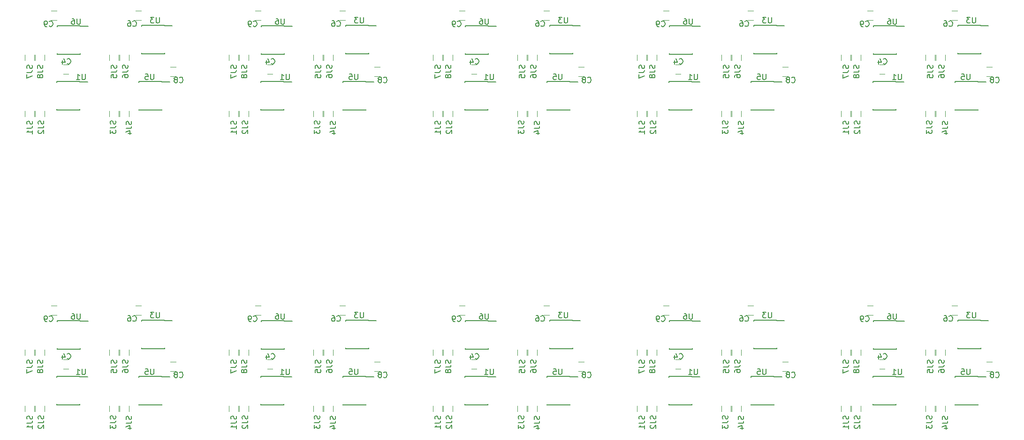
<source format=gbo>
G04 #@! TF.FileFunction,Legend,Bot*
%FSLAX46Y46*%
G04 Gerber Fmt 4.6, Leading zero omitted, Abs format (unit mm)*
G04 Created by KiCad (PCBNEW 4.0.6) date Fri Nov 17 13:30:40 2017*
%MOMM*%
%LPD*%
G01*
G04 APERTURE LIST*
%ADD10C,0.100000*%
%ADD11C,0.120000*%
%ADD12C,0.150000*%
G04 APERTURE END LIST*
D10*
D11*
X68308600Y-57568200D02*
X69308600Y-57568200D01*
X69308600Y-55868200D02*
X68308600Y-55868200D01*
X81415000Y-47840000D02*
X82415000Y-47840000D01*
X82415000Y-46140000D02*
X81415000Y-46140000D01*
X87638000Y-58000000D02*
X88638000Y-58000000D01*
X88638000Y-56300000D02*
X87638000Y-56300000D01*
X66175000Y-47840000D02*
X67175000Y-47840000D01*
X67175000Y-46140000D02*
X66175000Y-46140000D01*
X63080000Y-65270000D02*
X63080000Y-64270000D01*
X61380000Y-64270000D02*
X61380000Y-65270000D01*
X64985000Y-65270000D02*
X64985000Y-64270000D01*
X63285000Y-64270000D02*
X63285000Y-65270000D01*
X78320000Y-65270000D02*
X78320000Y-64270000D01*
X76620000Y-64270000D02*
X76620000Y-65270000D01*
X80225000Y-65270000D02*
X80225000Y-64270000D01*
X78525000Y-64270000D02*
X78525000Y-65270000D01*
X78320000Y-55110000D02*
X78320000Y-54110000D01*
X76620000Y-54110000D02*
X76620000Y-55110000D01*
X80225000Y-55110000D02*
X80225000Y-54110000D01*
X78525000Y-54110000D02*
X78525000Y-55110000D01*
X63080000Y-55110000D02*
X63080000Y-54110000D01*
X61380000Y-54110000D02*
X61380000Y-55110000D01*
X64985000Y-55110000D02*
X64985000Y-54110000D01*
X63285000Y-54110000D02*
X63285000Y-55110000D01*
D12*
X71315400Y-58969200D02*
X71315400Y-59019200D01*
X67165400Y-58969200D02*
X67165400Y-59114200D01*
X67165400Y-64119200D02*
X67165400Y-63974200D01*
X71315400Y-64119200D02*
X71315400Y-63974200D01*
X71315400Y-58969200D02*
X67165400Y-58969200D01*
X71315400Y-64119200D02*
X67165400Y-64119200D01*
X71315400Y-59019200D02*
X72715400Y-59019200D01*
X86631600Y-48809200D02*
X86631600Y-48859200D01*
X82481600Y-48809200D02*
X82481600Y-48954200D01*
X82481600Y-53959200D02*
X82481600Y-53814200D01*
X86631600Y-53959200D02*
X86631600Y-53814200D01*
X86631600Y-48809200D02*
X82481600Y-48809200D01*
X86631600Y-53959200D02*
X82481600Y-53959200D01*
X86631600Y-48859200D02*
X88031600Y-48859200D01*
X86149000Y-58994600D02*
X86149000Y-59044600D01*
X81999000Y-58994600D02*
X81999000Y-59139600D01*
X81999000Y-64144600D02*
X81999000Y-63999600D01*
X86149000Y-64144600D02*
X86149000Y-63999600D01*
X86149000Y-58994600D02*
X81999000Y-58994600D01*
X86149000Y-64144600D02*
X81999000Y-64144600D01*
X86149000Y-59044600D02*
X87549000Y-59044600D01*
X71417000Y-48885400D02*
X71417000Y-48935400D01*
X67267000Y-48885400D02*
X67267000Y-49030400D01*
X67267000Y-54035400D02*
X67267000Y-53890400D01*
X71417000Y-54035400D02*
X71417000Y-53890400D01*
X71417000Y-48885400D02*
X67267000Y-48885400D01*
X71417000Y-54035400D02*
X67267000Y-54035400D01*
X71417000Y-48935400D02*
X72817000Y-48935400D01*
D11*
X105138600Y-57568200D02*
X106138600Y-57568200D01*
X106138600Y-55868200D02*
X105138600Y-55868200D01*
X118245000Y-47840000D02*
X119245000Y-47840000D01*
X119245000Y-46140000D02*
X118245000Y-46140000D01*
X124468000Y-58000000D02*
X125468000Y-58000000D01*
X125468000Y-56300000D02*
X124468000Y-56300000D01*
X103005000Y-47840000D02*
X104005000Y-47840000D01*
X104005000Y-46140000D02*
X103005000Y-46140000D01*
X99910000Y-65270000D02*
X99910000Y-64270000D01*
X98210000Y-64270000D02*
X98210000Y-65270000D01*
X101815000Y-65270000D02*
X101815000Y-64270000D01*
X100115000Y-64270000D02*
X100115000Y-65270000D01*
X115150000Y-65270000D02*
X115150000Y-64270000D01*
X113450000Y-64270000D02*
X113450000Y-65270000D01*
X117055000Y-65270000D02*
X117055000Y-64270000D01*
X115355000Y-64270000D02*
X115355000Y-65270000D01*
X115150000Y-55110000D02*
X115150000Y-54110000D01*
X113450000Y-54110000D02*
X113450000Y-55110000D01*
X117055000Y-55110000D02*
X117055000Y-54110000D01*
X115355000Y-54110000D02*
X115355000Y-55110000D01*
X99910000Y-55110000D02*
X99910000Y-54110000D01*
X98210000Y-54110000D02*
X98210000Y-55110000D01*
X101815000Y-55110000D02*
X101815000Y-54110000D01*
X100115000Y-54110000D02*
X100115000Y-55110000D01*
D12*
X108145400Y-58969200D02*
X108145400Y-59019200D01*
X103995400Y-58969200D02*
X103995400Y-59114200D01*
X103995400Y-64119200D02*
X103995400Y-63974200D01*
X108145400Y-64119200D02*
X108145400Y-63974200D01*
X108145400Y-58969200D02*
X103995400Y-58969200D01*
X108145400Y-64119200D02*
X103995400Y-64119200D01*
X108145400Y-59019200D02*
X109545400Y-59019200D01*
X123461600Y-48809200D02*
X123461600Y-48859200D01*
X119311600Y-48809200D02*
X119311600Y-48954200D01*
X119311600Y-53959200D02*
X119311600Y-53814200D01*
X123461600Y-53959200D02*
X123461600Y-53814200D01*
X123461600Y-48809200D02*
X119311600Y-48809200D01*
X123461600Y-53959200D02*
X119311600Y-53959200D01*
X123461600Y-48859200D02*
X124861600Y-48859200D01*
X122979000Y-58994600D02*
X122979000Y-59044600D01*
X118829000Y-58994600D02*
X118829000Y-59139600D01*
X118829000Y-64144600D02*
X118829000Y-63999600D01*
X122979000Y-64144600D02*
X122979000Y-63999600D01*
X122979000Y-58994600D02*
X118829000Y-58994600D01*
X122979000Y-64144600D02*
X118829000Y-64144600D01*
X122979000Y-59044600D02*
X124379000Y-59044600D01*
X108247000Y-48885400D02*
X108247000Y-48935400D01*
X104097000Y-48885400D02*
X104097000Y-49030400D01*
X104097000Y-54035400D02*
X104097000Y-53890400D01*
X108247000Y-54035400D02*
X108247000Y-53890400D01*
X108247000Y-48885400D02*
X104097000Y-48885400D01*
X108247000Y-54035400D02*
X104097000Y-54035400D01*
X108247000Y-48935400D02*
X109647000Y-48935400D01*
D11*
X141968600Y-57568200D02*
X142968600Y-57568200D01*
X142968600Y-55868200D02*
X141968600Y-55868200D01*
X155075000Y-47840000D02*
X156075000Y-47840000D01*
X156075000Y-46140000D02*
X155075000Y-46140000D01*
X161298000Y-58000000D02*
X162298000Y-58000000D01*
X162298000Y-56300000D02*
X161298000Y-56300000D01*
X139835000Y-47840000D02*
X140835000Y-47840000D01*
X140835000Y-46140000D02*
X139835000Y-46140000D01*
X136740000Y-65270000D02*
X136740000Y-64270000D01*
X135040000Y-64270000D02*
X135040000Y-65270000D01*
X138645000Y-65270000D02*
X138645000Y-64270000D01*
X136945000Y-64270000D02*
X136945000Y-65270000D01*
X151980000Y-65270000D02*
X151980000Y-64270000D01*
X150280000Y-64270000D02*
X150280000Y-65270000D01*
X153885000Y-65270000D02*
X153885000Y-64270000D01*
X152185000Y-64270000D02*
X152185000Y-65270000D01*
X151980000Y-55110000D02*
X151980000Y-54110000D01*
X150280000Y-54110000D02*
X150280000Y-55110000D01*
X153885000Y-55110000D02*
X153885000Y-54110000D01*
X152185000Y-54110000D02*
X152185000Y-55110000D01*
X136740000Y-55110000D02*
X136740000Y-54110000D01*
X135040000Y-54110000D02*
X135040000Y-55110000D01*
X138645000Y-55110000D02*
X138645000Y-54110000D01*
X136945000Y-54110000D02*
X136945000Y-55110000D01*
D12*
X144975400Y-58969200D02*
X144975400Y-59019200D01*
X140825400Y-58969200D02*
X140825400Y-59114200D01*
X140825400Y-64119200D02*
X140825400Y-63974200D01*
X144975400Y-64119200D02*
X144975400Y-63974200D01*
X144975400Y-58969200D02*
X140825400Y-58969200D01*
X144975400Y-64119200D02*
X140825400Y-64119200D01*
X144975400Y-59019200D02*
X146375400Y-59019200D01*
X160291600Y-48809200D02*
X160291600Y-48859200D01*
X156141600Y-48809200D02*
X156141600Y-48954200D01*
X156141600Y-53959200D02*
X156141600Y-53814200D01*
X160291600Y-53959200D02*
X160291600Y-53814200D01*
X160291600Y-48809200D02*
X156141600Y-48809200D01*
X160291600Y-53959200D02*
X156141600Y-53959200D01*
X160291600Y-48859200D02*
X161691600Y-48859200D01*
X159809000Y-58994600D02*
X159809000Y-59044600D01*
X155659000Y-58994600D02*
X155659000Y-59139600D01*
X155659000Y-64144600D02*
X155659000Y-63999600D01*
X159809000Y-64144600D02*
X159809000Y-63999600D01*
X159809000Y-58994600D02*
X155659000Y-58994600D01*
X159809000Y-64144600D02*
X155659000Y-64144600D01*
X159809000Y-59044600D02*
X161209000Y-59044600D01*
X145077000Y-48885400D02*
X145077000Y-48935400D01*
X140927000Y-48885400D02*
X140927000Y-49030400D01*
X140927000Y-54035400D02*
X140927000Y-53890400D01*
X145077000Y-54035400D02*
X145077000Y-53890400D01*
X145077000Y-48885400D02*
X140927000Y-48885400D01*
X145077000Y-54035400D02*
X140927000Y-54035400D01*
X145077000Y-48935400D02*
X146477000Y-48935400D01*
D11*
X178798600Y-57568200D02*
X179798600Y-57568200D01*
X179798600Y-55868200D02*
X178798600Y-55868200D01*
X191905000Y-47840000D02*
X192905000Y-47840000D01*
X192905000Y-46140000D02*
X191905000Y-46140000D01*
X198128000Y-58000000D02*
X199128000Y-58000000D01*
X199128000Y-56300000D02*
X198128000Y-56300000D01*
X176665000Y-47840000D02*
X177665000Y-47840000D01*
X177665000Y-46140000D02*
X176665000Y-46140000D01*
X173570000Y-65270000D02*
X173570000Y-64270000D01*
X171870000Y-64270000D02*
X171870000Y-65270000D01*
X175475000Y-65270000D02*
X175475000Y-64270000D01*
X173775000Y-64270000D02*
X173775000Y-65270000D01*
X188810000Y-65270000D02*
X188810000Y-64270000D01*
X187110000Y-64270000D02*
X187110000Y-65270000D01*
X190715000Y-65270000D02*
X190715000Y-64270000D01*
X189015000Y-64270000D02*
X189015000Y-65270000D01*
X188810000Y-55110000D02*
X188810000Y-54110000D01*
X187110000Y-54110000D02*
X187110000Y-55110000D01*
X190715000Y-55110000D02*
X190715000Y-54110000D01*
X189015000Y-54110000D02*
X189015000Y-55110000D01*
X173570000Y-55110000D02*
X173570000Y-54110000D01*
X171870000Y-54110000D02*
X171870000Y-55110000D01*
X175475000Y-55110000D02*
X175475000Y-54110000D01*
X173775000Y-54110000D02*
X173775000Y-55110000D01*
D12*
X181805400Y-58969200D02*
X181805400Y-59019200D01*
X177655400Y-58969200D02*
X177655400Y-59114200D01*
X177655400Y-64119200D02*
X177655400Y-63974200D01*
X181805400Y-64119200D02*
X181805400Y-63974200D01*
X181805400Y-58969200D02*
X177655400Y-58969200D01*
X181805400Y-64119200D02*
X177655400Y-64119200D01*
X181805400Y-59019200D02*
X183205400Y-59019200D01*
X197121600Y-48809200D02*
X197121600Y-48859200D01*
X192971600Y-48809200D02*
X192971600Y-48954200D01*
X192971600Y-53959200D02*
X192971600Y-53814200D01*
X197121600Y-53959200D02*
X197121600Y-53814200D01*
X197121600Y-48809200D02*
X192971600Y-48809200D01*
X197121600Y-53959200D02*
X192971600Y-53959200D01*
X197121600Y-48859200D02*
X198521600Y-48859200D01*
X196639000Y-58994600D02*
X196639000Y-59044600D01*
X192489000Y-58994600D02*
X192489000Y-59139600D01*
X192489000Y-64144600D02*
X192489000Y-63999600D01*
X196639000Y-64144600D02*
X196639000Y-63999600D01*
X196639000Y-58994600D02*
X192489000Y-58994600D01*
X196639000Y-64144600D02*
X192489000Y-64144600D01*
X196639000Y-59044600D02*
X198039000Y-59044600D01*
X181907000Y-48885400D02*
X181907000Y-48935400D01*
X177757000Y-48885400D02*
X177757000Y-49030400D01*
X177757000Y-54035400D02*
X177757000Y-53890400D01*
X181907000Y-54035400D02*
X181907000Y-53890400D01*
X181907000Y-48885400D02*
X177757000Y-48885400D01*
X181907000Y-54035400D02*
X177757000Y-54035400D01*
X181907000Y-48935400D02*
X183307000Y-48935400D01*
D11*
X215628600Y-57568200D02*
X216628600Y-57568200D01*
X216628600Y-55868200D02*
X215628600Y-55868200D01*
X228735000Y-47840000D02*
X229735000Y-47840000D01*
X229735000Y-46140000D02*
X228735000Y-46140000D01*
X234958000Y-58000000D02*
X235958000Y-58000000D01*
X235958000Y-56300000D02*
X234958000Y-56300000D01*
X213495000Y-47840000D02*
X214495000Y-47840000D01*
X214495000Y-46140000D02*
X213495000Y-46140000D01*
X210400000Y-65270000D02*
X210400000Y-64270000D01*
X208700000Y-64270000D02*
X208700000Y-65270000D01*
X212305000Y-65270000D02*
X212305000Y-64270000D01*
X210605000Y-64270000D02*
X210605000Y-65270000D01*
X225640000Y-65270000D02*
X225640000Y-64270000D01*
X223940000Y-64270000D02*
X223940000Y-65270000D01*
X227545000Y-65270000D02*
X227545000Y-64270000D01*
X225845000Y-64270000D02*
X225845000Y-65270000D01*
X225640000Y-55110000D02*
X225640000Y-54110000D01*
X223940000Y-54110000D02*
X223940000Y-55110000D01*
X227545000Y-55110000D02*
X227545000Y-54110000D01*
X225845000Y-54110000D02*
X225845000Y-55110000D01*
X210400000Y-55110000D02*
X210400000Y-54110000D01*
X208700000Y-54110000D02*
X208700000Y-55110000D01*
X212305000Y-55110000D02*
X212305000Y-54110000D01*
X210605000Y-54110000D02*
X210605000Y-55110000D01*
D12*
X218635400Y-58969200D02*
X218635400Y-59019200D01*
X214485400Y-58969200D02*
X214485400Y-59114200D01*
X214485400Y-64119200D02*
X214485400Y-63974200D01*
X218635400Y-64119200D02*
X218635400Y-63974200D01*
X218635400Y-58969200D02*
X214485400Y-58969200D01*
X218635400Y-64119200D02*
X214485400Y-64119200D01*
X218635400Y-59019200D02*
X220035400Y-59019200D01*
X233951600Y-48809200D02*
X233951600Y-48859200D01*
X229801600Y-48809200D02*
X229801600Y-48954200D01*
X229801600Y-53959200D02*
X229801600Y-53814200D01*
X233951600Y-53959200D02*
X233951600Y-53814200D01*
X233951600Y-48809200D02*
X229801600Y-48809200D01*
X233951600Y-53959200D02*
X229801600Y-53959200D01*
X233951600Y-48859200D02*
X235351600Y-48859200D01*
X233469000Y-58994600D02*
X233469000Y-59044600D01*
X229319000Y-58994600D02*
X229319000Y-59139600D01*
X229319000Y-64144600D02*
X229319000Y-63999600D01*
X233469000Y-64144600D02*
X233469000Y-63999600D01*
X233469000Y-58994600D02*
X229319000Y-58994600D01*
X233469000Y-64144600D02*
X229319000Y-64144600D01*
X233469000Y-59044600D02*
X234869000Y-59044600D01*
X218737000Y-48885400D02*
X218737000Y-48935400D01*
X214587000Y-48885400D02*
X214587000Y-49030400D01*
X214587000Y-54035400D02*
X214587000Y-53890400D01*
X218737000Y-54035400D02*
X218737000Y-53890400D01*
X218737000Y-48885400D02*
X214587000Y-48885400D01*
X218737000Y-54035400D02*
X214587000Y-54035400D01*
X218737000Y-48935400D02*
X220137000Y-48935400D01*
D11*
X68308600Y-110908200D02*
X69308600Y-110908200D01*
X69308600Y-109208200D02*
X68308600Y-109208200D01*
X81415000Y-101180000D02*
X82415000Y-101180000D01*
X82415000Y-99480000D02*
X81415000Y-99480000D01*
X87638000Y-111340000D02*
X88638000Y-111340000D01*
X88638000Y-109640000D02*
X87638000Y-109640000D01*
X66175000Y-101180000D02*
X67175000Y-101180000D01*
X67175000Y-99480000D02*
X66175000Y-99480000D01*
X63080000Y-118610000D02*
X63080000Y-117610000D01*
X61380000Y-117610000D02*
X61380000Y-118610000D01*
X64985000Y-118610000D02*
X64985000Y-117610000D01*
X63285000Y-117610000D02*
X63285000Y-118610000D01*
X78320000Y-118610000D02*
X78320000Y-117610000D01*
X76620000Y-117610000D02*
X76620000Y-118610000D01*
X80225000Y-118610000D02*
X80225000Y-117610000D01*
X78525000Y-117610000D02*
X78525000Y-118610000D01*
X78320000Y-108450000D02*
X78320000Y-107450000D01*
X76620000Y-107450000D02*
X76620000Y-108450000D01*
X80225000Y-108450000D02*
X80225000Y-107450000D01*
X78525000Y-107450000D02*
X78525000Y-108450000D01*
X63080000Y-108450000D02*
X63080000Y-107450000D01*
X61380000Y-107450000D02*
X61380000Y-108450000D01*
X64985000Y-108450000D02*
X64985000Y-107450000D01*
X63285000Y-107450000D02*
X63285000Y-108450000D01*
D12*
X71315400Y-112309200D02*
X71315400Y-112359200D01*
X67165400Y-112309200D02*
X67165400Y-112454200D01*
X67165400Y-117459200D02*
X67165400Y-117314200D01*
X71315400Y-117459200D02*
X71315400Y-117314200D01*
X71315400Y-112309200D02*
X67165400Y-112309200D01*
X71315400Y-117459200D02*
X67165400Y-117459200D01*
X71315400Y-112359200D02*
X72715400Y-112359200D01*
X86631600Y-102149200D02*
X86631600Y-102199200D01*
X82481600Y-102149200D02*
X82481600Y-102294200D01*
X82481600Y-107299200D02*
X82481600Y-107154200D01*
X86631600Y-107299200D02*
X86631600Y-107154200D01*
X86631600Y-102149200D02*
X82481600Y-102149200D01*
X86631600Y-107299200D02*
X82481600Y-107299200D01*
X86631600Y-102199200D02*
X88031600Y-102199200D01*
X86149000Y-112334600D02*
X86149000Y-112384600D01*
X81999000Y-112334600D02*
X81999000Y-112479600D01*
X81999000Y-117484600D02*
X81999000Y-117339600D01*
X86149000Y-117484600D02*
X86149000Y-117339600D01*
X86149000Y-112334600D02*
X81999000Y-112334600D01*
X86149000Y-117484600D02*
X81999000Y-117484600D01*
X86149000Y-112384600D02*
X87549000Y-112384600D01*
X71417000Y-102225400D02*
X71417000Y-102275400D01*
X67267000Y-102225400D02*
X67267000Y-102370400D01*
X67267000Y-107375400D02*
X67267000Y-107230400D01*
X71417000Y-107375400D02*
X71417000Y-107230400D01*
X71417000Y-102225400D02*
X67267000Y-102225400D01*
X71417000Y-107375400D02*
X67267000Y-107375400D01*
X71417000Y-102275400D02*
X72817000Y-102275400D01*
D11*
X105138600Y-110908200D02*
X106138600Y-110908200D01*
X106138600Y-109208200D02*
X105138600Y-109208200D01*
X118245000Y-101180000D02*
X119245000Y-101180000D01*
X119245000Y-99480000D02*
X118245000Y-99480000D01*
X124468000Y-111340000D02*
X125468000Y-111340000D01*
X125468000Y-109640000D02*
X124468000Y-109640000D01*
X103005000Y-101180000D02*
X104005000Y-101180000D01*
X104005000Y-99480000D02*
X103005000Y-99480000D01*
X99910000Y-118610000D02*
X99910000Y-117610000D01*
X98210000Y-117610000D02*
X98210000Y-118610000D01*
X101815000Y-118610000D02*
X101815000Y-117610000D01*
X100115000Y-117610000D02*
X100115000Y-118610000D01*
X115150000Y-118610000D02*
X115150000Y-117610000D01*
X113450000Y-117610000D02*
X113450000Y-118610000D01*
X117055000Y-118610000D02*
X117055000Y-117610000D01*
X115355000Y-117610000D02*
X115355000Y-118610000D01*
X115150000Y-108450000D02*
X115150000Y-107450000D01*
X113450000Y-107450000D02*
X113450000Y-108450000D01*
X117055000Y-108450000D02*
X117055000Y-107450000D01*
X115355000Y-107450000D02*
X115355000Y-108450000D01*
X99910000Y-108450000D02*
X99910000Y-107450000D01*
X98210000Y-107450000D02*
X98210000Y-108450000D01*
X101815000Y-108450000D02*
X101815000Y-107450000D01*
X100115000Y-107450000D02*
X100115000Y-108450000D01*
D12*
X108145400Y-112309200D02*
X108145400Y-112359200D01*
X103995400Y-112309200D02*
X103995400Y-112454200D01*
X103995400Y-117459200D02*
X103995400Y-117314200D01*
X108145400Y-117459200D02*
X108145400Y-117314200D01*
X108145400Y-112309200D02*
X103995400Y-112309200D01*
X108145400Y-117459200D02*
X103995400Y-117459200D01*
X108145400Y-112359200D02*
X109545400Y-112359200D01*
X123461600Y-102149200D02*
X123461600Y-102199200D01*
X119311600Y-102149200D02*
X119311600Y-102294200D01*
X119311600Y-107299200D02*
X119311600Y-107154200D01*
X123461600Y-107299200D02*
X123461600Y-107154200D01*
X123461600Y-102149200D02*
X119311600Y-102149200D01*
X123461600Y-107299200D02*
X119311600Y-107299200D01*
X123461600Y-102199200D02*
X124861600Y-102199200D01*
X122979000Y-112334600D02*
X122979000Y-112384600D01*
X118829000Y-112334600D02*
X118829000Y-112479600D01*
X118829000Y-117484600D02*
X118829000Y-117339600D01*
X122979000Y-117484600D02*
X122979000Y-117339600D01*
X122979000Y-112334600D02*
X118829000Y-112334600D01*
X122979000Y-117484600D02*
X118829000Y-117484600D01*
X122979000Y-112384600D02*
X124379000Y-112384600D01*
X108247000Y-102225400D02*
X108247000Y-102275400D01*
X104097000Y-102225400D02*
X104097000Y-102370400D01*
X104097000Y-107375400D02*
X104097000Y-107230400D01*
X108247000Y-107375400D02*
X108247000Y-107230400D01*
X108247000Y-102225400D02*
X104097000Y-102225400D01*
X108247000Y-107375400D02*
X104097000Y-107375400D01*
X108247000Y-102275400D02*
X109647000Y-102275400D01*
D11*
X141968600Y-110908200D02*
X142968600Y-110908200D01*
X142968600Y-109208200D02*
X141968600Y-109208200D01*
X155075000Y-101180000D02*
X156075000Y-101180000D01*
X156075000Y-99480000D02*
X155075000Y-99480000D01*
X161298000Y-111340000D02*
X162298000Y-111340000D01*
X162298000Y-109640000D02*
X161298000Y-109640000D01*
X139835000Y-101180000D02*
X140835000Y-101180000D01*
X140835000Y-99480000D02*
X139835000Y-99480000D01*
X136740000Y-118610000D02*
X136740000Y-117610000D01*
X135040000Y-117610000D02*
X135040000Y-118610000D01*
X138645000Y-118610000D02*
X138645000Y-117610000D01*
X136945000Y-117610000D02*
X136945000Y-118610000D01*
X151980000Y-118610000D02*
X151980000Y-117610000D01*
X150280000Y-117610000D02*
X150280000Y-118610000D01*
X153885000Y-118610000D02*
X153885000Y-117610000D01*
X152185000Y-117610000D02*
X152185000Y-118610000D01*
X151980000Y-108450000D02*
X151980000Y-107450000D01*
X150280000Y-107450000D02*
X150280000Y-108450000D01*
X153885000Y-108450000D02*
X153885000Y-107450000D01*
X152185000Y-107450000D02*
X152185000Y-108450000D01*
X136740000Y-108450000D02*
X136740000Y-107450000D01*
X135040000Y-107450000D02*
X135040000Y-108450000D01*
X138645000Y-108450000D02*
X138645000Y-107450000D01*
X136945000Y-107450000D02*
X136945000Y-108450000D01*
D12*
X144975400Y-112309200D02*
X144975400Y-112359200D01*
X140825400Y-112309200D02*
X140825400Y-112454200D01*
X140825400Y-117459200D02*
X140825400Y-117314200D01*
X144975400Y-117459200D02*
X144975400Y-117314200D01*
X144975400Y-112309200D02*
X140825400Y-112309200D01*
X144975400Y-117459200D02*
X140825400Y-117459200D01*
X144975400Y-112359200D02*
X146375400Y-112359200D01*
X160291600Y-102149200D02*
X160291600Y-102199200D01*
X156141600Y-102149200D02*
X156141600Y-102294200D01*
X156141600Y-107299200D02*
X156141600Y-107154200D01*
X160291600Y-107299200D02*
X160291600Y-107154200D01*
X160291600Y-102149200D02*
X156141600Y-102149200D01*
X160291600Y-107299200D02*
X156141600Y-107299200D01*
X160291600Y-102199200D02*
X161691600Y-102199200D01*
X159809000Y-112334600D02*
X159809000Y-112384600D01*
X155659000Y-112334600D02*
X155659000Y-112479600D01*
X155659000Y-117484600D02*
X155659000Y-117339600D01*
X159809000Y-117484600D02*
X159809000Y-117339600D01*
X159809000Y-112334600D02*
X155659000Y-112334600D01*
X159809000Y-117484600D02*
X155659000Y-117484600D01*
X159809000Y-112384600D02*
X161209000Y-112384600D01*
X145077000Y-102225400D02*
X145077000Y-102275400D01*
X140927000Y-102225400D02*
X140927000Y-102370400D01*
X140927000Y-107375400D02*
X140927000Y-107230400D01*
X145077000Y-107375400D02*
X145077000Y-107230400D01*
X145077000Y-102225400D02*
X140927000Y-102225400D01*
X145077000Y-107375400D02*
X140927000Y-107375400D01*
X145077000Y-102275400D02*
X146477000Y-102275400D01*
D11*
X178798600Y-110908200D02*
X179798600Y-110908200D01*
X179798600Y-109208200D02*
X178798600Y-109208200D01*
X191905000Y-101180000D02*
X192905000Y-101180000D01*
X192905000Y-99480000D02*
X191905000Y-99480000D01*
X198128000Y-111340000D02*
X199128000Y-111340000D01*
X199128000Y-109640000D02*
X198128000Y-109640000D01*
X176665000Y-101180000D02*
X177665000Y-101180000D01*
X177665000Y-99480000D02*
X176665000Y-99480000D01*
X173570000Y-118610000D02*
X173570000Y-117610000D01*
X171870000Y-117610000D02*
X171870000Y-118610000D01*
X175475000Y-118610000D02*
X175475000Y-117610000D01*
X173775000Y-117610000D02*
X173775000Y-118610000D01*
X188810000Y-118610000D02*
X188810000Y-117610000D01*
X187110000Y-117610000D02*
X187110000Y-118610000D01*
X190715000Y-118610000D02*
X190715000Y-117610000D01*
X189015000Y-117610000D02*
X189015000Y-118610000D01*
X188810000Y-108450000D02*
X188810000Y-107450000D01*
X187110000Y-107450000D02*
X187110000Y-108450000D01*
X190715000Y-108450000D02*
X190715000Y-107450000D01*
X189015000Y-107450000D02*
X189015000Y-108450000D01*
X173570000Y-108450000D02*
X173570000Y-107450000D01*
X171870000Y-107450000D02*
X171870000Y-108450000D01*
X175475000Y-108450000D02*
X175475000Y-107450000D01*
X173775000Y-107450000D02*
X173775000Y-108450000D01*
D12*
X181805400Y-112309200D02*
X181805400Y-112359200D01*
X177655400Y-112309200D02*
X177655400Y-112454200D01*
X177655400Y-117459200D02*
X177655400Y-117314200D01*
X181805400Y-117459200D02*
X181805400Y-117314200D01*
X181805400Y-112309200D02*
X177655400Y-112309200D01*
X181805400Y-117459200D02*
X177655400Y-117459200D01*
X181805400Y-112359200D02*
X183205400Y-112359200D01*
X197121600Y-102149200D02*
X197121600Y-102199200D01*
X192971600Y-102149200D02*
X192971600Y-102294200D01*
X192971600Y-107299200D02*
X192971600Y-107154200D01*
X197121600Y-107299200D02*
X197121600Y-107154200D01*
X197121600Y-102149200D02*
X192971600Y-102149200D01*
X197121600Y-107299200D02*
X192971600Y-107299200D01*
X197121600Y-102199200D02*
X198521600Y-102199200D01*
X196639000Y-112334600D02*
X196639000Y-112384600D01*
X192489000Y-112334600D02*
X192489000Y-112479600D01*
X192489000Y-117484600D02*
X192489000Y-117339600D01*
X196639000Y-117484600D02*
X196639000Y-117339600D01*
X196639000Y-112334600D02*
X192489000Y-112334600D01*
X196639000Y-117484600D02*
X192489000Y-117484600D01*
X196639000Y-112384600D02*
X198039000Y-112384600D01*
X181907000Y-102225400D02*
X181907000Y-102275400D01*
X177757000Y-102225400D02*
X177757000Y-102370400D01*
X177757000Y-107375400D02*
X177757000Y-107230400D01*
X181907000Y-107375400D02*
X181907000Y-107230400D01*
X181907000Y-102225400D02*
X177757000Y-102225400D01*
X181907000Y-107375400D02*
X177757000Y-107375400D01*
X181907000Y-102275400D02*
X183307000Y-102275400D01*
D11*
X215628600Y-110908200D02*
X216628600Y-110908200D01*
X216628600Y-109208200D02*
X215628600Y-109208200D01*
X228735000Y-101180000D02*
X229735000Y-101180000D01*
X229735000Y-99480000D02*
X228735000Y-99480000D01*
X234958000Y-111340000D02*
X235958000Y-111340000D01*
X235958000Y-109640000D02*
X234958000Y-109640000D01*
X213495000Y-101180000D02*
X214495000Y-101180000D01*
X214495000Y-99480000D02*
X213495000Y-99480000D01*
X210400000Y-118610000D02*
X210400000Y-117610000D01*
X208700000Y-117610000D02*
X208700000Y-118610000D01*
X212305000Y-118610000D02*
X212305000Y-117610000D01*
X210605000Y-117610000D02*
X210605000Y-118610000D01*
X225640000Y-118610000D02*
X225640000Y-117610000D01*
X223940000Y-117610000D02*
X223940000Y-118610000D01*
X227545000Y-118610000D02*
X227545000Y-117610000D01*
X225845000Y-117610000D02*
X225845000Y-118610000D01*
X225640000Y-108450000D02*
X225640000Y-107450000D01*
X223940000Y-107450000D02*
X223940000Y-108450000D01*
X227545000Y-108450000D02*
X227545000Y-107450000D01*
X225845000Y-107450000D02*
X225845000Y-108450000D01*
X210400000Y-108450000D02*
X210400000Y-107450000D01*
X208700000Y-107450000D02*
X208700000Y-108450000D01*
X212305000Y-108450000D02*
X212305000Y-107450000D01*
X210605000Y-107450000D02*
X210605000Y-108450000D01*
D12*
X218635400Y-112309200D02*
X218635400Y-112359200D01*
X214485400Y-112309200D02*
X214485400Y-112454200D01*
X214485400Y-117459200D02*
X214485400Y-117314200D01*
X218635400Y-117459200D02*
X218635400Y-117314200D01*
X218635400Y-112309200D02*
X214485400Y-112309200D01*
X218635400Y-117459200D02*
X214485400Y-117459200D01*
X218635400Y-112359200D02*
X220035400Y-112359200D01*
X233951600Y-102149200D02*
X233951600Y-102199200D01*
X229801600Y-102149200D02*
X229801600Y-102294200D01*
X229801600Y-107299200D02*
X229801600Y-107154200D01*
X233951600Y-107299200D02*
X233951600Y-107154200D01*
X233951600Y-102149200D02*
X229801600Y-102149200D01*
X233951600Y-107299200D02*
X229801600Y-107299200D01*
X233951600Y-102199200D02*
X235351600Y-102199200D01*
X233469000Y-112334600D02*
X233469000Y-112384600D01*
X229319000Y-112334600D02*
X229319000Y-112479600D01*
X229319000Y-117484600D02*
X229319000Y-117339600D01*
X233469000Y-117484600D02*
X233469000Y-117339600D01*
X233469000Y-112334600D02*
X229319000Y-112334600D01*
X233469000Y-117484600D02*
X229319000Y-117484600D01*
X233469000Y-112384600D02*
X234869000Y-112384600D01*
X218737000Y-102225400D02*
X218737000Y-102275400D01*
X214587000Y-102225400D02*
X214587000Y-102370400D01*
X214587000Y-107375400D02*
X214587000Y-107230400D01*
X218737000Y-107375400D02*
X218737000Y-107230400D01*
X218737000Y-102225400D02*
X214587000Y-102225400D01*
X218737000Y-107375400D02*
X214587000Y-107375400D01*
X218737000Y-102275400D02*
X220137000Y-102275400D01*
X69051466Y-55729143D02*
X69099085Y-55776762D01*
X69241942Y-55824381D01*
X69337180Y-55824381D01*
X69480038Y-55776762D01*
X69575276Y-55681524D01*
X69622895Y-55586286D01*
X69670514Y-55395810D01*
X69670514Y-55252952D01*
X69622895Y-55062476D01*
X69575276Y-54967238D01*
X69480038Y-54872000D01*
X69337180Y-54824381D01*
X69241942Y-54824381D01*
X69099085Y-54872000D01*
X69051466Y-54919619D01*
X68194323Y-55157714D02*
X68194323Y-55824381D01*
X68432419Y-54776762D02*
X68670514Y-55491048D01*
X68051466Y-55491048D01*
X80913266Y-48896543D02*
X80960885Y-48944162D01*
X81103742Y-48991781D01*
X81198980Y-48991781D01*
X81341838Y-48944162D01*
X81437076Y-48848924D01*
X81484695Y-48753686D01*
X81532314Y-48563210D01*
X81532314Y-48420352D01*
X81484695Y-48229876D01*
X81437076Y-48134638D01*
X81341838Y-48039400D01*
X81198980Y-47991781D01*
X81103742Y-47991781D01*
X80960885Y-48039400D01*
X80913266Y-48087019D01*
X80056123Y-47991781D02*
X80246600Y-47991781D01*
X80341838Y-48039400D01*
X80389457Y-48087019D01*
X80484695Y-48229876D01*
X80532314Y-48420352D01*
X80532314Y-48801305D01*
X80484695Y-48896543D01*
X80437076Y-48944162D01*
X80341838Y-48991781D01*
X80151361Y-48991781D01*
X80056123Y-48944162D01*
X80008504Y-48896543D01*
X79960885Y-48801305D01*
X79960885Y-48563210D01*
X80008504Y-48467971D01*
X80056123Y-48420352D01*
X80151361Y-48372733D01*
X80341838Y-48372733D01*
X80437076Y-48420352D01*
X80484695Y-48467971D01*
X80532314Y-48563210D01*
X89320666Y-59081943D02*
X89368285Y-59129562D01*
X89511142Y-59177181D01*
X89606380Y-59177181D01*
X89749238Y-59129562D01*
X89844476Y-59034324D01*
X89892095Y-58939086D01*
X89939714Y-58748610D01*
X89939714Y-58605752D01*
X89892095Y-58415276D01*
X89844476Y-58320038D01*
X89749238Y-58224800D01*
X89606380Y-58177181D01*
X89511142Y-58177181D01*
X89368285Y-58224800D01*
X89320666Y-58272419D01*
X88749238Y-58605752D02*
X88844476Y-58558133D01*
X88892095Y-58510514D01*
X88939714Y-58415276D01*
X88939714Y-58367657D01*
X88892095Y-58272419D01*
X88844476Y-58224800D01*
X88749238Y-58177181D01*
X88558761Y-58177181D01*
X88463523Y-58224800D01*
X88415904Y-58272419D01*
X88368285Y-58367657D01*
X88368285Y-58415276D01*
X88415904Y-58510514D01*
X88463523Y-58558133D01*
X88558761Y-58605752D01*
X88749238Y-58605752D01*
X88844476Y-58653371D01*
X88892095Y-58700990D01*
X88939714Y-58796229D01*
X88939714Y-58986705D01*
X88892095Y-59081943D01*
X88844476Y-59129562D01*
X88749238Y-59177181D01*
X88558761Y-59177181D01*
X88463523Y-59129562D01*
X88415904Y-59081943D01*
X88368285Y-58986705D01*
X88368285Y-58796229D01*
X88415904Y-58700990D01*
X88463523Y-58653371D01*
X88558761Y-58605752D01*
X65825666Y-48921943D02*
X65873285Y-48969562D01*
X66016142Y-49017181D01*
X66111380Y-49017181D01*
X66254238Y-48969562D01*
X66349476Y-48874324D01*
X66397095Y-48779086D01*
X66444714Y-48588610D01*
X66444714Y-48445752D01*
X66397095Y-48255276D01*
X66349476Y-48160038D01*
X66254238Y-48064800D01*
X66111380Y-48017181D01*
X66016142Y-48017181D01*
X65873285Y-48064800D01*
X65825666Y-48112419D01*
X65349476Y-49017181D02*
X65159000Y-49017181D01*
X65063761Y-48969562D01*
X65016142Y-48921943D01*
X64920904Y-48779086D01*
X64873285Y-48588610D01*
X64873285Y-48207657D01*
X64920904Y-48112419D01*
X64968523Y-48064800D01*
X65063761Y-48017181D01*
X65254238Y-48017181D01*
X65349476Y-48064800D01*
X65397095Y-48112419D01*
X65444714Y-48207657D01*
X65444714Y-48445752D01*
X65397095Y-48540990D01*
X65349476Y-48588610D01*
X65254238Y-48636229D01*
X65063761Y-48636229D01*
X64968523Y-48588610D01*
X64920904Y-48540990D01*
X64873285Y-48445752D01*
X62736362Y-66116343D02*
X62783981Y-66259200D01*
X62783981Y-66497296D01*
X62736362Y-66592534D01*
X62688743Y-66640153D01*
X62593505Y-66687772D01*
X62498267Y-66687772D01*
X62403029Y-66640153D01*
X62355410Y-66592534D01*
X62307790Y-66497296D01*
X62260171Y-66306819D01*
X62212552Y-66211581D01*
X62164933Y-66163962D01*
X62069695Y-66116343D01*
X61974457Y-66116343D01*
X61879219Y-66163962D01*
X61831600Y-66211581D01*
X61783981Y-66306819D01*
X61783981Y-66544915D01*
X61831600Y-66687772D01*
X61783981Y-67402058D02*
X62498267Y-67402058D01*
X62641124Y-67354438D01*
X62736362Y-67259200D01*
X62783981Y-67116343D01*
X62783981Y-67021105D01*
X62783981Y-68402058D02*
X62783981Y-67830629D01*
X62783981Y-68116343D02*
X61783981Y-68116343D01*
X61926838Y-68021105D01*
X62022076Y-67925867D01*
X62069695Y-67830629D01*
X64768362Y-66090943D02*
X64815981Y-66233800D01*
X64815981Y-66471896D01*
X64768362Y-66567134D01*
X64720743Y-66614753D01*
X64625505Y-66662372D01*
X64530267Y-66662372D01*
X64435029Y-66614753D01*
X64387410Y-66567134D01*
X64339790Y-66471896D01*
X64292171Y-66281419D01*
X64244552Y-66186181D01*
X64196933Y-66138562D01*
X64101695Y-66090943D01*
X64006457Y-66090943D01*
X63911219Y-66138562D01*
X63863600Y-66186181D01*
X63815981Y-66281419D01*
X63815981Y-66519515D01*
X63863600Y-66662372D01*
X63815981Y-67376658D02*
X64530267Y-67376658D01*
X64673124Y-67329038D01*
X64768362Y-67233800D01*
X64815981Y-67090943D01*
X64815981Y-66995705D01*
X63911219Y-67805229D02*
X63863600Y-67852848D01*
X63815981Y-67948086D01*
X63815981Y-68186182D01*
X63863600Y-68281420D01*
X63911219Y-68329039D01*
X64006457Y-68376658D01*
X64101695Y-68376658D01*
X64244552Y-68329039D01*
X64815981Y-67757610D01*
X64815981Y-68376658D01*
X77773162Y-66065543D02*
X77820781Y-66208400D01*
X77820781Y-66446496D01*
X77773162Y-66541734D01*
X77725543Y-66589353D01*
X77630305Y-66636972D01*
X77535067Y-66636972D01*
X77439829Y-66589353D01*
X77392210Y-66541734D01*
X77344590Y-66446496D01*
X77296971Y-66256019D01*
X77249352Y-66160781D01*
X77201733Y-66113162D01*
X77106495Y-66065543D01*
X77011257Y-66065543D01*
X76916019Y-66113162D01*
X76868400Y-66160781D01*
X76820781Y-66256019D01*
X76820781Y-66494115D01*
X76868400Y-66636972D01*
X76820781Y-67351258D02*
X77535067Y-67351258D01*
X77677924Y-67303638D01*
X77773162Y-67208400D01*
X77820781Y-67065543D01*
X77820781Y-66970305D01*
X76820781Y-67732210D02*
X76820781Y-68351258D01*
X77201733Y-68017924D01*
X77201733Y-68160782D01*
X77249352Y-68256020D01*
X77296971Y-68303639D01*
X77392210Y-68351258D01*
X77630305Y-68351258D01*
X77725543Y-68303639D01*
X77773162Y-68256020D01*
X77820781Y-68160782D01*
X77820781Y-67875067D01*
X77773162Y-67779829D01*
X77725543Y-67732210D01*
X80617962Y-66167143D02*
X80665581Y-66310000D01*
X80665581Y-66548096D01*
X80617962Y-66643334D01*
X80570343Y-66690953D01*
X80475105Y-66738572D01*
X80379867Y-66738572D01*
X80284629Y-66690953D01*
X80237010Y-66643334D01*
X80189390Y-66548096D01*
X80141771Y-66357619D01*
X80094152Y-66262381D01*
X80046533Y-66214762D01*
X79951295Y-66167143D01*
X79856057Y-66167143D01*
X79760819Y-66214762D01*
X79713200Y-66262381D01*
X79665581Y-66357619D01*
X79665581Y-66595715D01*
X79713200Y-66738572D01*
X79665581Y-67452858D02*
X80379867Y-67452858D01*
X80522724Y-67405238D01*
X80617962Y-67310000D01*
X80665581Y-67167143D01*
X80665581Y-67071905D01*
X79998914Y-68357620D02*
X80665581Y-68357620D01*
X79617962Y-68119524D02*
X80332248Y-67881429D01*
X80332248Y-68500477D01*
X77925562Y-56007143D02*
X77973181Y-56150000D01*
X77973181Y-56388096D01*
X77925562Y-56483334D01*
X77877943Y-56530953D01*
X77782705Y-56578572D01*
X77687467Y-56578572D01*
X77592229Y-56530953D01*
X77544610Y-56483334D01*
X77496990Y-56388096D01*
X77449371Y-56197619D01*
X77401752Y-56102381D01*
X77354133Y-56054762D01*
X77258895Y-56007143D01*
X77163657Y-56007143D01*
X77068419Y-56054762D01*
X77020800Y-56102381D01*
X76973181Y-56197619D01*
X76973181Y-56435715D01*
X77020800Y-56578572D01*
X76973181Y-57292858D02*
X77687467Y-57292858D01*
X77830324Y-57245238D01*
X77925562Y-57150000D01*
X77973181Y-57007143D01*
X77973181Y-56911905D01*
X76973181Y-58245239D02*
X76973181Y-57769048D01*
X77449371Y-57721429D01*
X77401752Y-57769048D01*
X77354133Y-57864286D01*
X77354133Y-58102382D01*
X77401752Y-58197620D01*
X77449371Y-58245239D01*
X77544610Y-58292858D01*
X77782705Y-58292858D01*
X77877943Y-58245239D01*
X77925562Y-58197620D01*
X77973181Y-58102382D01*
X77973181Y-57864286D01*
X77925562Y-57769048D01*
X77877943Y-57721429D01*
X79982962Y-55981743D02*
X80030581Y-56124600D01*
X80030581Y-56362696D01*
X79982962Y-56457934D01*
X79935343Y-56505553D01*
X79840105Y-56553172D01*
X79744867Y-56553172D01*
X79649629Y-56505553D01*
X79602010Y-56457934D01*
X79554390Y-56362696D01*
X79506771Y-56172219D01*
X79459152Y-56076981D01*
X79411533Y-56029362D01*
X79316295Y-55981743D01*
X79221057Y-55981743D01*
X79125819Y-56029362D01*
X79078200Y-56076981D01*
X79030581Y-56172219D01*
X79030581Y-56410315D01*
X79078200Y-56553172D01*
X79030581Y-57267458D02*
X79744867Y-57267458D01*
X79887724Y-57219838D01*
X79982962Y-57124600D01*
X80030581Y-56981743D01*
X80030581Y-56886505D01*
X79030581Y-58172220D02*
X79030581Y-57981743D01*
X79078200Y-57886505D01*
X79125819Y-57838886D01*
X79268676Y-57743648D01*
X79459152Y-57696029D01*
X79840105Y-57696029D01*
X79935343Y-57743648D01*
X79982962Y-57791267D01*
X80030581Y-57886505D01*
X80030581Y-58076982D01*
X79982962Y-58172220D01*
X79935343Y-58219839D01*
X79840105Y-58267458D01*
X79602010Y-58267458D01*
X79506771Y-58219839D01*
X79459152Y-58172220D01*
X79411533Y-58076982D01*
X79411533Y-57886505D01*
X79459152Y-57791267D01*
X79506771Y-57743648D01*
X79602010Y-57696029D01*
X62710962Y-56032543D02*
X62758581Y-56175400D01*
X62758581Y-56413496D01*
X62710962Y-56508734D01*
X62663343Y-56556353D01*
X62568105Y-56603972D01*
X62472867Y-56603972D01*
X62377629Y-56556353D01*
X62330010Y-56508734D01*
X62282390Y-56413496D01*
X62234771Y-56223019D01*
X62187152Y-56127781D01*
X62139533Y-56080162D01*
X62044295Y-56032543D01*
X61949057Y-56032543D01*
X61853819Y-56080162D01*
X61806200Y-56127781D01*
X61758581Y-56223019D01*
X61758581Y-56461115D01*
X61806200Y-56603972D01*
X61758581Y-57318258D02*
X62472867Y-57318258D01*
X62615724Y-57270638D01*
X62710962Y-57175400D01*
X62758581Y-57032543D01*
X62758581Y-56937305D01*
X61758581Y-57699210D02*
X61758581Y-58365877D01*
X62758581Y-57937305D01*
X64615962Y-56007143D02*
X64663581Y-56150000D01*
X64663581Y-56388096D01*
X64615962Y-56483334D01*
X64568343Y-56530953D01*
X64473105Y-56578572D01*
X64377867Y-56578572D01*
X64282629Y-56530953D01*
X64235010Y-56483334D01*
X64187390Y-56388096D01*
X64139771Y-56197619D01*
X64092152Y-56102381D01*
X64044533Y-56054762D01*
X63949295Y-56007143D01*
X63854057Y-56007143D01*
X63758819Y-56054762D01*
X63711200Y-56102381D01*
X63663581Y-56197619D01*
X63663581Y-56435715D01*
X63711200Y-56578572D01*
X63663581Y-57292858D02*
X64377867Y-57292858D01*
X64520724Y-57245238D01*
X64615962Y-57150000D01*
X64663581Y-57007143D01*
X64663581Y-56911905D01*
X64092152Y-57911905D02*
X64044533Y-57816667D01*
X63996914Y-57769048D01*
X63901676Y-57721429D01*
X63854057Y-57721429D01*
X63758819Y-57769048D01*
X63711200Y-57816667D01*
X63663581Y-57911905D01*
X63663581Y-58102382D01*
X63711200Y-58197620D01*
X63758819Y-58245239D01*
X63854057Y-58292858D01*
X63901676Y-58292858D01*
X63996914Y-58245239D01*
X64044533Y-58197620D01*
X64092152Y-58102382D01*
X64092152Y-57911905D01*
X64139771Y-57816667D01*
X64187390Y-57769048D01*
X64282629Y-57721429D01*
X64473105Y-57721429D01*
X64568343Y-57769048D01*
X64615962Y-57816667D01*
X64663581Y-57911905D01*
X64663581Y-58102382D01*
X64615962Y-58197620D01*
X64568343Y-58245239D01*
X64473105Y-58292858D01*
X64282629Y-58292858D01*
X64187390Y-58245239D01*
X64139771Y-58197620D01*
X64092152Y-58102382D01*
X72288305Y-57643781D02*
X72288305Y-58453305D01*
X72240686Y-58548543D01*
X72193067Y-58596162D01*
X72097829Y-58643781D01*
X71907352Y-58643781D01*
X71812114Y-58596162D01*
X71764495Y-58548543D01*
X71716876Y-58453305D01*
X71716876Y-57643781D01*
X70716876Y-58643781D02*
X71288305Y-58643781D01*
X71002591Y-58643781D02*
X71002591Y-57643781D01*
X71097829Y-57786638D01*
X71193067Y-57881876D01*
X71288305Y-57929495D01*
X85674105Y-47356781D02*
X85674105Y-48166305D01*
X85626486Y-48261543D01*
X85578867Y-48309162D01*
X85483629Y-48356781D01*
X85293152Y-48356781D01*
X85197914Y-48309162D01*
X85150295Y-48261543D01*
X85102676Y-48166305D01*
X85102676Y-47356781D01*
X84721724Y-47356781D02*
X84102676Y-47356781D01*
X84436010Y-47737733D01*
X84293152Y-47737733D01*
X84197914Y-47785352D01*
X84150295Y-47832971D01*
X84102676Y-47928210D01*
X84102676Y-48166305D01*
X84150295Y-48261543D01*
X84197914Y-48309162D01*
X84293152Y-48356781D01*
X84578867Y-48356781D01*
X84674105Y-48309162D01*
X84721724Y-48261543D01*
X84658105Y-57618381D02*
X84658105Y-58427905D01*
X84610486Y-58523143D01*
X84562867Y-58570762D01*
X84467629Y-58618381D01*
X84277152Y-58618381D01*
X84181914Y-58570762D01*
X84134295Y-58523143D01*
X84086676Y-58427905D01*
X84086676Y-57618381D01*
X83134295Y-57618381D02*
X83610486Y-57618381D01*
X83658105Y-58094571D01*
X83610486Y-58046952D01*
X83515248Y-57999333D01*
X83277152Y-57999333D01*
X83181914Y-58046952D01*
X83134295Y-58094571D01*
X83086676Y-58189810D01*
X83086676Y-58427905D01*
X83134295Y-58523143D01*
X83181914Y-58570762D01*
X83277152Y-58618381D01*
X83515248Y-58618381D01*
X83610486Y-58570762D01*
X83658105Y-58523143D01*
X71399305Y-47610781D02*
X71399305Y-48420305D01*
X71351686Y-48515543D01*
X71304067Y-48563162D01*
X71208829Y-48610781D01*
X71018352Y-48610781D01*
X70923114Y-48563162D01*
X70875495Y-48515543D01*
X70827876Y-48420305D01*
X70827876Y-47610781D01*
X69923114Y-47610781D02*
X70113591Y-47610781D01*
X70208829Y-47658400D01*
X70256448Y-47706019D01*
X70351686Y-47848876D01*
X70399305Y-48039352D01*
X70399305Y-48420305D01*
X70351686Y-48515543D01*
X70304067Y-48563162D01*
X70208829Y-48610781D01*
X70018352Y-48610781D01*
X69923114Y-48563162D01*
X69875495Y-48515543D01*
X69827876Y-48420305D01*
X69827876Y-48182210D01*
X69875495Y-48086971D01*
X69923114Y-48039352D01*
X70018352Y-47991733D01*
X70208829Y-47991733D01*
X70304067Y-48039352D01*
X70351686Y-48086971D01*
X70399305Y-48182210D01*
X105881466Y-55729143D02*
X105929085Y-55776762D01*
X106071942Y-55824381D01*
X106167180Y-55824381D01*
X106310038Y-55776762D01*
X106405276Y-55681524D01*
X106452895Y-55586286D01*
X106500514Y-55395810D01*
X106500514Y-55252952D01*
X106452895Y-55062476D01*
X106405276Y-54967238D01*
X106310038Y-54872000D01*
X106167180Y-54824381D01*
X106071942Y-54824381D01*
X105929085Y-54872000D01*
X105881466Y-54919619D01*
X105024323Y-55157714D02*
X105024323Y-55824381D01*
X105262419Y-54776762D02*
X105500514Y-55491048D01*
X104881466Y-55491048D01*
X117743266Y-48896543D02*
X117790885Y-48944162D01*
X117933742Y-48991781D01*
X118028980Y-48991781D01*
X118171838Y-48944162D01*
X118267076Y-48848924D01*
X118314695Y-48753686D01*
X118362314Y-48563210D01*
X118362314Y-48420352D01*
X118314695Y-48229876D01*
X118267076Y-48134638D01*
X118171838Y-48039400D01*
X118028980Y-47991781D01*
X117933742Y-47991781D01*
X117790885Y-48039400D01*
X117743266Y-48087019D01*
X116886123Y-47991781D02*
X117076600Y-47991781D01*
X117171838Y-48039400D01*
X117219457Y-48087019D01*
X117314695Y-48229876D01*
X117362314Y-48420352D01*
X117362314Y-48801305D01*
X117314695Y-48896543D01*
X117267076Y-48944162D01*
X117171838Y-48991781D01*
X116981361Y-48991781D01*
X116886123Y-48944162D01*
X116838504Y-48896543D01*
X116790885Y-48801305D01*
X116790885Y-48563210D01*
X116838504Y-48467971D01*
X116886123Y-48420352D01*
X116981361Y-48372733D01*
X117171838Y-48372733D01*
X117267076Y-48420352D01*
X117314695Y-48467971D01*
X117362314Y-48563210D01*
X126150666Y-59081943D02*
X126198285Y-59129562D01*
X126341142Y-59177181D01*
X126436380Y-59177181D01*
X126579238Y-59129562D01*
X126674476Y-59034324D01*
X126722095Y-58939086D01*
X126769714Y-58748610D01*
X126769714Y-58605752D01*
X126722095Y-58415276D01*
X126674476Y-58320038D01*
X126579238Y-58224800D01*
X126436380Y-58177181D01*
X126341142Y-58177181D01*
X126198285Y-58224800D01*
X126150666Y-58272419D01*
X125579238Y-58605752D02*
X125674476Y-58558133D01*
X125722095Y-58510514D01*
X125769714Y-58415276D01*
X125769714Y-58367657D01*
X125722095Y-58272419D01*
X125674476Y-58224800D01*
X125579238Y-58177181D01*
X125388761Y-58177181D01*
X125293523Y-58224800D01*
X125245904Y-58272419D01*
X125198285Y-58367657D01*
X125198285Y-58415276D01*
X125245904Y-58510514D01*
X125293523Y-58558133D01*
X125388761Y-58605752D01*
X125579238Y-58605752D01*
X125674476Y-58653371D01*
X125722095Y-58700990D01*
X125769714Y-58796229D01*
X125769714Y-58986705D01*
X125722095Y-59081943D01*
X125674476Y-59129562D01*
X125579238Y-59177181D01*
X125388761Y-59177181D01*
X125293523Y-59129562D01*
X125245904Y-59081943D01*
X125198285Y-58986705D01*
X125198285Y-58796229D01*
X125245904Y-58700990D01*
X125293523Y-58653371D01*
X125388761Y-58605752D01*
X102655666Y-48921943D02*
X102703285Y-48969562D01*
X102846142Y-49017181D01*
X102941380Y-49017181D01*
X103084238Y-48969562D01*
X103179476Y-48874324D01*
X103227095Y-48779086D01*
X103274714Y-48588610D01*
X103274714Y-48445752D01*
X103227095Y-48255276D01*
X103179476Y-48160038D01*
X103084238Y-48064800D01*
X102941380Y-48017181D01*
X102846142Y-48017181D01*
X102703285Y-48064800D01*
X102655666Y-48112419D01*
X102179476Y-49017181D02*
X101989000Y-49017181D01*
X101893761Y-48969562D01*
X101846142Y-48921943D01*
X101750904Y-48779086D01*
X101703285Y-48588610D01*
X101703285Y-48207657D01*
X101750904Y-48112419D01*
X101798523Y-48064800D01*
X101893761Y-48017181D01*
X102084238Y-48017181D01*
X102179476Y-48064800D01*
X102227095Y-48112419D01*
X102274714Y-48207657D01*
X102274714Y-48445752D01*
X102227095Y-48540990D01*
X102179476Y-48588610D01*
X102084238Y-48636229D01*
X101893761Y-48636229D01*
X101798523Y-48588610D01*
X101750904Y-48540990D01*
X101703285Y-48445752D01*
X99566362Y-66116343D02*
X99613981Y-66259200D01*
X99613981Y-66497296D01*
X99566362Y-66592534D01*
X99518743Y-66640153D01*
X99423505Y-66687772D01*
X99328267Y-66687772D01*
X99233029Y-66640153D01*
X99185410Y-66592534D01*
X99137790Y-66497296D01*
X99090171Y-66306819D01*
X99042552Y-66211581D01*
X98994933Y-66163962D01*
X98899695Y-66116343D01*
X98804457Y-66116343D01*
X98709219Y-66163962D01*
X98661600Y-66211581D01*
X98613981Y-66306819D01*
X98613981Y-66544915D01*
X98661600Y-66687772D01*
X98613981Y-67402058D02*
X99328267Y-67402058D01*
X99471124Y-67354438D01*
X99566362Y-67259200D01*
X99613981Y-67116343D01*
X99613981Y-67021105D01*
X99613981Y-68402058D02*
X99613981Y-67830629D01*
X99613981Y-68116343D02*
X98613981Y-68116343D01*
X98756838Y-68021105D01*
X98852076Y-67925867D01*
X98899695Y-67830629D01*
X101598362Y-66090943D02*
X101645981Y-66233800D01*
X101645981Y-66471896D01*
X101598362Y-66567134D01*
X101550743Y-66614753D01*
X101455505Y-66662372D01*
X101360267Y-66662372D01*
X101265029Y-66614753D01*
X101217410Y-66567134D01*
X101169790Y-66471896D01*
X101122171Y-66281419D01*
X101074552Y-66186181D01*
X101026933Y-66138562D01*
X100931695Y-66090943D01*
X100836457Y-66090943D01*
X100741219Y-66138562D01*
X100693600Y-66186181D01*
X100645981Y-66281419D01*
X100645981Y-66519515D01*
X100693600Y-66662372D01*
X100645981Y-67376658D02*
X101360267Y-67376658D01*
X101503124Y-67329038D01*
X101598362Y-67233800D01*
X101645981Y-67090943D01*
X101645981Y-66995705D01*
X100741219Y-67805229D02*
X100693600Y-67852848D01*
X100645981Y-67948086D01*
X100645981Y-68186182D01*
X100693600Y-68281420D01*
X100741219Y-68329039D01*
X100836457Y-68376658D01*
X100931695Y-68376658D01*
X101074552Y-68329039D01*
X101645981Y-67757610D01*
X101645981Y-68376658D01*
X114603162Y-66065543D02*
X114650781Y-66208400D01*
X114650781Y-66446496D01*
X114603162Y-66541734D01*
X114555543Y-66589353D01*
X114460305Y-66636972D01*
X114365067Y-66636972D01*
X114269829Y-66589353D01*
X114222210Y-66541734D01*
X114174590Y-66446496D01*
X114126971Y-66256019D01*
X114079352Y-66160781D01*
X114031733Y-66113162D01*
X113936495Y-66065543D01*
X113841257Y-66065543D01*
X113746019Y-66113162D01*
X113698400Y-66160781D01*
X113650781Y-66256019D01*
X113650781Y-66494115D01*
X113698400Y-66636972D01*
X113650781Y-67351258D02*
X114365067Y-67351258D01*
X114507924Y-67303638D01*
X114603162Y-67208400D01*
X114650781Y-67065543D01*
X114650781Y-66970305D01*
X113650781Y-67732210D02*
X113650781Y-68351258D01*
X114031733Y-68017924D01*
X114031733Y-68160782D01*
X114079352Y-68256020D01*
X114126971Y-68303639D01*
X114222210Y-68351258D01*
X114460305Y-68351258D01*
X114555543Y-68303639D01*
X114603162Y-68256020D01*
X114650781Y-68160782D01*
X114650781Y-67875067D01*
X114603162Y-67779829D01*
X114555543Y-67732210D01*
X117447962Y-66167143D02*
X117495581Y-66310000D01*
X117495581Y-66548096D01*
X117447962Y-66643334D01*
X117400343Y-66690953D01*
X117305105Y-66738572D01*
X117209867Y-66738572D01*
X117114629Y-66690953D01*
X117067010Y-66643334D01*
X117019390Y-66548096D01*
X116971771Y-66357619D01*
X116924152Y-66262381D01*
X116876533Y-66214762D01*
X116781295Y-66167143D01*
X116686057Y-66167143D01*
X116590819Y-66214762D01*
X116543200Y-66262381D01*
X116495581Y-66357619D01*
X116495581Y-66595715D01*
X116543200Y-66738572D01*
X116495581Y-67452858D02*
X117209867Y-67452858D01*
X117352724Y-67405238D01*
X117447962Y-67310000D01*
X117495581Y-67167143D01*
X117495581Y-67071905D01*
X116828914Y-68357620D02*
X117495581Y-68357620D01*
X116447962Y-68119524D02*
X117162248Y-67881429D01*
X117162248Y-68500477D01*
X114755562Y-56007143D02*
X114803181Y-56150000D01*
X114803181Y-56388096D01*
X114755562Y-56483334D01*
X114707943Y-56530953D01*
X114612705Y-56578572D01*
X114517467Y-56578572D01*
X114422229Y-56530953D01*
X114374610Y-56483334D01*
X114326990Y-56388096D01*
X114279371Y-56197619D01*
X114231752Y-56102381D01*
X114184133Y-56054762D01*
X114088895Y-56007143D01*
X113993657Y-56007143D01*
X113898419Y-56054762D01*
X113850800Y-56102381D01*
X113803181Y-56197619D01*
X113803181Y-56435715D01*
X113850800Y-56578572D01*
X113803181Y-57292858D02*
X114517467Y-57292858D01*
X114660324Y-57245238D01*
X114755562Y-57150000D01*
X114803181Y-57007143D01*
X114803181Y-56911905D01*
X113803181Y-58245239D02*
X113803181Y-57769048D01*
X114279371Y-57721429D01*
X114231752Y-57769048D01*
X114184133Y-57864286D01*
X114184133Y-58102382D01*
X114231752Y-58197620D01*
X114279371Y-58245239D01*
X114374610Y-58292858D01*
X114612705Y-58292858D01*
X114707943Y-58245239D01*
X114755562Y-58197620D01*
X114803181Y-58102382D01*
X114803181Y-57864286D01*
X114755562Y-57769048D01*
X114707943Y-57721429D01*
X116812962Y-55981743D02*
X116860581Y-56124600D01*
X116860581Y-56362696D01*
X116812962Y-56457934D01*
X116765343Y-56505553D01*
X116670105Y-56553172D01*
X116574867Y-56553172D01*
X116479629Y-56505553D01*
X116432010Y-56457934D01*
X116384390Y-56362696D01*
X116336771Y-56172219D01*
X116289152Y-56076981D01*
X116241533Y-56029362D01*
X116146295Y-55981743D01*
X116051057Y-55981743D01*
X115955819Y-56029362D01*
X115908200Y-56076981D01*
X115860581Y-56172219D01*
X115860581Y-56410315D01*
X115908200Y-56553172D01*
X115860581Y-57267458D02*
X116574867Y-57267458D01*
X116717724Y-57219838D01*
X116812962Y-57124600D01*
X116860581Y-56981743D01*
X116860581Y-56886505D01*
X115860581Y-58172220D02*
X115860581Y-57981743D01*
X115908200Y-57886505D01*
X115955819Y-57838886D01*
X116098676Y-57743648D01*
X116289152Y-57696029D01*
X116670105Y-57696029D01*
X116765343Y-57743648D01*
X116812962Y-57791267D01*
X116860581Y-57886505D01*
X116860581Y-58076982D01*
X116812962Y-58172220D01*
X116765343Y-58219839D01*
X116670105Y-58267458D01*
X116432010Y-58267458D01*
X116336771Y-58219839D01*
X116289152Y-58172220D01*
X116241533Y-58076982D01*
X116241533Y-57886505D01*
X116289152Y-57791267D01*
X116336771Y-57743648D01*
X116432010Y-57696029D01*
X99540962Y-56032543D02*
X99588581Y-56175400D01*
X99588581Y-56413496D01*
X99540962Y-56508734D01*
X99493343Y-56556353D01*
X99398105Y-56603972D01*
X99302867Y-56603972D01*
X99207629Y-56556353D01*
X99160010Y-56508734D01*
X99112390Y-56413496D01*
X99064771Y-56223019D01*
X99017152Y-56127781D01*
X98969533Y-56080162D01*
X98874295Y-56032543D01*
X98779057Y-56032543D01*
X98683819Y-56080162D01*
X98636200Y-56127781D01*
X98588581Y-56223019D01*
X98588581Y-56461115D01*
X98636200Y-56603972D01*
X98588581Y-57318258D02*
X99302867Y-57318258D01*
X99445724Y-57270638D01*
X99540962Y-57175400D01*
X99588581Y-57032543D01*
X99588581Y-56937305D01*
X98588581Y-57699210D02*
X98588581Y-58365877D01*
X99588581Y-57937305D01*
X101445962Y-56007143D02*
X101493581Y-56150000D01*
X101493581Y-56388096D01*
X101445962Y-56483334D01*
X101398343Y-56530953D01*
X101303105Y-56578572D01*
X101207867Y-56578572D01*
X101112629Y-56530953D01*
X101065010Y-56483334D01*
X101017390Y-56388096D01*
X100969771Y-56197619D01*
X100922152Y-56102381D01*
X100874533Y-56054762D01*
X100779295Y-56007143D01*
X100684057Y-56007143D01*
X100588819Y-56054762D01*
X100541200Y-56102381D01*
X100493581Y-56197619D01*
X100493581Y-56435715D01*
X100541200Y-56578572D01*
X100493581Y-57292858D02*
X101207867Y-57292858D01*
X101350724Y-57245238D01*
X101445962Y-57150000D01*
X101493581Y-57007143D01*
X101493581Y-56911905D01*
X100922152Y-57911905D02*
X100874533Y-57816667D01*
X100826914Y-57769048D01*
X100731676Y-57721429D01*
X100684057Y-57721429D01*
X100588819Y-57769048D01*
X100541200Y-57816667D01*
X100493581Y-57911905D01*
X100493581Y-58102382D01*
X100541200Y-58197620D01*
X100588819Y-58245239D01*
X100684057Y-58292858D01*
X100731676Y-58292858D01*
X100826914Y-58245239D01*
X100874533Y-58197620D01*
X100922152Y-58102382D01*
X100922152Y-57911905D01*
X100969771Y-57816667D01*
X101017390Y-57769048D01*
X101112629Y-57721429D01*
X101303105Y-57721429D01*
X101398343Y-57769048D01*
X101445962Y-57816667D01*
X101493581Y-57911905D01*
X101493581Y-58102382D01*
X101445962Y-58197620D01*
X101398343Y-58245239D01*
X101303105Y-58292858D01*
X101112629Y-58292858D01*
X101017390Y-58245239D01*
X100969771Y-58197620D01*
X100922152Y-58102382D01*
X109118305Y-57643781D02*
X109118305Y-58453305D01*
X109070686Y-58548543D01*
X109023067Y-58596162D01*
X108927829Y-58643781D01*
X108737352Y-58643781D01*
X108642114Y-58596162D01*
X108594495Y-58548543D01*
X108546876Y-58453305D01*
X108546876Y-57643781D01*
X107546876Y-58643781D02*
X108118305Y-58643781D01*
X107832591Y-58643781D02*
X107832591Y-57643781D01*
X107927829Y-57786638D01*
X108023067Y-57881876D01*
X108118305Y-57929495D01*
X122504105Y-47356781D02*
X122504105Y-48166305D01*
X122456486Y-48261543D01*
X122408867Y-48309162D01*
X122313629Y-48356781D01*
X122123152Y-48356781D01*
X122027914Y-48309162D01*
X121980295Y-48261543D01*
X121932676Y-48166305D01*
X121932676Y-47356781D01*
X121551724Y-47356781D02*
X120932676Y-47356781D01*
X121266010Y-47737733D01*
X121123152Y-47737733D01*
X121027914Y-47785352D01*
X120980295Y-47832971D01*
X120932676Y-47928210D01*
X120932676Y-48166305D01*
X120980295Y-48261543D01*
X121027914Y-48309162D01*
X121123152Y-48356781D01*
X121408867Y-48356781D01*
X121504105Y-48309162D01*
X121551724Y-48261543D01*
X121488105Y-57618381D02*
X121488105Y-58427905D01*
X121440486Y-58523143D01*
X121392867Y-58570762D01*
X121297629Y-58618381D01*
X121107152Y-58618381D01*
X121011914Y-58570762D01*
X120964295Y-58523143D01*
X120916676Y-58427905D01*
X120916676Y-57618381D01*
X119964295Y-57618381D02*
X120440486Y-57618381D01*
X120488105Y-58094571D01*
X120440486Y-58046952D01*
X120345248Y-57999333D01*
X120107152Y-57999333D01*
X120011914Y-58046952D01*
X119964295Y-58094571D01*
X119916676Y-58189810D01*
X119916676Y-58427905D01*
X119964295Y-58523143D01*
X120011914Y-58570762D01*
X120107152Y-58618381D01*
X120345248Y-58618381D01*
X120440486Y-58570762D01*
X120488105Y-58523143D01*
X108229305Y-47610781D02*
X108229305Y-48420305D01*
X108181686Y-48515543D01*
X108134067Y-48563162D01*
X108038829Y-48610781D01*
X107848352Y-48610781D01*
X107753114Y-48563162D01*
X107705495Y-48515543D01*
X107657876Y-48420305D01*
X107657876Y-47610781D01*
X106753114Y-47610781D02*
X106943591Y-47610781D01*
X107038829Y-47658400D01*
X107086448Y-47706019D01*
X107181686Y-47848876D01*
X107229305Y-48039352D01*
X107229305Y-48420305D01*
X107181686Y-48515543D01*
X107134067Y-48563162D01*
X107038829Y-48610781D01*
X106848352Y-48610781D01*
X106753114Y-48563162D01*
X106705495Y-48515543D01*
X106657876Y-48420305D01*
X106657876Y-48182210D01*
X106705495Y-48086971D01*
X106753114Y-48039352D01*
X106848352Y-47991733D01*
X107038829Y-47991733D01*
X107134067Y-48039352D01*
X107181686Y-48086971D01*
X107229305Y-48182210D01*
X142711466Y-55729143D02*
X142759085Y-55776762D01*
X142901942Y-55824381D01*
X142997180Y-55824381D01*
X143140038Y-55776762D01*
X143235276Y-55681524D01*
X143282895Y-55586286D01*
X143330514Y-55395810D01*
X143330514Y-55252952D01*
X143282895Y-55062476D01*
X143235276Y-54967238D01*
X143140038Y-54872000D01*
X142997180Y-54824381D01*
X142901942Y-54824381D01*
X142759085Y-54872000D01*
X142711466Y-54919619D01*
X141854323Y-55157714D02*
X141854323Y-55824381D01*
X142092419Y-54776762D02*
X142330514Y-55491048D01*
X141711466Y-55491048D01*
X154573266Y-48896543D02*
X154620885Y-48944162D01*
X154763742Y-48991781D01*
X154858980Y-48991781D01*
X155001838Y-48944162D01*
X155097076Y-48848924D01*
X155144695Y-48753686D01*
X155192314Y-48563210D01*
X155192314Y-48420352D01*
X155144695Y-48229876D01*
X155097076Y-48134638D01*
X155001838Y-48039400D01*
X154858980Y-47991781D01*
X154763742Y-47991781D01*
X154620885Y-48039400D01*
X154573266Y-48087019D01*
X153716123Y-47991781D02*
X153906600Y-47991781D01*
X154001838Y-48039400D01*
X154049457Y-48087019D01*
X154144695Y-48229876D01*
X154192314Y-48420352D01*
X154192314Y-48801305D01*
X154144695Y-48896543D01*
X154097076Y-48944162D01*
X154001838Y-48991781D01*
X153811361Y-48991781D01*
X153716123Y-48944162D01*
X153668504Y-48896543D01*
X153620885Y-48801305D01*
X153620885Y-48563210D01*
X153668504Y-48467971D01*
X153716123Y-48420352D01*
X153811361Y-48372733D01*
X154001838Y-48372733D01*
X154097076Y-48420352D01*
X154144695Y-48467971D01*
X154192314Y-48563210D01*
X162980666Y-59081943D02*
X163028285Y-59129562D01*
X163171142Y-59177181D01*
X163266380Y-59177181D01*
X163409238Y-59129562D01*
X163504476Y-59034324D01*
X163552095Y-58939086D01*
X163599714Y-58748610D01*
X163599714Y-58605752D01*
X163552095Y-58415276D01*
X163504476Y-58320038D01*
X163409238Y-58224800D01*
X163266380Y-58177181D01*
X163171142Y-58177181D01*
X163028285Y-58224800D01*
X162980666Y-58272419D01*
X162409238Y-58605752D02*
X162504476Y-58558133D01*
X162552095Y-58510514D01*
X162599714Y-58415276D01*
X162599714Y-58367657D01*
X162552095Y-58272419D01*
X162504476Y-58224800D01*
X162409238Y-58177181D01*
X162218761Y-58177181D01*
X162123523Y-58224800D01*
X162075904Y-58272419D01*
X162028285Y-58367657D01*
X162028285Y-58415276D01*
X162075904Y-58510514D01*
X162123523Y-58558133D01*
X162218761Y-58605752D01*
X162409238Y-58605752D01*
X162504476Y-58653371D01*
X162552095Y-58700990D01*
X162599714Y-58796229D01*
X162599714Y-58986705D01*
X162552095Y-59081943D01*
X162504476Y-59129562D01*
X162409238Y-59177181D01*
X162218761Y-59177181D01*
X162123523Y-59129562D01*
X162075904Y-59081943D01*
X162028285Y-58986705D01*
X162028285Y-58796229D01*
X162075904Y-58700990D01*
X162123523Y-58653371D01*
X162218761Y-58605752D01*
X139485666Y-48921943D02*
X139533285Y-48969562D01*
X139676142Y-49017181D01*
X139771380Y-49017181D01*
X139914238Y-48969562D01*
X140009476Y-48874324D01*
X140057095Y-48779086D01*
X140104714Y-48588610D01*
X140104714Y-48445752D01*
X140057095Y-48255276D01*
X140009476Y-48160038D01*
X139914238Y-48064800D01*
X139771380Y-48017181D01*
X139676142Y-48017181D01*
X139533285Y-48064800D01*
X139485666Y-48112419D01*
X139009476Y-49017181D02*
X138819000Y-49017181D01*
X138723761Y-48969562D01*
X138676142Y-48921943D01*
X138580904Y-48779086D01*
X138533285Y-48588610D01*
X138533285Y-48207657D01*
X138580904Y-48112419D01*
X138628523Y-48064800D01*
X138723761Y-48017181D01*
X138914238Y-48017181D01*
X139009476Y-48064800D01*
X139057095Y-48112419D01*
X139104714Y-48207657D01*
X139104714Y-48445752D01*
X139057095Y-48540990D01*
X139009476Y-48588610D01*
X138914238Y-48636229D01*
X138723761Y-48636229D01*
X138628523Y-48588610D01*
X138580904Y-48540990D01*
X138533285Y-48445752D01*
X136396362Y-66116343D02*
X136443981Y-66259200D01*
X136443981Y-66497296D01*
X136396362Y-66592534D01*
X136348743Y-66640153D01*
X136253505Y-66687772D01*
X136158267Y-66687772D01*
X136063029Y-66640153D01*
X136015410Y-66592534D01*
X135967790Y-66497296D01*
X135920171Y-66306819D01*
X135872552Y-66211581D01*
X135824933Y-66163962D01*
X135729695Y-66116343D01*
X135634457Y-66116343D01*
X135539219Y-66163962D01*
X135491600Y-66211581D01*
X135443981Y-66306819D01*
X135443981Y-66544915D01*
X135491600Y-66687772D01*
X135443981Y-67402058D02*
X136158267Y-67402058D01*
X136301124Y-67354438D01*
X136396362Y-67259200D01*
X136443981Y-67116343D01*
X136443981Y-67021105D01*
X136443981Y-68402058D02*
X136443981Y-67830629D01*
X136443981Y-68116343D02*
X135443981Y-68116343D01*
X135586838Y-68021105D01*
X135682076Y-67925867D01*
X135729695Y-67830629D01*
X138428362Y-66090943D02*
X138475981Y-66233800D01*
X138475981Y-66471896D01*
X138428362Y-66567134D01*
X138380743Y-66614753D01*
X138285505Y-66662372D01*
X138190267Y-66662372D01*
X138095029Y-66614753D01*
X138047410Y-66567134D01*
X137999790Y-66471896D01*
X137952171Y-66281419D01*
X137904552Y-66186181D01*
X137856933Y-66138562D01*
X137761695Y-66090943D01*
X137666457Y-66090943D01*
X137571219Y-66138562D01*
X137523600Y-66186181D01*
X137475981Y-66281419D01*
X137475981Y-66519515D01*
X137523600Y-66662372D01*
X137475981Y-67376658D02*
X138190267Y-67376658D01*
X138333124Y-67329038D01*
X138428362Y-67233800D01*
X138475981Y-67090943D01*
X138475981Y-66995705D01*
X137571219Y-67805229D02*
X137523600Y-67852848D01*
X137475981Y-67948086D01*
X137475981Y-68186182D01*
X137523600Y-68281420D01*
X137571219Y-68329039D01*
X137666457Y-68376658D01*
X137761695Y-68376658D01*
X137904552Y-68329039D01*
X138475981Y-67757610D01*
X138475981Y-68376658D01*
X151433162Y-66065543D02*
X151480781Y-66208400D01*
X151480781Y-66446496D01*
X151433162Y-66541734D01*
X151385543Y-66589353D01*
X151290305Y-66636972D01*
X151195067Y-66636972D01*
X151099829Y-66589353D01*
X151052210Y-66541734D01*
X151004590Y-66446496D01*
X150956971Y-66256019D01*
X150909352Y-66160781D01*
X150861733Y-66113162D01*
X150766495Y-66065543D01*
X150671257Y-66065543D01*
X150576019Y-66113162D01*
X150528400Y-66160781D01*
X150480781Y-66256019D01*
X150480781Y-66494115D01*
X150528400Y-66636972D01*
X150480781Y-67351258D02*
X151195067Y-67351258D01*
X151337924Y-67303638D01*
X151433162Y-67208400D01*
X151480781Y-67065543D01*
X151480781Y-66970305D01*
X150480781Y-67732210D02*
X150480781Y-68351258D01*
X150861733Y-68017924D01*
X150861733Y-68160782D01*
X150909352Y-68256020D01*
X150956971Y-68303639D01*
X151052210Y-68351258D01*
X151290305Y-68351258D01*
X151385543Y-68303639D01*
X151433162Y-68256020D01*
X151480781Y-68160782D01*
X151480781Y-67875067D01*
X151433162Y-67779829D01*
X151385543Y-67732210D01*
X154277962Y-66167143D02*
X154325581Y-66310000D01*
X154325581Y-66548096D01*
X154277962Y-66643334D01*
X154230343Y-66690953D01*
X154135105Y-66738572D01*
X154039867Y-66738572D01*
X153944629Y-66690953D01*
X153897010Y-66643334D01*
X153849390Y-66548096D01*
X153801771Y-66357619D01*
X153754152Y-66262381D01*
X153706533Y-66214762D01*
X153611295Y-66167143D01*
X153516057Y-66167143D01*
X153420819Y-66214762D01*
X153373200Y-66262381D01*
X153325581Y-66357619D01*
X153325581Y-66595715D01*
X153373200Y-66738572D01*
X153325581Y-67452858D02*
X154039867Y-67452858D01*
X154182724Y-67405238D01*
X154277962Y-67310000D01*
X154325581Y-67167143D01*
X154325581Y-67071905D01*
X153658914Y-68357620D02*
X154325581Y-68357620D01*
X153277962Y-68119524D02*
X153992248Y-67881429D01*
X153992248Y-68500477D01*
X151585562Y-56007143D02*
X151633181Y-56150000D01*
X151633181Y-56388096D01*
X151585562Y-56483334D01*
X151537943Y-56530953D01*
X151442705Y-56578572D01*
X151347467Y-56578572D01*
X151252229Y-56530953D01*
X151204610Y-56483334D01*
X151156990Y-56388096D01*
X151109371Y-56197619D01*
X151061752Y-56102381D01*
X151014133Y-56054762D01*
X150918895Y-56007143D01*
X150823657Y-56007143D01*
X150728419Y-56054762D01*
X150680800Y-56102381D01*
X150633181Y-56197619D01*
X150633181Y-56435715D01*
X150680800Y-56578572D01*
X150633181Y-57292858D02*
X151347467Y-57292858D01*
X151490324Y-57245238D01*
X151585562Y-57150000D01*
X151633181Y-57007143D01*
X151633181Y-56911905D01*
X150633181Y-58245239D02*
X150633181Y-57769048D01*
X151109371Y-57721429D01*
X151061752Y-57769048D01*
X151014133Y-57864286D01*
X151014133Y-58102382D01*
X151061752Y-58197620D01*
X151109371Y-58245239D01*
X151204610Y-58292858D01*
X151442705Y-58292858D01*
X151537943Y-58245239D01*
X151585562Y-58197620D01*
X151633181Y-58102382D01*
X151633181Y-57864286D01*
X151585562Y-57769048D01*
X151537943Y-57721429D01*
X153642962Y-55981743D02*
X153690581Y-56124600D01*
X153690581Y-56362696D01*
X153642962Y-56457934D01*
X153595343Y-56505553D01*
X153500105Y-56553172D01*
X153404867Y-56553172D01*
X153309629Y-56505553D01*
X153262010Y-56457934D01*
X153214390Y-56362696D01*
X153166771Y-56172219D01*
X153119152Y-56076981D01*
X153071533Y-56029362D01*
X152976295Y-55981743D01*
X152881057Y-55981743D01*
X152785819Y-56029362D01*
X152738200Y-56076981D01*
X152690581Y-56172219D01*
X152690581Y-56410315D01*
X152738200Y-56553172D01*
X152690581Y-57267458D02*
X153404867Y-57267458D01*
X153547724Y-57219838D01*
X153642962Y-57124600D01*
X153690581Y-56981743D01*
X153690581Y-56886505D01*
X152690581Y-58172220D02*
X152690581Y-57981743D01*
X152738200Y-57886505D01*
X152785819Y-57838886D01*
X152928676Y-57743648D01*
X153119152Y-57696029D01*
X153500105Y-57696029D01*
X153595343Y-57743648D01*
X153642962Y-57791267D01*
X153690581Y-57886505D01*
X153690581Y-58076982D01*
X153642962Y-58172220D01*
X153595343Y-58219839D01*
X153500105Y-58267458D01*
X153262010Y-58267458D01*
X153166771Y-58219839D01*
X153119152Y-58172220D01*
X153071533Y-58076982D01*
X153071533Y-57886505D01*
X153119152Y-57791267D01*
X153166771Y-57743648D01*
X153262010Y-57696029D01*
X136370962Y-56032543D02*
X136418581Y-56175400D01*
X136418581Y-56413496D01*
X136370962Y-56508734D01*
X136323343Y-56556353D01*
X136228105Y-56603972D01*
X136132867Y-56603972D01*
X136037629Y-56556353D01*
X135990010Y-56508734D01*
X135942390Y-56413496D01*
X135894771Y-56223019D01*
X135847152Y-56127781D01*
X135799533Y-56080162D01*
X135704295Y-56032543D01*
X135609057Y-56032543D01*
X135513819Y-56080162D01*
X135466200Y-56127781D01*
X135418581Y-56223019D01*
X135418581Y-56461115D01*
X135466200Y-56603972D01*
X135418581Y-57318258D02*
X136132867Y-57318258D01*
X136275724Y-57270638D01*
X136370962Y-57175400D01*
X136418581Y-57032543D01*
X136418581Y-56937305D01*
X135418581Y-57699210D02*
X135418581Y-58365877D01*
X136418581Y-57937305D01*
X138275962Y-56007143D02*
X138323581Y-56150000D01*
X138323581Y-56388096D01*
X138275962Y-56483334D01*
X138228343Y-56530953D01*
X138133105Y-56578572D01*
X138037867Y-56578572D01*
X137942629Y-56530953D01*
X137895010Y-56483334D01*
X137847390Y-56388096D01*
X137799771Y-56197619D01*
X137752152Y-56102381D01*
X137704533Y-56054762D01*
X137609295Y-56007143D01*
X137514057Y-56007143D01*
X137418819Y-56054762D01*
X137371200Y-56102381D01*
X137323581Y-56197619D01*
X137323581Y-56435715D01*
X137371200Y-56578572D01*
X137323581Y-57292858D02*
X138037867Y-57292858D01*
X138180724Y-57245238D01*
X138275962Y-57150000D01*
X138323581Y-57007143D01*
X138323581Y-56911905D01*
X137752152Y-57911905D02*
X137704533Y-57816667D01*
X137656914Y-57769048D01*
X137561676Y-57721429D01*
X137514057Y-57721429D01*
X137418819Y-57769048D01*
X137371200Y-57816667D01*
X137323581Y-57911905D01*
X137323581Y-58102382D01*
X137371200Y-58197620D01*
X137418819Y-58245239D01*
X137514057Y-58292858D01*
X137561676Y-58292858D01*
X137656914Y-58245239D01*
X137704533Y-58197620D01*
X137752152Y-58102382D01*
X137752152Y-57911905D01*
X137799771Y-57816667D01*
X137847390Y-57769048D01*
X137942629Y-57721429D01*
X138133105Y-57721429D01*
X138228343Y-57769048D01*
X138275962Y-57816667D01*
X138323581Y-57911905D01*
X138323581Y-58102382D01*
X138275962Y-58197620D01*
X138228343Y-58245239D01*
X138133105Y-58292858D01*
X137942629Y-58292858D01*
X137847390Y-58245239D01*
X137799771Y-58197620D01*
X137752152Y-58102382D01*
X145948305Y-57643781D02*
X145948305Y-58453305D01*
X145900686Y-58548543D01*
X145853067Y-58596162D01*
X145757829Y-58643781D01*
X145567352Y-58643781D01*
X145472114Y-58596162D01*
X145424495Y-58548543D01*
X145376876Y-58453305D01*
X145376876Y-57643781D01*
X144376876Y-58643781D02*
X144948305Y-58643781D01*
X144662591Y-58643781D02*
X144662591Y-57643781D01*
X144757829Y-57786638D01*
X144853067Y-57881876D01*
X144948305Y-57929495D01*
X159334105Y-47356781D02*
X159334105Y-48166305D01*
X159286486Y-48261543D01*
X159238867Y-48309162D01*
X159143629Y-48356781D01*
X158953152Y-48356781D01*
X158857914Y-48309162D01*
X158810295Y-48261543D01*
X158762676Y-48166305D01*
X158762676Y-47356781D01*
X158381724Y-47356781D02*
X157762676Y-47356781D01*
X158096010Y-47737733D01*
X157953152Y-47737733D01*
X157857914Y-47785352D01*
X157810295Y-47832971D01*
X157762676Y-47928210D01*
X157762676Y-48166305D01*
X157810295Y-48261543D01*
X157857914Y-48309162D01*
X157953152Y-48356781D01*
X158238867Y-48356781D01*
X158334105Y-48309162D01*
X158381724Y-48261543D01*
X158318105Y-57618381D02*
X158318105Y-58427905D01*
X158270486Y-58523143D01*
X158222867Y-58570762D01*
X158127629Y-58618381D01*
X157937152Y-58618381D01*
X157841914Y-58570762D01*
X157794295Y-58523143D01*
X157746676Y-58427905D01*
X157746676Y-57618381D01*
X156794295Y-57618381D02*
X157270486Y-57618381D01*
X157318105Y-58094571D01*
X157270486Y-58046952D01*
X157175248Y-57999333D01*
X156937152Y-57999333D01*
X156841914Y-58046952D01*
X156794295Y-58094571D01*
X156746676Y-58189810D01*
X156746676Y-58427905D01*
X156794295Y-58523143D01*
X156841914Y-58570762D01*
X156937152Y-58618381D01*
X157175248Y-58618381D01*
X157270486Y-58570762D01*
X157318105Y-58523143D01*
X145059305Y-47610781D02*
X145059305Y-48420305D01*
X145011686Y-48515543D01*
X144964067Y-48563162D01*
X144868829Y-48610781D01*
X144678352Y-48610781D01*
X144583114Y-48563162D01*
X144535495Y-48515543D01*
X144487876Y-48420305D01*
X144487876Y-47610781D01*
X143583114Y-47610781D02*
X143773591Y-47610781D01*
X143868829Y-47658400D01*
X143916448Y-47706019D01*
X144011686Y-47848876D01*
X144059305Y-48039352D01*
X144059305Y-48420305D01*
X144011686Y-48515543D01*
X143964067Y-48563162D01*
X143868829Y-48610781D01*
X143678352Y-48610781D01*
X143583114Y-48563162D01*
X143535495Y-48515543D01*
X143487876Y-48420305D01*
X143487876Y-48182210D01*
X143535495Y-48086971D01*
X143583114Y-48039352D01*
X143678352Y-47991733D01*
X143868829Y-47991733D01*
X143964067Y-48039352D01*
X144011686Y-48086971D01*
X144059305Y-48182210D01*
X179541466Y-55729143D02*
X179589085Y-55776762D01*
X179731942Y-55824381D01*
X179827180Y-55824381D01*
X179970038Y-55776762D01*
X180065276Y-55681524D01*
X180112895Y-55586286D01*
X180160514Y-55395810D01*
X180160514Y-55252952D01*
X180112895Y-55062476D01*
X180065276Y-54967238D01*
X179970038Y-54872000D01*
X179827180Y-54824381D01*
X179731942Y-54824381D01*
X179589085Y-54872000D01*
X179541466Y-54919619D01*
X178684323Y-55157714D02*
X178684323Y-55824381D01*
X178922419Y-54776762D02*
X179160514Y-55491048D01*
X178541466Y-55491048D01*
X191403266Y-48896543D02*
X191450885Y-48944162D01*
X191593742Y-48991781D01*
X191688980Y-48991781D01*
X191831838Y-48944162D01*
X191927076Y-48848924D01*
X191974695Y-48753686D01*
X192022314Y-48563210D01*
X192022314Y-48420352D01*
X191974695Y-48229876D01*
X191927076Y-48134638D01*
X191831838Y-48039400D01*
X191688980Y-47991781D01*
X191593742Y-47991781D01*
X191450885Y-48039400D01*
X191403266Y-48087019D01*
X190546123Y-47991781D02*
X190736600Y-47991781D01*
X190831838Y-48039400D01*
X190879457Y-48087019D01*
X190974695Y-48229876D01*
X191022314Y-48420352D01*
X191022314Y-48801305D01*
X190974695Y-48896543D01*
X190927076Y-48944162D01*
X190831838Y-48991781D01*
X190641361Y-48991781D01*
X190546123Y-48944162D01*
X190498504Y-48896543D01*
X190450885Y-48801305D01*
X190450885Y-48563210D01*
X190498504Y-48467971D01*
X190546123Y-48420352D01*
X190641361Y-48372733D01*
X190831838Y-48372733D01*
X190927076Y-48420352D01*
X190974695Y-48467971D01*
X191022314Y-48563210D01*
X199810666Y-59081943D02*
X199858285Y-59129562D01*
X200001142Y-59177181D01*
X200096380Y-59177181D01*
X200239238Y-59129562D01*
X200334476Y-59034324D01*
X200382095Y-58939086D01*
X200429714Y-58748610D01*
X200429714Y-58605752D01*
X200382095Y-58415276D01*
X200334476Y-58320038D01*
X200239238Y-58224800D01*
X200096380Y-58177181D01*
X200001142Y-58177181D01*
X199858285Y-58224800D01*
X199810666Y-58272419D01*
X199239238Y-58605752D02*
X199334476Y-58558133D01*
X199382095Y-58510514D01*
X199429714Y-58415276D01*
X199429714Y-58367657D01*
X199382095Y-58272419D01*
X199334476Y-58224800D01*
X199239238Y-58177181D01*
X199048761Y-58177181D01*
X198953523Y-58224800D01*
X198905904Y-58272419D01*
X198858285Y-58367657D01*
X198858285Y-58415276D01*
X198905904Y-58510514D01*
X198953523Y-58558133D01*
X199048761Y-58605752D01*
X199239238Y-58605752D01*
X199334476Y-58653371D01*
X199382095Y-58700990D01*
X199429714Y-58796229D01*
X199429714Y-58986705D01*
X199382095Y-59081943D01*
X199334476Y-59129562D01*
X199239238Y-59177181D01*
X199048761Y-59177181D01*
X198953523Y-59129562D01*
X198905904Y-59081943D01*
X198858285Y-58986705D01*
X198858285Y-58796229D01*
X198905904Y-58700990D01*
X198953523Y-58653371D01*
X199048761Y-58605752D01*
X176315666Y-48921943D02*
X176363285Y-48969562D01*
X176506142Y-49017181D01*
X176601380Y-49017181D01*
X176744238Y-48969562D01*
X176839476Y-48874324D01*
X176887095Y-48779086D01*
X176934714Y-48588610D01*
X176934714Y-48445752D01*
X176887095Y-48255276D01*
X176839476Y-48160038D01*
X176744238Y-48064800D01*
X176601380Y-48017181D01*
X176506142Y-48017181D01*
X176363285Y-48064800D01*
X176315666Y-48112419D01*
X175839476Y-49017181D02*
X175649000Y-49017181D01*
X175553761Y-48969562D01*
X175506142Y-48921943D01*
X175410904Y-48779086D01*
X175363285Y-48588610D01*
X175363285Y-48207657D01*
X175410904Y-48112419D01*
X175458523Y-48064800D01*
X175553761Y-48017181D01*
X175744238Y-48017181D01*
X175839476Y-48064800D01*
X175887095Y-48112419D01*
X175934714Y-48207657D01*
X175934714Y-48445752D01*
X175887095Y-48540990D01*
X175839476Y-48588610D01*
X175744238Y-48636229D01*
X175553761Y-48636229D01*
X175458523Y-48588610D01*
X175410904Y-48540990D01*
X175363285Y-48445752D01*
X173226362Y-66116343D02*
X173273981Y-66259200D01*
X173273981Y-66497296D01*
X173226362Y-66592534D01*
X173178743Y-66640153D01*
X173083505Y-66687772D01*
X172988267Y-66687772D01*
X172893029Y-66640153D01*
X172845410Y-66592534D01*
X172797790Y-66497296D01*
X172750171Y-66306819D01*
X172702552Y-66211581D01*
X172654933Y-66163962D01*
X172559695Y-66116343D01*
X172464457Y-66116343D01*
X172369219Y-66163962D01*
X172321600Y-66211581D01*
X172273981Y-66306819D01*
X172273981Y-66544915D01*
X172321600Y-66687772D01*
X172273981Y-67402058D02*
X172988267Y-67402058D01*
X173131124Y-67354438D01*
X173226362Y-67259200D01*
X173273981Y-67116343D01*
X173273981Y-67021105D01*
X173273981Y-68402058D02*
X173273981Y-67830629D01*
X173273981Y-68116343D02*
X172273981Y-68116343D01*
X172416838Y-68021105D01*
X172512076Y-67925867D01*
X172559695Y-67830629D01*
X175258362Y-66090943D02*
X175305981Y-66233800D01*
X175305981Y-66471896D01*
X175258362Y-66567134D01*
X175210743Y-66614753D01*
X175115505Y-66662372D01*
X175020267Y-66662372D01*
X174925029Y-66614753D01*
X174877410Y-66567134D01*
X174829790Y-66471896D01*
X174782171Y-66281419D01*
X174734552Y-66186181D01*
X174686933Y-66138562D01*
X174591695Y-66090943D01*
X174496457Y-66090943D01*
X174401219Y-66138562D01*
X174353600Y-66186181D01*
X174305981Y-66281419D01*
X174305981Y-66519515D01*
X174353600Y-66662372D01*
X174305981Y-67376658D02*
X175020267Y-67376658D01*
X175163124Y-67329038D01*
X175258362Y-67233800D01*
X175305981Y-67090943D01*
X175305981Y-66995705D01*
X174401219Y-67805229D02*
X174353600Y-67852848D01*
X174305981Y-67948086D01*
X174305981Y-68186182D01*
X174353600Y-68281420D01*
X174401219Y-68329039D01*
X174496457Y-68376658D01*
X174591695Y-68376658D01*
X174734552Y-68329039D01*
X175305981Y-67757610D01*
X175305981Y-68376658D01*
X188263162Y-66065543D02*
X188310781Y-66208400D01*
X188310781Y-66446496D01*
X188263162Y-66541734D01*
X188215543Y-66589353D01*
X188120305Y-66636972D01*
X188025067Y-66636972D01*
X187929829Y-66589353D01*
X187882210Y-66541734D01*
X187834590Y-66446496D01*
X187786971Y-66256019D01*
X187739352Y-66160781D01*
X187691733Y-66113162D01*
X187596495Y-66065543D01*
X187501257Y-66065543D01*
X187406019Y-66113162D01*
X187358400Y-66160781D01*
X187310781Y-66256019D01*
X187310781Y-66494115D01*
X187358400Y-66636972D01*
X187310781Y-67351258D02*
X188025067Y-67351258D01*
X188167924Y-67303638D01*
X188263162Y-67208400D01*
X188310781Y-67065543D01*
X188310781Y-66970305D01*
X187310781Y-67732210D02*
X187310781Y-68351258D01*
X187691733Y-68017924D01*
X187691733Y-68160782D01*
X187739352Y-68256020D01*
X187786971Y-68303639D01*
X187882210Y-68351258D01*
X188120305Y-68351258D01*
X188215543Y-68303639D01*
X188263162Y-68256020D01*
X188310781Y-68160782D01*
X188310781Y-67875067D01*
X188263162Y-67779829D01*
X188215543Y-67732210D01*
X191107962Y-66167143D02*
X191155581Y-66310000D01*
X191155581Y-66548096D01*
X191107962Y-66643334D01*
X191060343Y-66690953D01*
X190965105Y-66738572D01*
X190869867Y-66738572D01*
X190774629Y-66690953D01*
X190727010Y-66643334D01*
X190679390Y-66548096D01*
X190631771Y-66357619D01*
X190584152Y-66262381D01*
X190536533Y-66214762D01*
X190441295Y-66167143D01*
X190346057Y-66167143D01*
X190250819Y-66214762D01*
X190203200Y-66262381D01*
X190155581Y-66357619D01*
X190155581Y-66595715D01*
X190203200Y-66738572D01*
X190155581Y-67452858D02*
X190869867Y-67452858D01*
X191012724Y-67405238D01*
X191107962Y-67310000D01*
X191155581Y-67167143D01*
X191155581Y-67071905D01*
X190488914Y-68357620D02*
X191155581Y-68357620D01*
X190107962Y-68119524D02*
X190822248Y-67881429D01*
X190822248Y-68500477D01*
X188415562Y-56007143D02*
X188463181Y-56150000D01*
X188463181Y-56388096D01*
X188415562Y-56483334D01*
X188367943Y-56530953D01*
X188272705Y-56578572D01*
X188177467Y-56578572D01*
X188082229Y-56530953D01*
X188034610Y-56483334D01*
X187986990Y-56388096D01*
X187939371Y-56197619D01*
X187891752Y-56102381D01*
X187844133Y-56054762D01*
X187748895Y-56007143D01*
X187653657Y-56007143D01*
X187558419Y-56054762D01*
X187510800Y-56102381D01*
X187463181Y-56197619D01*
X187463181Y-56435715D01*
X187510800Y-56578572D01*
X187463181Y-57292858D02*
X188177467Y-57292858D01*
X188320324Y-57245238D01*
X188415562Y-57150000D01*
X188463181Y-57007143D01*
X188463181Y-56911905D01*
X187463181Y-58245239D02*
X187463181Y-57769048D01*
X187939371Y-57721429D01*
X187891752Y-57769048D01*
X187844133Y-57864286D01*
X187844133Y-58102382D01*
X187891752Y-58197620D01*
X187939371Y-58245239D01*
X188034610Y-58292858D01*
X188272705Y-58292858D01*
X188367943Y-58245239D01*
X188415562Y-58197620D01*
X188463181Y-58102382D01*
X188463181Y-57864286D01*
X188415562Y-57769048D01*
X188367943Y-57721429D01*
X190472962Y-55981743D02*
X190520581Y-56124600D01*
X190520581Y-56362696D01*
X190472962Y-56457934D01*
X190425343Y-56505553D01*
X190330105Y-56553172D01*
X190234867Y-56553172D01*
X190139629Y-56505553D01*
X190092010Y-56457934D01*
X190044390Y-56362696D01*
X189996771Y-56172219D01*
X189949152Y-56076981D01*
X189901533Y-56029362D01*
X189806295Y-55981743D01*
X189711057Y-55981743D01*
X189615819Y-56029362D01*
X189568200Y-56076981D01*
X189520581Y-56172219D01*
X189520581Y-56410315D01*
X189568200Y-56553172D01*
X189520581Y-57267458D02*
X190234867Y-57267458D01*
X190377724Y-57219838D01*
X190472962Y-57124600D01*
X190520581Y-56981743D01*
X190520581Y-56886505D01*
X189520581Y-58172220D02*
X189520581Y-57981743D01*
X189568200Y-57886505D01*
X189615819Y-57838886D01*
X189758676Y-57743648D01*
X189949152Y-57696029D01*
X190330105Y-57696029D01*
X190425343Y-57743648D01*
X190472962Y-57791267D01*
X190520581Y-57886505D01*
X190520581Y-58076982D01*
X190472962Y-58172220D01*
X190425343Y-58219839D01*
X190330105Y-58267458D01*
X190092010Y-58267458D01*
X189996771Y-58219839D01*
X189949152Y-58172220D01*
X189901533Y-58076982D01*
X189901533Y-57886505D01*
X189949152Y-57791267D01*
X189996771Y-57743648D01*
X190092010Y-57696029D01*
X173200962Y-56032543D02*
X173248581Y-56175400D01*
X173248581Y-56413496D01*
X173200962Y-56508734D01*
X173153343Y-56556353D01*
X173058105Y-56603972D01*
X172962867Y-56603972D01*
X172867629Y-56556353D01*
X172820010Y-56508734D01*
X172772390Y-56413496D01*
X172724771Y-56223019D01*
X172677152Y-56127781D01*
X172629533Y-56080162D01*
X172534295Y-56032543D01*
X172439057Y-56032543D01*
X172343819Y-56080162D01*
X172296200Y-56127781D01*
X172248581Y-56223019D01*
X172248581Y-56461115D01*
X172296200Y-56603972D01*
X172248581Y-57318258D02*
X172962867Y-57318258D01*
X173105724Y-57270638D01*
X173200962Y-57175400D01*
X173248581Y-57032543D01*
X173248581Y-56937305D01*
X172248581Y-57699210D02*
X172248581Y-58365877D01*
X173248581Y-57937305D01*
X175105962Y-56007143D02*
X175153581Y-56150000D01*
X175153581Y-56388096D01*
X175105962Y-56483334D01*
X175058343Y-56530953D01*
X174963105Y-56578572D01*
X174867867Y-56578572D01*
X174772629Y-56530953D01*
X174725010Y-56483334D01*
X174677390Y-56388096D01*
X174629771Y-56197619D01*
X174582152Y-56102381D01*
X174534533Y-56054762D01*
X174439295Y-56007143D01*
X174344057Y-56007143D01*
X174248819Y-56054762D01*
X174201200Y-56102381D01*
X174153581Y-56197619D01*
X174153581Y-56435715D01*
X174201200Y-56578572D01*
X174153581Y-57292858D02*
X174867867Y-57292858D01*
X175010724Y-57245238D01*
X175105962Y-57150000D01*
X175153581Y-57007143D01*
X175153581Y-56911905D01*
X174582152Y-57911905D02*
X174534533Y-57816667D01*
X174486914Y-57769048D01*
X174391676Y-57721429D01*
X174344057Y-57721429D01*
X174248819Y-57769048D01*
X174201200Y-57816667D01*
X174153581Y-57911905D01*
X174153581Y-58102382D01*
X174201200Y-58197620D01*
X174248819Y-58245239D01*
X174344057Y-58292858D01*
X174391676Y-58292858D01*
X174486914Y-58245239D01*
X174534533Y-58197620D01*
X174582152Y-58102382D01*
X174582152Y-57911905D01*
X174629771Y-57816667D01*
X174677390Y-57769048D01*
X174772629Y-57721429D01*
X174963105Y-57721429D01*
X175058343Y-57769048D01*
X175105962Y-57816667D01*
X175153581Y-57911905D01*
X175153581Y-58102382D01*
X175105962Y-58197620D01*
X175058343Y-58245239D01*
X174963105Y-58292858D01*
X174772629Y-58292858D01*
X174677390Y-58245239D01*
X174629771Y-58197620D01*
X174582152Y-58102382D01*
X182778305Y-57643781D02*
X182778305Y-58453305D01*
X182730686Y-58548543D01*
X182683067Y-58596162D01*
X182587829Y-58643781D01*
X182397352Y-58643781D01*
X182302114Y-58596162D01*
X182254495Y-58548543D01*
X182206876Y-58453305D01*
X182206876Y-57643781D01*
X181206876Y-58643781D02*
X181778305Y-58643781D01*
X181492591Y-58643781D02*
X181492591Y-57643781D01*
X181587829Y-57786638D01*
X181683067Y-57881876D01*
X181778305Y-57929495D01*
X196164105Y-47356781D02*
X196164105Y-48166305D01*
X196116486Y-48261543D01*
X196068867Y-48309162D01*
X195973629Y-48356781D01*
X195783152Y-48356781D01*
X195687914Y-48309162D01*
X195640295Y-48261543D01*
X195592676Y-48166305D01*
X195592676Y-47356781D01*
X195211724Y-47356781D02*
X194592676Y-47356781D01*
X194926010Y-47737733D01*
X194783152Y-47737733D01*
X194687914Y-47785352D01*
X194640295Y-47832971D01*
X194592676Y-47928210D01*
X194592676Y-48166305D01*
X194640295Y-48261543D01*
X194687914Y-48309162D01*
X194783152Y-48356781D01*
X195068867Y-48356781D01*
X195164105Y-48309162D01*
X195211724Y-48261543D01*
X195148105Y-57618381D02*
X195148105Y-58427905D01*
X195100486Y-58523143D01*
X195052867Y-58570762D01*
X194957629Y-58618381D01*
X194767152Y-58618381D01*
X194671914Y-58570762D01*
X194624295Y-58523143D01*
X194576676Y-58427905D01*
X194576676Y-57618381D01*
X193624295Y-57618381D02*
X194100486Y-57618381D01*
X194148105Y-58094571D01*
X194100486Y-58046952D01*
X194005248Y-57999333D01*
X193767152Y-57999333D01*
X193671914Y-58046952D01*
X193624295Y-58094571D01*
X193576676Y-58189810D01*
X193576676Y-58427905D01*
X193624295Y-58523143D01*
X193671914Y-58570762D01*
X193767152Y-58618381D01*
X194005248Y-58618381D01*
X194100486Y-58570762D01*
X194148105Y-58523143D01*
X181889305Y-47610781D02*
X181889305Y-48420305D01*
X181841686Y-48515543D01*
X181794067Y-48563162D01*
X181698829Y-48610781D01*
X181508352Y-48610781D01*
X181413114Y-48563162D01*
X181365495Y-48515543D01*
X181317876Y-48420305D01*
X181317876Y-47610781D01*
X180413114Y-47610781D02*
X180603591Y-47610781D01*
X180698829Y-47658400D01*
X180746448Y-47706019D01*
X180841686Y-47848876D01*
X180889305Y-48039352D01*
X180889305Y-48420305D01*
X180841686Y-48515543D01*
X180794067Y-48563162D01*
X180698829Y-48610781D01*
X180508352Y-48610781D01*
X180413114Y-48563162D01*
X180365495Y-48515543D01*
X180317876Y-48420305D01*
X180317876Y-48182210D01*
X180365495Y-48086971D01*
X180413114Y-48039352D01*
X180508352Y-47991733D01*
X180698829Y-47991733D01*
X180794067Y-48039352D01*
X180841686Y-48086971D01*
X180889305Y-48182210D01*
X216371466Y-55729143D02*
X216419085Y-55776762D01*
X216561942Y-55824381D01*
X216657180Y-55824381D01*
X216800038Y-55776762D01*
X216895276Y-55681524D01*
X216942895Y-55586286D01*
X216990514Y-55395810D01*
X216990514Y-55252952D01*
X216942895Y-55062476D01*
X216895276Y-54967238D01*
X216800038Y-54872000D01*
X216657180Y-54824381D01*
X216561942Y-54824381D01*
X216419085Y-54872000D01*
X216371466Y-54919619D01*
X215514323Y-55157714D02*
X215514323Y-55824381D01*
X215752419Y-54776762D02*
X215990514Y-55491048D01*
X215371466Y-55491048D01*
X228233266Y-48896543D02*
X228280885Y-48944162D01*
X228423742Y-48991781D01*
X228518980Y-48991781D01*
X228661838Y-48944162D01*
X228757076Y-48848924D01*
X228804695Y-48753686D01*
X228852314Y-48563210D01*
X228852314Y-48420352D01*
X228804695Y-48229876D01*
X228757076Y-48134638D01*
X228661838Y-48039400D01*
X228518980Y-47991781D01*
X228423742Y-47991781D01*
X228280885Y-48039400D01*
X228233266Y-48087019D01*
X227376123Y-47991781D02*
X227566600Y-47991781D01*
X227661838Y-48039400D01*
X227709457Y-48087019D01*
X227804695Y-48229876D01*
X227852314Y-48420352D01*
X227852314Y-48801305D01*
X227804695Y-48896543D01*
X227757076Y-48944162D01*
X227661838Y-48991781D01*
X227471361Y-48991781D01*
X227376123Y-48944162D01*
X227328504Y-48896543D01*
X227280885Y-48801305D01*
X227280885Y-48563210D01*
X227328504Y-48467971D01*
X227376123Y-48420352D01*
X227471361Y-48372733D01*
X227661838Y-48372733D01*
X227757076Y-48420352D01*
X227804695Y-48467971D01*
X227852314Y-48563210D01*
X236640666Y-59081943D02*
X236688285Y-59129562D01*
X236831142Y-59177181D01*
X236926380Y-59177181D01*
X237069238Y-59129562D01*
X237164476Y-59034324D01*
X237212095Y-58939086D01*
X237259714Y-58748610D01*
X237259714Y-58605752D01*
X237212095Y-58415276D01*
X237164476Y-58320038D01*
X237069238Y-58224800D01*
X236926380Y-58177181D01*
X236831142Y-58177181D01*
X236688285Y-58224800D01*
X236640666Y-58272419D01*
X236069238Y-58605752D02*
X236164476Y-58558133D01*
X236212095Y-58510514D01*
X236259714Y-58415276D01*
X236259714Y-58367657D01*
X236212095Y-58272419D01*
X236164476Y-58224800D01*
X236069238Y-58177181D01*
X235878761Y-58177181D01*
X235783523Y-58224800D01*
X235735904Y-58272419D01*
X235688285Y-58367657D01*
X235688285Y-58415276D01*
X235735904Y-58510514D01*
X235783523Y-58558133D01*
X235878761Y-58605752D01*
X236069238Y-58605752D01*
X236164476Y-58653371D01*
X236212095Y-58700990D01*
X236259714Y-58796229D01*
X236259714Y-58986705D01*
X236212095Y-59081943D01*
X236164476Y-59129562D01*
X236069238Y-59177181D01*
X235878761Y-59177181D01*
X235783523Y-59129562D01*
X235735904Y-59081943D01*
X235688285Y-58986705D01*
X235688285Y-58796229D01*
X235735904Y-58700990D01*
X235783523Y-58653371D01*
X235878761Y-58605752D01*
X213145666Y-48921943D02*
X213193285Y-48969562D01*
X213336142Y-49017181D01*
X213431380Y-49017181D01*
X213574238Y-48969562D01*
X213669476Y-48874324D01*
X213717095Y-48779086D01*
X213764714Y-48588610D01*
X213764714Y-48445752D01*
X213717095Y-48255276D01*
X213669476Y-48160038D01*
X213574238Y-48064800D01*
X213431380Y-48017181D01*
X213336142Y-48017181D01*
X213193285Y-48064800D01*
X213145666Y-48112419D01*
X212669476Y-49017181D02*
X212479000Y-49017181D01*
X212383761Y-48969562D01*
X212336142Y-48921943D01*
X212240904Y-48779086D01*
X212193285Y-48588610D01*
X212193285Y-48207657D01*
X212240904Y-48112419D01*
X212288523Y-48064800D01*
X212383761Y-48017181D01*
X212574238Y-48017181D01*
X212669476Y-48064800D01*
X212717095Y-48112419D01*
X212764714Y-48207657D01*
X212764714Y-48445752D01*
X212717095Y-48540990D01*
X212669476Y-48588610D01*
X212574238Y-48636229D01*
X212383761Y-48636229D01*
X212288523Y-48588610D01*
X212240904Y-48540990D01*
X212193285Y-48445752D01*
X210056362Y-66116343D02*
X210103981Y-66259200D01*
X210103981Y-66497296D01*
X210056362Y-66592534D01*
X210008743Y-66640153D01*
X209913505Y-66687772D01*
X209818267Y-66687772D01*
X209723029Y-66640153D01*
X209675410Y-66592534D01*
X209627790Y-66497296D01*
X209580171Y-66306819D01*
X209532552Y-66211581D01*
X209484933Y-66163962D01*
X209389695Y-66116343D01*
X209294457Y-66116343D01*
X209199219Y-66163962D01*
X209151600Y-66211581D01*
X209103981Y-66306819D01*
X209103981Y-66544915D01*
X209151600Y-66687772D01*
X209103981Y-67402058D02*
X209818267Y-67402058D01*
X209961124Y-67354438D01*
X210056362Y-67259200D01*
X210103981Y-67116343D01*
X210103981Y-67021105D01*
X210103981Y-68402058D02*
X210103981Y-67830629D01*
X210103981Y-68116343D02*
X209103981Y-68116343D01*
X209246838Y-68021105D01*
X209342076Y-67925867D01*
X209389695Y-67830629D01*
X212088362Y-66090943D02*
X212135981Y-66233800D01*
X212135981Y-66471896D01*
X212088362Y-66567134D01*
X212040743Y-66614753D01*
X211945505Y-66662372D01*
X211850267Y-66662372D01*
X211755029Y-66614753D01*
X211707410Y-66567134D01*
X211659790Y-66471896D01*
X211612171Y-66281419D01*
X211564552Y-66186181D01*
X211516933Y-66138562D01*
X211421695Y-66090943D01*
X211326457Y-66090943D01*
X211231219Y-66138562D01*
X211183600Y-66186181D01*
X211135981Y-66281419D01*
X211135981Y-66519515D01*
X211183600Y-66662372D01*
X211135981Y-67376658D02*
X211850267Y-67376658D01*
X211993124Y-67329038D01*
X212088362Y-67233800D01*
X212135981Y-67090943D01*
X212135981Y-66995705D01*
X211231219Y-67805229D02*
X211183600Y-67852848D01*
X211135981Y-67948086D01*
X211135981Y-68186182D01*
X211183600Y-68281420D01*
X211231219Y-68329039D01*
X211326457Y-68376658D01*
X211421695Y-68376658D01*
X211564552Y-68329039D01*
X212135981Y-67757610D01*
X212135981Y-68376658D01*
X225093162Y-66065543D02*
X225140781Y-66208400D01*
X225140781Y-66446496D01*
X225093162Y-66541734D01*
X225045543Y-66589353D01*
X224950305Y-66636972D01*
X224855067Y-66636972D01*
X224759829Y-66589353D01*
X224712210Y-66541734D01*
X224664590Y-66446496D01*
X224616971Y-66256019D01*
X224569352Y-66160781D01*
X224521733Y-66113162D01*
X224426495Y-66065543D01*
X224331257Y-66065543D01*
X224236019Y-66113162D01*
X224188400Y-66160781D01*
X224140781Y-66256019D01*
X224140781Y-66494115D01*
X224188400Y-66636972D01*
X224140781Y-67351258D02*
X224855067Y-67351258D01*
X224997924Y-67303638D01*
X225093162Y-67208400D01*
X225140781Y-67065543D01*
X225140781Y-66970305D01*
X224140781Y-67732210D02*
X224140781Y-68351258D01*
X224521733Y-68017924D01*
X224521733Y-68160782D01*
X224569352Y-68256020D01*
X224616971Y-68303639D01*
X224712210Y-68351258D01*
X224950305Y-68351258D01*
X225045543Y-68303639D01*
X225093162Y-68256020D01*
X225140781Y-68160782D01*
X225140781Y-67875067D01*
X225093162Y-67779829D01*
X225045543Y-67732210D01*
X227937962Y-66167143D02*
X227985581Y-66310000D01*
X227985581Y-66548096D01*
X227937962Y-66643334D01*
X227890343Y-66690953D01*
X227795105Y-66738572D01*
X227699867Y-66738572D01*
X227604629Y-66690953D01*
X227557010Y-66643334D01*
X227509390Y-66548096D01*
X227461771Y-66357619D01*
X227414152Y-66262381D01*
X227366533Y-66214762D01*
X227271295Y-66167143D01*
X227176057Y-66167143D01*
X227080819Y-66214762D01*
X227033200Y-66262381D01*
X226985581Y-66357619D01*
X226985581Y-66595715D01*
X227033200Y-66738572D01*
X226985581Y-67452858D02*
X227699867Y-67452858D01*
X227842724Y-67405238D01*
X227937962Y-67310000D01*
X227985581Y-67167143D01*
X227985581Y-67071905D01*
X227318914Y-68357620D02*
X227985581Y-68357620D01*
X226937962Y-68119524D02*
X227652248Y-67881429D01*
X227652248Y-68500477D01*
X225245562Y-56007143D02*
X225293181Y-56150000D01*
X225293181Y-56388096D01*
X225245562Y-56483334D01*
X225197943Y-56530953D01*
X225102705Y-56578572D01*
X225007467Y-56578572D01*
X224912229Y-56530953D01*
X224864610Y-56483334D01*
X224816990Y-56388096D01*
X224769371Y-56197619D01*
X224721752Y-56102381D01*
X224674133Y-56054762D01*
X224578895Y-56007143D01*
X224483657Y-56007143D01*
X224388419Y-56054762D01*
X224340800Y-56102381D01*
X224293181Y-56197619D01*
X224293181Y-56435715D01*
X224340800Y-56578572D01*
X224293181Y-57292858D02*
X225007467Y-57292858D01*
X225150324Y-57245238D01*
X225245562Y-57150000D01*
X225293181Y-57007143D01*
X225293181Y-56911905D01*
X224293181Y-58245239D02*
X224293181Y-57769048D01*
X224769371Y-57721429D01*
X224721752Y-57769048D01*
X224674133Y-57864286D01*
X224674133Y-58102382D01*
X224721752Y-58197620D01*
X224769371Y-58245239D01*
X224864610Y-58292858D01*
X225102705Y-58292858D01*
X225197943Y-58245239D01*
X225245562Y-58197620D01*
X225293181Y-58102382D01*
X225293181Y-57864286D01*
X225245562Y-57769048D01*
X225197943Y-57721429D01*
X227302962Y-55981743D02*
X227350581Y-56124600D01*
X227350581Y-56362696D01*
X227302962Y-56457934D01*
X227255343Y-56505553D01*
X227160105Y-56553172D01*
X227064867Y-56553172D01*
X226969629Y-56505553D01*
X226922010Y-56457934D01*
X226874390Y-56362696D01*
X226826771Y-56172219D01*
X226779152Y-56076981D01*
X226731533Y-56029362D01*
X226636295Y-55981743D01*
X226541057Y-55981743D01*
X226445819Y-56029362D01*
X226398200Y-56076981D01*
X226350581Y-56172219D01*
X226350581Y-56410315D01*
X226398200Y-56553172D01*
X226350581Y-57267458D02*
X227064867Y-57267458D01*
X227207724Y-57219838D01*
X227302962Y-57124600D01*
X227350581Y-56981743D01*
X227350581Y-56886505D01*
X226350581Y-58172220D02*
X226350581Y-57981743D01*
X226398200Y-57886505D01*
X226445819Y-57838886D01*
X226588676Y-57743648D01*
X226779152Y-57696029D01*
X227160105Y-57696029D01*
X227255343Y-57743648D01*
X227302962Y-57791267D01*
X227350581Y-57886505D01*
X227350581Y-58076982D01*
X227302962Y-58172220D01*
X227255343Y-58219839D01*
X227160105Y-58267458D01*
X226922010Y-58267458D01*
X226826771Y-58219839D01*
X226779152Y-58172220D01*
X226731533Y-58076982D01*
X226731533Y-57886505D01*
X226779152Y-57791267D01*
X226826771Y-57743648D01*
X226922010Y-57696029D01*
X210030962Y-56032543D02*
X210078581Y-56175400D01*
X210078581Y-56413496D01*
X210030962Y-56508734D01*
X209983343Y-56556353D01*
X209888105Y-56603972D01*
X209792867Y-56603972D01*
X209697629Y-56556353D01*
X209650010Y-56508734D01*
X209602390Y-56413496D01*
X209554771Y-56223019D01*
X209507152Y-56127781D01*
X209459533Y-56080162D01*
X209364295Y-56032543D01*
X209269057Y-56032543D01*
X209173819Y-56080162D01*
X209126200Y-56127781D01*
X209078581Y-56223019D01*
X209078581Y-56461115D01*
X209126200Y-56603972D01*
X209078581Y-57318258D02*
X209792867Y-57318258D01*
X209935724Y-57270638D01*
X210030962Y-57175400D01*
X210078581Y-57032543D01*
X210078581Y-56937305D01*
X209078581Y-57699210D02*
X209078581Y-58365877D01*
X210078581Y-57937305D01*
X211935962Y-56007143D02*
X211983581Y-56150000D01*
X211983581Y-56388096D01*
X211935962Y-56483334D01*
X211888343Y-56530953D01*
X211793105Y-56578572D01*
X211697867Y-56578572D01*
X211602629Y-56530953D01*
X211555010Y-56483334D01*
X211507390Y-56388096D01*
X211459771Y-56197619D01*
X211412152Y-56102381D01*
X211364533Y-56054762D01*
X211269295Y-56007143D01*
X211174057Y-56007143D01*
X211078819Y-56054762D01*
X211031200Y-56102381D01*
X210983581Y-56197619D01*
X210983581Y-56435715D01*
X211031200Y-56578572D01*
X210983581Y-57292858D02*
X211697867Y-57292858D01*
X211840724Y-57245238D01*
X211935962Y-57150000D01*
X211983581Y-57007143D01*
X211983581Y-56911905D01*
X211412152Y-57911905D02*
X211364533Y-57816667D01*
X211316914Y-57769048D01*
X211221676Y-57721429D01*
X211174057Y-57721429D01*
X211078819Y-57769048D01*
X211031200Y-57816667D01*
X210983581Y-57911905D01*
X210983581Y-58102382D01*
X211031200Y-58197620D01*
X211078819Y-58245239D01*
X211174057Y-58292858D01*
X211221676Y-58292858D01*
X211316914Y-58245239D01*
X211364533Y-58197620D01*
X211412152Y-58102382D01*
X211412152Y-57911905D01*
X211459771Y-57816667D01*
X211507390Y-57769048D01*
X211602629Y-57721429D01*
X211793105Y-57721429D01*
X211888343Y-57769048D01*
X211935962Y-57816667D01*
X211983581Y-57911905D01*
X211983581Y-58102382D01*
X211935962Y-58197620D01*
X211888343Y-58245239D01*
X211793105Y-58292858D01*
X211602629Y-58292858D01*
X211507390Y-58245239D01*
X211459771Y-58197620D01*
X211412152Y-58102382D01*
X219608305Y-57643781D02*
X219608305Y-58453305D01*
X219560686Y-58548543D01*
X219513067Y-58596162D01*
X219417829Y-58643781D01*
X219227352Y-58643781D01*
X219132114Y-58596162D01*
X219084495Y-58548543D01*
X219036876Y-58453305D01*
X219036876Y-57643781D01*
X218036876Y-58643781D02*
X218608305Y-58643781D01*
X218322591Y-58643781D02*
X218322591Y-57643781D01*
X218417829Y-57786638D01*
X218513067Y-57881876D01*
X218608305Y-57929495D01*
X232994105Y-47356781D02*
X232994105Y-48166305D01*
X232946486Y-48261543D01*
X232898867Y-48309162D01*
X232803629Y-48356781D01*
X232613152Y-48356781D01*
X232517914Y-48309162D01*
X232470295Y-48261543D01*
X232422676Y-48166305D01*
X232422676Y-47356781D01*
X232041724Y-47356781D02*
X231422676Y-47356781D01*
X231756010Y-47737733D01*
X231613152Y-47737733D01*
X231517914Y-47785352D01*
X231470295Y-47832971D01*
X231422676Y-47928210D01*
X231422676Y-48166305D01*
X231470295Y-48261543D01*
X231517914Y-48309162D01*
X231613152Y-48356781D01*
X231898867Y-48356781D01*
X231994105Y-48309162D01*
X232041724Y-48261543D01*
X231978105Y-57618381D02*
X231978105Y-58427905D01*
X231930486Y-58523143D01*
X231882867Y-58570762D01*
X231787629Y-58618381D01*
X231597152Y-58618381D01*
X231501914Y-58570762D01*
X231454295Y-58523143D01*
X231406676Y-58427905D01*
X231406676Y-57618381D01*
X230454295Y-57618381D02*
X230930486Y-57618381D01*
X230978105Y-58094571D01*
X230930486Y-58046952D01*
X230835248Y-57999333D01*
X230597152Y-57999333D01*
X230501914Y-58046952D01*
X230454295Y-58094571D01*
X230406676Y-58189810D01*
X230406676Y-58427905D01*
X230454295Y-58523143D01*
X230501914Y-58570762D01*
X230597152Y-58618381D01*
X230835248Y-58618381D01*
X230930486Y-58570762D01*
X230978105Y-58523143D01*
X218719305Y-47610781D02*
X218719305Y-48420305D01*
X218671686Y-48515543D01*
X218624067Y-48563162D01*
X218528829Y-48610781D01*
X218338352Y-48610781D01*
X218243114Y-48563162D01*
X218195495Y-48515543D01*
X218147876Y-48420305D01*
X218147876Y-47610781D01*
X217243114Y-47610781D02*
X217433591Y-47610781D01*
X217528829Y-47658400D01*
X217576448Y-47706019D01*
X217671686Y-47848876D01*
X217719305Y-48039352D01*
X217719305Y-48420305D01*
X217671686Y-48515543D01*
X217624067Y-48563162D01*
X217528829Y-48610781D01*
X217338352Y-48610781D01*
X217243114Y-48563162D01*
X217195495Y-48515543D01*
X217147876Y-48420305D01*
X217147876Y-48182210D01*
X217195495Y-48086971D01*
X217243114Y-48039352D01*
X217338352Y-47991733D01*
X217528829Y-47991733D01*
X217624067Y-48039352D01*
X217671686Y-48086971D01*
X217719305Y-48182210D01*
X69051466Y-109069143D02*
X69099085Y-109116762D01*
X69241942Y-109164381D01*
X69337180Y-109164381D01*
X69480038Y-109116762D01*
X69575276Y-109021524D01*
X69622895Y-108926286D01*
X69670514Y-108735810D01*
X69670514Y-108592952D01*
X69622895Y-108402476D01*
X69575276Y-108307238D01*
X69480038Y-108212000D01*
X69337180Y-108164381D01*
X69241942Y-108164381D01*
X69099085Y-108212000D01*
X69051466Y-108259619D01*
X68194323Y-108497714D02*
X68194323Y-109164381D01*
X68432419Y-108116762D02*
X68670514Y-108831048D01*
X68051466Y-108831048D01*
X80913266Y-102236543D02*
X80960885Y-102284162D01*
X81103742Y-102331781D01*
X81198980Y-102331781D01*
X81341838Y-102284162D01*
X81437076Y-102188924D01*
X81484695Y-102093686D01*
X81532314Y-101903210D01*
X81532314Y-101760352D01*
X81484695Y-101569876D01*
X81437076Y-101474638D01*
X81341838Y-101379400D01*
X81198980Y-101331781D01*
X81103742Y-101331781D01*
X80960885Y-101379400D01*
X80913266Y-101427019D01*
X80056123Y-101331781D02*
X80246600Y-101331781D01*
X80341838Y-101379400D01*
X80389457Y-101427019D01*
X80484695Y-101569876D01*
X80532314Y-101760352D01*
X80532314Y-102141305D01*
X80484695Y-102236543D01*
X80437076Y-102284162D01*
X80341838Y-102331781D01*
X80151361Y-102331781D01*
X80056123Y-102284162D01*
X80008504Y-102236543D01*
X79960885Y-102141305D01*
X79960885Y-101903210D01*
X80008504Y-101807971D01*
X80056123Y-101760352D01*
X80151361Y-101712733D01*
X80341838Y-101712733D01*
X80437076Y-101760352D01*
X80484695Y-101807971D01*
X80532314Y-101903210D01*
X89320666Y-112421943D02*
X89368285Y-112469562D01*
X89511142Y-112517181D01*
X89606380Y-112517181D01*
X89749238Y-112469562D01*
X89844476Y-112374324D01*
X89892095Y-112279086D01*
X89939714Y-112088610D01*
X89939714Y-111945752D01*
X89892095Y-111755276D01*
X89844476Y-111660038D01*
X89749238Y-111564800D01*
X89606380Y-111517181D01*
X89511142Y-111517181D01*
X89368285Y-111564800D01*
X89320666Y-111612419D01*
X88749238Y-111945752D02*
X88844476Y-111898133D01*
X88892095Y-111850514D01*
X88939714Y-111755276D01*
X88939714Y-111707657D01*
X88892095Y-111612419D01*
X88844476Y-111564800D01*
X88749238Y-111517181D01*
X88558761Y-111517181D01*
X88463523Y-111564800D01*
X88415904Y-111612419D01*
X88368285Y-111707657D01*
X88368285Y-111755276D01*
X88415904Y-111850514D01*
X88463523Y-111898133D01*
X88558761Y-111945752D01*
X88749238Y-111945752D01*
X88844476Y-111993371D01*
X88892095Y-112040990D01*
X88939714Y-112136229D01*
X88939714Y-112326705D01*
X88892095Y-112421943D01*
X88844476Y-112469562D01*
X88749238Y-112517181D01*
X88558761Y-112517181D01*
X88463523Y-112469562D01*
X88415904Y-112421943D01*
X88368285Y-112326705D01*
X88368285Y-112136229D01*
X88415904Y-112040990D01*
X88463523Y-111993371D01*
X88558761Y-111945752D01*
X65825666Y-102261943D02*
X65873285Y-102309562D01*
X66016142Y-102357181D01*
X66111380Y-102357181D01*
X66254238Y-102309562D01*
X66349476Y-102214324D01*
X66397095Y-102119086D01*
X66444714Y-101928610D01*
X66444714Y-101785752D01*
X66397095Y-101595276D01*
X66349476Y-101500038D01*
X66254238Y-101404800D01*
X66111380Y-101357181D01*
X66016142Y-101357181D01*
X65873285Y-101404800D01*
X65825666Y-101452419D01*
X65349476Y-102357181D02*
X65159000Y-102357181D01*
X65063761Y-102309562D01*
X65016142Y-102261943D01*
X64920904Y-102119086D01*
X64873285Y-101928610D01*
X64873285Y-101547657D01*
X64920904Y-101452419D01*
X64968523Y-101404800D01*
X65063761Y-101357181D01*
X65254238Y-101357181D01*
X65349476Y-101404800D01*
X65397095Y-101452419D01*
X65444714Y-101547657D01*
X65444714Y-101785752D01*
X65397095Y-101880990D01*
X65349476Y-101928610D01*
X65254238Y-101976229D01*
X65063761Y-101976229D01*
X64968523Y-101928610D01*
X64920904Y-101880990D01*
X64873285Y-101785752D01*
X62736362Y-119456343D02*
X62783981Y-119599200D01*
X62783981Y-119837296D01*
X62736362Y-119932534D01*
X62688743Y-119980153D01*
X62593505Y-120027772D01*
X62498267Y-120027772D01*
X62403029Y-119980153D01*
X62355410Y-119932534D01*
X62307790Y-119837296D01*
X62260171Y-119646819D01*
X62212552Y-119551581D01*
X62164933Y-119503962D01*
X62069695Y-119456343D01*
X61974457Y-119456343D01*
X61879219Y-119503962D01*
X61831600Y-119551581D01*
X61783981Y-119646819D01*
X61783981Y-119884915D01*
X61831600Y-120027772D01*
X61783981Y-120742058D02*
X62498267Y-120742058D01*
X62641124Y-120694438D01*
X62736362Y-120599200D01*
X62783981Y-120456343D01*
X62783981Y-120361105D01*
X62783981Y-121742058D02*
X62783981Y-121170629D01*
X62783981Y-121456343D02*
X61783981Y-121456343D01*
X61926838Y-121361105D01*
X62022076Y-121265867D01*
X62069695Y-121170629D01*
X64768362Y-119430943D02*
X64815981Y-119573800D01*
X64815981Y-119811896D01*
X64768362Y-119907134D01*
X64720743Y-119954753D01*
X64625505Y-120002372D01*
X64530267Y-120002372D01*
X64435029Y-119954753D01*
X64387410Y-119907134D01*
X64339790Y-119811896D01*
X64292171Y-119621419D01*
X64244552Y-119526181D01*
X64196933Y-119478562D01*
X64101695Y-119430943D01*
X64006457Y-119430943D01*
X63911219Y-119478562D01*
X63863600Y-119526181D01*
X63815981Y-119621419D01*
X63815981Y-119859515D01*
X63863600Y-120002372D01*
X63815981Y-120716658D02*
X64530267Y-120716658D01*
X64673124Y-120669038D01*
X64768362Y-120573800D01*
X64815981Y-120430943D01*
X64815981Y-120335705D01*
X63911219Y-121145229D02*
X63863600Y-121192848D01*
X63815981Y-121288086D01*
X63815981Y-121526182D01*
X63863600Y-121621420D01*
X63911219Y-121669039D01*
X64006457Y-121716658D01*
X64101695Y-121716658D01*
X64244552Y-121669039D01*
X64815981Y-121097610D01*
X64815981Y-121716658D01*
X77773162Y-119405543D02*
X77820781Y-119548400D01*
X77820781Y-119786496D01*
X77773162Y-119881734D01*
X77725543Y-119929353D01*
X77630305Y-119976972D01*
X77535067Y-119976972D01*
X77439829Y-119929353D01*
X77392210Y-119881734D01*
X77344590Y-119786496D01*
X77296971Y-119596019D01*
X77249352Y-119500781D01*
X77201733Y-119453162D01*
X77106495Y-119405543D01*
X77011257Y-119405543D01*
X76916019Y-119453162D01*
X76868400Y-119500781D01*
X76820781Y-119596019D01*
X76820781Y-119834115D01*
X76868400Y-119976972D01*
X76820781Y-120691258D02*
X77535067Y-120691258D01*
X77677924Y-120643638D01*
X77773162Y-120548400D01*
X77820781Y-120405543D01*
X77820781Y-120310305D01*
X76820781Y-121072210D02*
X76820781Y-121691258D01*
X77201733Y-121357924D01*
X77201733Y-121500782D01*
X77249352Y-121596020D01*
X77296971Y-121643639D01*
X77392210Y-121691258D01*
X77630305Y-121691258D01*
X77725543Y-121643639D01*
X77773162Y-121596020D01*
X77820781Y-121500782D01*
X77820781Y-121215067D01*
X77773162Y-121119829D01*
X77725543Y-121072210D01*
X80617962Y-119507143D02*
X80665581Y-119650000D01*
X80665581Y-119888096D01*
X80617962Y-119983334D01*
X80570343Y-120030953D01*
X80475105Y-120078572D01*
X80379867Y-120078572D01*
X80284629Y-120030953D01*
X80237010Y-119983334D01*
X80189390Y-119888096D01*
X80141771Y-119697619D01*
X80094152Y-119602381D01*
X80046533Y-119554762D01*
X79951295Y-119507143D01*
X79856057Y-119507143D01*
X79760819Y-119554762D01*
X79713200Y-119602381D01*
X79665581Y-119697619D01*
X79665581Y-119935715D01*
X79713200Y-120078572D01*
X79665581Y-120792858D02*
X80379867Y-120792858D01*
X80522724Y-120745238D01*
X80617962Y-120650000D01*
X80665581Y-120507143D01*
X80665581Y-120411905D01*
X79998914Y-121697620D02*
X80665581Y-121697620D01*
X79617962Y-121459524D02*
X80332248Y-121221429D01*
X80332248Y-121840477D01*
X77925562Y-109347143D02*
X77973181Y-109490000D01*
X77973181Y-109728096D01*
X77925562Y-109823334D01*
X77877943Y-109870953D01*
X77782705Y-109918572D01*
X77687467Y-109918572D01*
X77592229Y-109870953D01*
X77544610Y-109823334D01*
X77496990Y-109728096D01*
X77449371Y-109537619D01*
X77401752Y-109442381D01*
X77354133Y-109394762D01*
X77258895Y-109347143D01*
X77163657Y-109347143D01*
X77068419Y-109394762D01*
X77020800Y-109442381D01*
X76973181Y-109537619D01*
X76973181Y-109775715D01*
X77020800Y-109918572D01*
X76973181Y-110632858D02*
X77687467Y-110632858D01*
X77830324Y-110585238D01*
X77925562Y-110490000D01*
X77973181Y-110347143D01*
X77973181Y-110251905D01*
X76973181Y-111585239D02*
X76973181Y-111109048D01*
X77449371Y-111061429D01*
X77401752Y-111109048D01*
X77354133Y-111204286D01*
X77354133Y-111442382D01*
X77401752Y-111537620D01*
X77449371Y-111585239D01*
X77544610Y-111632858D01*
X77782705Y-111632858D01*
X77877943Y-111585239D01*
X77925562Y-111537620D01*
X77973181Y-111442382D01*
X77973181Y-111204286D01*
X77925562Y-111109048D01*
X77877943Y-111061429D01*
X79982962Y-109321743D02*
X80030581Y-109464600D01*
X80030581Y-109702696D01*
X79982962Y-109797934D01*
X79935343Y-109845553D01*
X79840105Y-109893172D01*
X79744867Y-109893172D01*
X79649629Y-109845553D01*
X79602010Y-109797934D01*
X79554390Y-109702696D01*
X79506771Y-109512219D01*
X79459152Y-109416981D01*
X79411533Y-109369362D01*
X79316295Y-109321743D01*
X79221057Y-109321743D01*
X79125819Y-109369362D01*
X79078200Y-109416981D01*
X79030581Y-109512219D01*
X79030581Y-109750315D01*
X79078200Y-109893172D01*
X79030581Y-110607458D02*
X79744867Y-110607458D01*
X79887724Y-110559838D01*
X79982962Y-110464600D01*
X80030581Y-110321743D01*
X80030581Y-110226505D01*
X79030581Y-111512220D02*
X79030581Y-111321743D01*
X79078200Y-111226505D01*
X79125819Y-111178886D01*
X79268676Y-111083648D01*
X79459152Y-111036029D01*
X79840105Y-111036029D01*
X79935343Y-111083648D01*
X79982962Y-111131267D01*
X80030581Y-111226505D01*
X80030581Y-111416982D01*
X79982962Y-111512220D01*
X79935343Y-111559839D01*
X79840105Y-111607458D01*
X79602010Y-111607458D01*
X79506771Y-111559839D01*
X79459152Y-111512220D01*
X79411533Y-111416982D01*
X79411533Y-111226505D01*
X79459152Y-111131267D01*
X79506771Y-111083648D01*
X79602010Y-111036029D01*
X62710962Y-109372543D02*
X62758581Y-109515400D01*
X62758581Y-109753496D01*
X62710962Y-109848734D01*
X62663343Y-109896353D01*
X62568105Y-109943972D01*
X62472867Y-109943972D01*
X62377629Y-109896353D01*
X62330010Y-109848734D01*
X62282390Y-109753496D01*
X62234771Y-109563019D01*
X62187152Y-109467781D01*
X62139533Y-109420162D01*
X62044295Y-109372543D01*
X61949057Y-109372543D01*
X61853819Y-109420162D01*
X61806200Y-109467781D01*
X61758581Y-109563019D01*
X61758581Y-109801115D01*
X61806200Y-109943972D01*
X61758581Y-110658258D02*
X62472867Y-110658258D01*
X62615724Y-110610638D01*
X62710962Y-110515400D01*
X62758581Y-110372543D01*
X62758581Y-110277305D01*
X61758581Y-111039210D02*
X61758581Y-111705877D01*
X62758581Y-111277305D01*
X64615962Y-109347143D02*
X64663581Y-109490000D01*
X64663581Y-109728096D01*
X64615962Y-109823334D01*
X64568343Y-109870953D01*
X64473105Y-109918572D01*
X64377867Y-109918572D01*
X64282629Y-109870953D01*
X64235010Y-109823334D01*
X64187390Y-109728096D01*
X64139771Y-109537619D01*
X64092152Y-109442381D01*
X64044533Y-109394762D01*
X63949295Y-109347143D01*
X63854057Y-109347143D01*
X63758819Y-109394762D01*
X63711200Y-109442381D01*
X63663581Y-109537619D01*
X63663581Y-109775715D01*
X63711200Y-109918572D01*
X63663581Y-110632858D02*
X64377867Y-110632858D01*
X64520724Y-110585238D01*
X64615962Y-110490000D01*
X64663581Y-110347143D01*
X64663581Y-110251905D01*
X64092152Y-111251905D02*
X64044533Y-111156667D01*
X63996914Y-111109048D01*
X63901676Y-111061429D01*
X63854057Y-111061429D01*
X63758819Y-111109048D01*
X63711200Y-111156667D01*
X63663581Y-111251905D01*
X63663581Y-111442382D01*
X63711200Y-111537620D01*
X63758819Y-111585239D01*
X63854057Y-111632858D01*
X63901676Y-111632858D01*
X63996914Y-111585239D01*
X64044533Y-111537620D01*
X64092152Y-111442382D01*
X64092152Y-111251905D01*
X64139771Y-111156667D01*
X64187390Y-111109048D01*
X64282629Y-111061429D01*
X64473105Y-111061429D01*
X64568343Y-111109048D01*
X64615962Y-111156667D01*
X64663581Y-111251905D01*
X64663581Y-111442382D01*
X64615962Y-111537620D01*
X64568343Y-111585239D01*
X64473105Y-111632858D01*
X64282629Y-111632858D01*
X64187390Y-111585239D01*
X64139771Y-111537620D01*
X64092152Y-111442382D01*
X72288305Y-110983781D02*
X72288305Y-111793305D01*
X72240686Y-111888543D01*
X72193067Y-111936162D01*
X72097829Y-111983781D01*
X71907352Y-111983781D01*
X71812114Y-111936162D01*
X71764495Y-111888543D01*
X71716876Y-111793305D01*
X71716876Y-110983781D01*
X70716876Y-111983781D02*
X71288305Y-111983781D01*
X71002591Y-111983781D02*
X71002591Y-110983781D01*
X71097829Y-111126638D01*
X71193067Y-111221876D01*
X71288305Y-111269495D01*
X85674105Y-100696781D02*
X85674105Y-101506305D01*
X85626486Y-101601543D01*
X85578867Y-101649162D01*
X85483629Y-101696781D01*
X85293152Y-101696781D01*
X85197914Y-101649162D01*
X85150295Y-101601543D01*
X85102676Y-101506305D01*
X85102676Y-100696781D01*
X84721724Y-100696781D02*
X84102676Y-100696781D01*
X84436010Y-101077733D01*
X84293152Y-101077733D01*
X84197914Y-101125352D01*
X84150295Y-101172971D01*
X84102676Y-101268210D01*
X84102676Y-101506305D01*
X84150295Y-101601543D01*
X84197914Y-101649162D01*
X84293152Y-101696781D01*
X84578867Y-101696781D01*
X84674105Y-101649162D01*
X84721724Y-101601543D01*
X84658105Y-110958381D02*
X84658105Y-111767905D01*
X84610486Y-111863143D01*
X84562867Y-111910762D01*
X84467629Y-111958381D01*
X84277152Y-111958381D01*
X84181914Y-111910762D01*
X84134295Y-111863143D01*
X84086676Y-111767905D01*
X84086676Y-110958381D01*
X83134295Y-110958381D02*
X83610486Y-110958381D01*
X83658105Y-111434571D01*
X83610486Y-111386952D01*
X83515248Y-111339333D01*
X83277152Y-111339333D01*
X83181914Y-111386952D01*
X83134295Y-111434571D01*
X83086676Y-111529810D01*
X83086676Y-111767905D01*
X83134295Y-111863143D01*
X83181914Y-111910762D01*
X83277152Y-111958381D01*
X83515248Y-111958381D01*
X83610486Y-111910762D01*
X83658105Y-111863143D01*
X71399305Y-100950781D02*
X71399305Y-101760305D01*
X71351686Y-101855543D01*
X71304067Y-101903162D01*
X71208829Y-101950781D01*
X71018352Y-101950781D01*
X70923114Y-101903162D01*
X70875495Y-101855543D01*
X70827876Y-101760305D01*
X70827876Y-100950781D01*
X69923114Y-100950781D02*
X70113591Y-100950781D01*
X70208829Y-100998400D01*
X70256448Y-101046019D01*
X70351686Y-101188876D01*
X70399305Y-101379352D01*
X70399305Y-101760305D01*
X70351686Y-101855543D01*
X70304067Y-101903162D01*
X70208829Y-101950781D01*
X70018352Y-101950781D01*
X69923114Y-101903162D01*
X69875495Y-101855543D01*
X69827876Y-101760305D01*
X69827876Y-101522210D01*
X69875495Y-101426971D01*
X69923114Y-101379352D01*
X70018352Y-101331733D01*
X70208829Y-101331733D01*
X70304067Y-101379352D01*
X70351686Y-101426971D01*
X70399305Y-101522210D01*
X105881466Y-109069143D02*
X105929085Y-109116762D01*
X106071942Y-109164381D01*
X106167180Y-109164381D01*
X106310038Y-109116762D01*
X106405276Y-109021524D01*
X106452895Y-108926286D01*
X106500514Y-108735810D01*
X106500514Y-108592952D01*
X106452895Y-108402476D01*
X106405276Y-108307238D01*
X106310038Y-108212000D01*
X106167180Y-108164381D01*
X106071942Y-108164381D01*
X105929085Y-108212000D01*
X105881466Y-108259619D01*
X105024323Y-108497714D02*
X105024323Y-109164381D01*
X105262419Y-108116762D02*
X105500514Y-108831048D01*
X104881466Y-108831048D01*
X117743266Y-102236543D02*
X117790885Y-102284162D01*
X117933742Y-102331781D01*
X118028980Y-102331781D01*
X118171838Y-102284162D01*
X118267076Y-102188924D01*
X118314695Y-102093686D01*
X118362314Y-101903210D01*
X118362314Y-101760352D01*
X118314695Y-101569876D01*
X118267076Y-101474638D01*
X118171838Y-101379400D01*
X118028980Y-101331781D01*
X117933742Y-101331781D01*
X117790885Y-101379400D01*
X117743266Y-101427019D01*
X116886123Y-101331781D02*
X117076600Y-101331781D01*
X117171838Y-101379400D01*
X117219457Y-101427019D01*
X117314695Y-101569876D01*
X117362314Y-101760352D01*
X117362314Y-102141305D01*
X117314695Y-102236543D01*
X117267076Y-102284162D01*
X117171838Y-102331781D01*
X116981361Y-102331781D01*
X116886123Y-102284162D01*
X116838504Y-102236543D01*
X116790885Y-102141305D01*
X116790885Y-101903210D01*
X116838504Y-101807971D01*
X116886123Y-101760352D01*
X116981361Y-101712733D01*
X117171838Y-101712733D01*
X117267076Y-101760352D01*
X117314695Y-101807971D01*
X117362314Y-101903210D01*
X126150666Y-112421943D02*
X126198285Y-112469562D01*
X126341142Y-112517181D01*
X126436380Y-112517181D01*
X126579238Y-112469562D01*
X126674476Y-112374324D01*
X126722095Y-112279086D01*
X126769714Y-112088610D01*
X126769714Y-111945752D01*
X126722095Y-111755276D01*
X126674476Y-111660038D01*
X126579238Y-111564800D01*
X126436380Y-111517181D01*
X126341142Y-111517181D01*
X126198285Y-111564800D01*
X126150666Y-111612419D01*
X125579238Y-111945752D02*
X125674476Y-111898133D01*
X125722095Y-111850514D01*
X125769714Y-111755276D01*
X125769714Y-111707657D01*
X125722095Y-111612419D01*
X125674476Y-111564800D01*
X125579238Y-111517181D01*
X125388761Y-111517181D01*
X125293523Y-111564800D01*
X125245904Y-111612419D01*
X125198285Y-111707657D01*
X125198285Y-111755276D01*
X125245904Y-111850514D01*
X125293523Y-111898133D01*
X125388761Y-111945752D01*
X125579238Y-111945752D01*
X125674476Y-111993371D01*
X125722095Y-112040990D01*
X125769714Y-112136229D01*
X125769714Y-112326705D01*
X125722095Y-112421943D01*
X125674476Y-112469562D01*
X125579238Y-112517181D01*
X125388761Y-112517181D01*
X125293523Y-112469562D01*
X125245904Y-112421943D01*
X125198285Y-112326705D01*
X125198285Y-112136229D01*
X125245904Y-112040990D01*
X125293523Y-111993371D01*
X125388761Y-111945752D01*
X102655666Y-102261943D02*
X102703285Y-102309562D01*
X102846142Y-102357181D01*
X102941380Y-102357181D01*
X103084238Y-102309562D01*
X103179476Y-102214324D01*
X103227095Y-102119086D01*
X103274714Y-101928610D01*
X103274714Y-101785752D01*
X103227095Y-101595276D01*
X103179476Y-101500038D01*
X103084238Y-101404800D01*
X102941380Y-101357181D01*
X102846142Y-101357181D01*
X102703285Y-101404800D01*
X102655666Y-101452419D01*
X102179476Y-102357181D02*
X101989000Y-102357181D01*
X101893761Y-102309562D01*
X101846142Y-102261943D01*
X101750904Y-102119086D01*
X101703285Y-101928610D01*
X101703285Y-101547657D01*
X101750904Y-101452419D01*
X101798523Y-101404800D01*
X101893761Y-101357181D01*
X102084238Y-101357181D01*
X102179476Y-101404800D01*
X102227095Y-101452419D01*
X102274714Y-101547657D01*
X102274714Y-101785752D01*
X102227095Y-101880990D01*
X102179476Y-101928610D01*
X102084238Y-101976229D01*
X101893761Y-101976229D01*
X101798523Y-101928610D01*
X101750904Y-101880990D01*
X101703285Y-101785752D01*
X99566362Y-119456343D02*
X99613981Y-119599200D01*
X99613981Y-119837296D01*
X99566362Y-119932534D01*
X99518743Y-119980153D01*
X99423505Y-120027772D01*
X99328267Y-120027772D01*
X99233029Y-119980153D01*
X99185410Y-119932534D01*
X99137790Y-119837296D01*
X99090171Y-119646819D01*
X99042552Y-119551581D01*
X98994933Y-119503962D01*
X98899695Y-119456343D01*
X98804457Y-119456343D01*
X98709219Y-119503962D01*
X98661600Y-119551581D01*
X98613981Y-119646819D01*
X98613981Y-119884915D01*
X98661600Y-120027772D01*
X98613981Y-120742058D02*
X99328267Y-120742058D01*
X99471124Y-120694438D01*
X99566362Y-120599200D01*
X99613981Y-120456343D01*
X99613981Y-120361105D01*
X99613981Y-121742058D02*
X99613981Y-121170629D01*
X99613981Y-121456343D02*
X98613981Y-121456343D01*
X98756838Y-121361105D01*
X98852076Y-121265867D01*
X98899695Y-121170629D01*
X101598362Y-119430943D02*
X101645981Y-119573800D01*
X101645981Y-119811896D01*
X101598362Y-119907134D01*
X101550743Y-119954753D01*
X101455505Y-120002372D01*
X101360267Y-120002372D01*
X101265029Y-119954753D01*
X101217410Y-119907134D01*
X101169790Y-119811896D01*
X101122171Y-119621419D01*
X101074552Y-119526181D01*
X101026933Y-119478562D01*
X100931695Y-119430943D01*
X100836457Y-119430943D01*
X100741219Y-119478562D01*
X100693600Y-119526181D01*
X100645981Y-119621419D01*
X100645981Y-119859515D01*
X100693600Y-120002372D01*
X100645981Y-120716658D02*
X101360267Y-120716658D01*
X101503124Y-120669038D01*
X101598362Y-120573800D01*
X101645981Y-120430943D01*
X101645981Y-120335705D01*
X100741219Y-121145229D02*
X100693600Y-121192848D01*
X100645981Y-121288086D01*
X100645981Y-121526182D01*
X100693600Y-121621420D01*
X100741219Y-121669039D01*
X100836457Y-121716658D01*
X100931695Y-121716658D01*
X101074552Y-121669039D01*
X101645981Y-121097610D01*
X101645981Y-121716658D01*
X114603162Y-119405543D02*
X114650781Y-119548400D01*
X114650781Y-119786496D01*
X114603162Y-119881734D01*
X114555543Y-119929353D01*
X114460305Y-119976972D01*
X114365067Y-119976972D01*
X114269829Y-119929353D01*
X114222210Y-119881734D01*
X114174590Y-119786496D01*
X114126971Y-119596019D01*
X114079352Y-119500781D01*
X114031733Y-119453162D01*
X113936495Y-119405543D01*
X113841257Y-119405543D01*
X113746019Y-119453162D01*
X113698400Y-119500781D01*
X113650781Y-119596019D01*
X113650781Y-119834115D01*
X113698400Y-119976972D01*
X113650781Y-120691258D02*
X114365067Y-120691258D01*
X114507924Y-120643638D01*
X114603162Y-120548400D01*
X114650781Y-120405543D01*
X114650781Y-120310305D01*
X113650781Y-121072210D02*
X113650781Y-121691258D01*
X114031733Y-121357924D01*
X114031733Y-121500782D01*
X114079352Y-121596020D01*
X114126971Y-121643639D01*
X114222210Y-121691258D01*
X114460305Y-121691258D01*
X114555543Y-121643639D01*
X114603162Y-121596020D01*
X114650781Y-121500782D01*
X114650781Y-121215067D01*
X114603162Y-121119829D01*
X114555543Y-121072210D01*
X117447962Y-119507143D02*
X117495581Y-119650000D01*
X117495581Y-119888096D01*
X117447962Y-119983334D01*
X117400343Y-120030953D01*
X117305105Y-120078572D01*
X117209867Y-120078572D01*
X117114629Y-120030953D01*
X117067010Y-119983334D01*
X117019390Y-119888096D01*
X116971771Y-119697619D01*
X116924152Y-119602381D01*
X116876533Y-119554762D01*
X116781295Y-119507143D01*
X116686057Y-119507143D01*
X116590819Y-119554762D01*
X116543200Y-119602381D01*
X116495581Y-119697619D01*
X116495581Y-119935715D01*
X116543200Y-120078572D01*
X116495581Y-120792858D02*
X117209867Y-120792858D01*
X117352724Y-120745238D01*
X117447962Y-120650000D01*
X117495581Y-120507143D01*
X117495581Y-120411905D01*
X116828914Y-121697620D02*
X117495581Y-121697620D01*
X116447962Y-121459524D02*
X117162248Y-121221429D01*
X117162248Y-121840477D01*
X114755562Y-109347143D02*
X114803181Y-109490000D01*
X114803181Y-109728096D01*
X114755562Y-109823334D01*
X114707943Y-109870953D01*
X114612705Y-109918572D01*
X114517467Y-109918572D01*
X114422229Y-109870953D01*
X114374610Y-109823334D01*
X114326990Y-109728096D01*
X114279371Y-109537619D01*
X114231752Y-109442381D01*
X114184133Y-109394762D01*
X114088895Y-109347143D01*
X113993657Y-109347143D01*
X113898419Y-109394762D01*
X113850800Y-109442381D01*
X113803181Y-109537619D01*
X113803181Y-109775715D01*
X113850800Y-109918572D01*
X113803181Y-110632858D02*
X114517467Y-110632858D01*
X114660324Y-110585238D01*
X114755562Y-110490000D01*
X114803181Y-110347143D01*
X114803181Y-110251905D01*
X113803181Y-111585239D02*
X113803181Y-111109048D01*
X114279371Y-111061429D01*
X114231752Y-111109048D01*
X114184133Y-111204286D01*
X114184133Y-111442382D01*
X114231752Y-111537620D01*
X114279371Y-111585239D01*
X114374610Y-111632858D01*
X114612705Y-111632858D01*
X114707943Y-111585239D01*
X114755562Y-111537620D01*
X114803181Y-111442382D01*
X114803181Y-111204286D01*
X114755562Y-111109048D01*
X114707943Y-111061429D01*
X116812962Y-109321743D02*
X116860581Y-109464600D01*
X116860581Y-109702696D01*
X116812962Y-109797934D01*
X116765343Y-109845553D01*
X116670105Y-109893172D01*
X116574867Y-109893172D01*
X116479629Y-109845553D01*
X116432010Y-109797934D01*
X116384390Y-109702696D01*
X116336771Y-109512219D01*
X116289152Y-109416981D01*
X116241533Y-109369362D01*
X116146295Y-109321743D01*
X116051057Y-109321743D01*
X115955819Y-109369362D01*
X115908200Y-109416981D01*
X115860581Y-109512219D01*
X115860581Y-109750315D01*
X115908200Y-109893172D01*
X115860581Y-110607458D02*
X116574867Y-110607458D01*
X116717724Y-110559838D01*
X116812962Y-110464600D01*
X116860581Y-110321743D01*
X116860581Y-110226505D01*
X115860581Y-111512220D02*
X115860581Y-111321743D01*
X115908200Y-111226505D01*
X115955819Y-111178886D01*
X116098676Y-111083648D01*
X116289152Y-111036029D01*
X116670105Y-111036029D01*
X116765343Y-111083648D01*
X116812962Y-111131267D01*
X116860581Y-111226505D01*
X116860581Y-111416982D01*
X116812962Y-111512220D01*
X116765343Y-111559839D01*
X116670105Y-111607458D01*
X116432010Y-111607458D01*
X116336771Y-111559839D01*
X116289152Y-111512220D01*
X116241533Y-111416982D01*
X116241533Y-111226505D01*
X116289152Y-111131267D01*
X116336771Y-111083648D01*
X116432010Y-111036029D01*
X99540962Y-109372543D02*
X99588581Y-109515400D01*
X99588581Y-109753496D01*
X99540962Y-109848734D01*
X99493343Y-109896353D01*
X99398105Y-109943972D01*
X99302867Y-109943972D01*
X99207629Y-109896353D01*
X99160010Y-109848734D01*
X99112390Y-109753496D01*
X99064771Y-109563019D01*
X99017152Y-109467781D01*
X98969533Y-109420162D01*
X98874295Y-109372543D01*
X98779057Y-109372543D01*
X98683819Y-109420162D01*
X98636200Y-109467781D01*
X98588581Y-109563019D01*
X98588581Y-109801115D01*
X98636200Y-109943972D01*
X98588581Y-110658258D02*
X99302867Y-110658258D01*
X99445724Y-110610638D01*
X99540962Y-110515400D01*
X99588581Y-110372543D01*
X99588581Y-110277305D01*
X98588581Y-111039210D02*
X98588581Y-111705877D01*
X99588581Y-111277305D01*
X101445962Y-109347143D02*
X101493581Y-109490000D01*
X101493581Y-109728096D01*
X101445962Y-109823334D01*
X101398343Y-109870953D01*
X101303105Y-109918572D01*
X101207867Y-109918572D01*
X101112629Y-109870953D01*
X101065010Y-109823334D01*
X101017390Y-109728096D01*
X100969771Y-109537619D01*
X100922152Y-109442381D01*
X100874533Y-109394762D01*
X100779295Y-109347143D01*
X100684057Y-109347143D01*
X100588819Y-109394762D01*
X100541200Y-109442381D01*
X100493581Y-109537619D01*
X100493581Y-109775715D01*
X100541200Y-109918572D01*
X100493581Y-110632858D02*
X101207867Y-110632858D01*
X101350724Y-110585238D01*
X101445962Y-110490000D01*
X101493581Y-110347143D01*
X101493581Y-110251905D01*
X100922152Y-111251905D02*
X100874533Y-111156667D01*
X100826914Y-111109048D01*
X100731676Y-111061429D01*
X100684057Y-111061429D01*
X100588819Y-111109048D01*
X100541200Y-111156667D01*
X100493581Y-111251905D01*
X100493581Y-111442382D01*
X100541200Y-111537620D01*
X100588819Y-111585239D01*
X100684057Y-111632858D01*
X100731676Y-111632858D01*
X100826914Y-111585239D01*
X100874533Y-111537620D01*
X100922152Y-111442382D01*
X100922152Y-111251905D01*
X100969771Y-111156667D01*
X101017390Y-111109048D01*
X101112629Y-111061429D01*
X101303105Y-111061429D01*
X101398343Y-111109048D01*
X101445962Y-111156667D01*
X101493581Y-111251905D01*
X101493581Y-111442382D01*
X101445962Y-111537620D01*
X101398343Y-111585239D01*
X101303105Y-111632858D01*
X101112629Y-111632858D01*
X101017390Y-111585239D01*
X100969771Y-111537620D01*
X100922152Y-111442382D01*
X109118305Y-110983781D02*
X109118305Y-111793305D01*
X109070686Y-111888543D01*
X109023067Y-111936162D01*
X108927829Y-111983781D01*
X108737352Y-111983781D01*
X108642114Y-111936162D01*
X108594495Y-111888543D01*
X108546876Y-111793305D01*
X108546876Y-110983781D01*
X107546876Y-111983781D02*
X108118305Y-111983781D01*
X107832591Y-111983781D02*
X107832591Y-110983781D01*
X107927829Y-111126638D01*
X108023067Y-111221876D01*
X108118305Y-111269495D01*
X122504105Y-100696781D02*
X122504105Y-101506305D01*
X122456486Y-101601543D01*
X122408867Y-101649162D01*
X122313629Y-101696781D01*
X122123152Y-101696781D01*
X122027914Y-101649162D01*
X121980295Y-101601543D01*
X121932676Y-101506305D01*
X121932676Y-100696781D01*
X121551724Y-100696781D02*
X120932676Y-100696781D01*
X121266010Y-101077733D01*
X121123152Y-101077733D01*
X121027914Y-101125352D01*
X120980295Y-101172971D01*
X120932676Y-101268210D01*
X120932676Y-101506305D01*
X120980295Y-101601543D01*
X121027914Y-101649162D01*
X121123152Y-101696781D01*
X121408867Y-101696781D01*
X121504105Y-101649162D01*
X121551724Y-101601543D01*
X121488105Y-110958381D02*
X121488105Y-111767905D01*
X121440486Y-111863143D01*
X121392867Y-111910762D01*
X121297629Y-111958381D01*
X121107152Y-111958381D01*
X121011914Y-111910762D01*
X120964295Y-111863143D01*
X120916676Y-111767905D01*
X120916676Y-110958381D01*
X119964295Y-110958381D02*
X120440486Y-110958381D01*
X120488105Y-111434571D01*
X120440486Y-111386952D01*
X120345248Y-111339333D01*
X120107152Y-111339333D01*
X120011914Y-111386952D01*
X119964295Y-111434571D01*
X119916676Y-111529810D01*
X119916676Y-111767905D01*
X119964295Y-111863143D01*
X120011914Y-111910762D01*
X120107152Y-111958381D01*
X120345248Y-111958381D01*
X120440486Y-111910762D01*
X120488105Y-111863143D01*
X108229305Y-100950781D02*
X108229305Y-101760305D01*
X108181686Y-101855543D01*
X108134067Y-101903162D01*
X108038829Y-101950781D01*
X107848352Y-101950781D01*
X107753114Y-101903162D01*
X107705495Y-101855543D01*
X107657876Y-101760305D01*
X107657876Y-100950781D01*
X106753114Y-100950781D02*
X106943591Y-100950781D01*
X107038829Y-100998400D01*
X107086448Y-101046019D01*
X107181686Y-101188876D01*
X107229305Y-101379352D01*
X107229305Y-101760305D01*
X107181686Y-101855543D01*
X107134067Y-101903162D01*
X107038829Y-101950781D01*
X106848352Y-101950781D01*
X106753114Y-101903162D01*
X106705495Y-101855543D01*
X106657876Y-101760305D01*
X106657876Y-101522210D01*
X106705495Y-101426971D01*
X106753114Y-101379352D01*
X106848352Y-101331733D01*
X107038829Y-101331733D01*
X107134067Y-101379352D01*
X107181686Y-101426971D01*
X107229305Y-101522210D01*
X142711466Y-109069143D02*
X142759085Y-109116762D01*
X142901942Y-109164381D01*
X142997180Y-109164381D01*
X143140038Y-109116762D01*
X143235276Y-109021524D01*
X143282895Y-108926286D01*
X143330514Y-108735810D01*
X143330514Y-108592952D01*
X143282895Y-108402476D01*
X143235276Y-108307238D01*
X143140038Y-108212000D01*
X142997180Y-108164381D01*
X142901942Y-108164381D01*
X142759085Y-108212000D01*
X142711466Y-108259619D01*
X141854323Y-108497714D02*
X141854323Y-109164381D01*
X142092419Y-108116762D02*
X142330514Y-108831048D01*
X141711466Y-108831048D01*
X154573266Y-102236543D02*
X154620885Y-102284162D01*
X154763742Y-102331781D01*
X154858980Y-102331781D01*
X155001838Y-102284162D01*
X155097076Y-102188924D01*
X155144695Y-102093686D01*
X155192314Y-101903210D01*
X155192314Y-101760352D01*
X155144695Y-101569876D01*
X155097076Y-101474638D01*
X155001838Y-101379400D01*
X154858980Y-101331781D01*
X154763742Y-101331781D01*
X154620885Y-101379400D01*
X154573266Y-101427019D01*
X153716123Y-101331781D02*
X153906600Y-101331781D01*
X154001838Y-101379400D01*
X154049457Y-101427019D01*
X154144695Y-101569876D01*
X154192314Y-101760352D01*
X154192314Y-102141305D01*
X154144695Y-102236543D01*
X154097076Y-102284162D01*
X154001838Y-102331781D01*
X153811361Y-102331781D01*
X153716123Y-102284162D01*
X153668504Y-102236543D01*
X153620885Y-102141305D01*
X153620885Y-101903210D01*
X153668504Y-101807971D01*
X153716123Y-101760352D01*
X153811361Y-101712733D01*
X154001838Y-101712733D01*
X154097076Y-101760352D01*
X154144695Y-101807971D01*
X154192314Y-101903210D01*
X162980666Y-112421943D02*
X163028285Y-112469562D01*
X163171142Y-112517181D01*
X163266380Y-112517181D01*
X163409238Y-112469562D01*
X163504476Y-112374324D01*
X163552095Y-112279086D01*
X163599714Y-112088610D01*
X163599714Y-111945752D01*
X163552095Y-111755276D01*
X163504476Y-111660038D01*
X163409238Y-111564800D01*
X163266380Y-111517181D01*
X163171142Y-111517181D01*
X163028285Y-111564800D01*
X162980666Y-111612419D01*
X162409238Y-111945752D02*
X162504476Y-111898133D01*
X162552095Y-111850514D01*
X162599714Y-111755276D01*
X162599714Y-111707657D01*
X162552095Y-111612419D01*
X162504476Y-111564800D01*
X162409238Y-111517181D01*
X162218761Y-111517181D01*
X162123523Y-111564800D01*
X162075904Y-111612419D01*
X162028285Y-111707657D01*
X162028285Y-111755276D01*
X162075904Y-111850514D01*
X162123523Y-111898133D01*
X162218761Y-111945752D01*
X162409238Y-111945752D01*
X162504476Y-111993371D01*
X162552095Y-112040990D01*
X162599714Y-112136229D01*
X162599714Y-112326705D01*
X162552095Y-112421943D01*
X162504476Y-112469562D01*
X162409238Y-112517181D01*
X162218761Y-112517181D01*
X162123523Y-112469562D01*
X162075904Y-112421943D01*
X162028285Y-112326705D01*
X162028285Y-112136229D01*
X162075904Y-112040990D01*
X162123523Y-111993371D01*
X162218761Y-111945752D01*
X139485666Y-102261943D02*
X139533285Y-102309562D01*
X139676142Y-102357181D01*
X139771380Y-102357181D01*
X139914238Y-102309562D01*
X140009476Y-102214324D01*
X140057095Y-102119086D01*
X140104714Y-101928610D01*
X140104714Y-101785752D01*
X140057095Y-101595276D01*
X140009476Y-101500038D01*
X139914238Y-101404800D01*
X139771380Y-101357181D01*
X139676142Y-101357181D01*
X139533285Y-101404800D01*
X139485666Y-101452419D01*
X139009476Y-102357181D02*
X138819000Y-102357181D01*
X138723761Y-102309562D01*
X138676142Y-102261943D01*
X138580904Y-102119086D01*
X138533285Y-101928610D01*
X138533285Y-101547657D01*
X138580904Y-101452419D01*
X138628523Y-101404800D01*
X138723761Y-101357181D01*
X138914238Y-101357181D01*
X139009476Y-101404800D01*
X139057095Y-101452419D01*
X139104714Y-101547657D01*
X139104714Y-101785752D01*
X139057095Y-101880990D01*
X139009476Y-101928610D01*
X138914238Y-101976229D01*
X138723761Y-101976229D01*
X138628523Y-101928610D01*
X138580904Y-101880990D01*
X138533285Y-101785752D01*
X136396362Y-119456343D02*
X136443981Y-119599200D01*
X136443981Y-119837296D01*
X136396362Y-119932534D01*
X136348743Y-119980153D01*
X136253505Y-120027772D01*
X136158267Y-120027772D01*
X136063029Y-119980153D01*
X136015410Y-119932534D01*
X135967790Y-119837296D01*
X135920171Y-119646819D01*
X135872552Y-119551581D01*
X135824933Y-119503962D01*
X135729695Y-119456343D01*
X135634457Y-119456343D01*
X135539219Y-119503962D01*
X135491600Y-119551581D01*
X135443981Y-119646819D01*
X135443981Y-119884915D01*
X135491600Y-120027772D01*
X135443981Y-120742058D02*
X136158267Y-120742058D01*
X136301124Y-120694438D01*
X136396362Y-120599200D01*
X136443981Y-120456343D01*
X136443981Y-120361105D01*
X136443981Y-121742058D02*
X136443981Y-121170629D01*
X136443981Y-121456343D02*
X135443981Y-121456343D01*
X135586838Y-121361105D01*
X135682076Y-121265867D01*
X135729695Y-121170629D01*
X138428362Y-119430943D02*
X138475981Y-119573800D01*
X138475981Y-119811896D01*
X138428362Y-119907134D01*
X138380743Y-119954753D01*
X138285505Y-120002372D01*
X138190267Y-120002372D01*
X138095029Y-119954753D01*
X138047410Y-119907134D01*
X137999790Y-119811896D01*
X137952171Y-119621419D01*
X137904552Y-119526181D01*
X137856933Y-119478562D01*
X137761695Y-119430943D01*
X137666457Y-119430943D01*
X137571219Y-119478562D01*
X137523600Y-119526181D01*
X137475981Y-119621419D01*
X137475981Y-119859515D01*
X137523600Y-120002372D01*
X137475981Y-120716658D02*
X138190267Y-120716658D01*
X138333124Y-120669038D01*
X138428362Y-120573800D01*
X138475981Y-120430943D01*
X138475981Y-120335705D01*
X137571219Y-121145229D02*
X137523600Y-121192848D01*
X137475981Y-121288086D01*
X137475981Y-121526182D01*
X137523600Y-121621420D01*
X137571219Y-121669039D01*
X137666457Y-121716658D01*
X137761695Y-121716658D01*
X137904552Y-121669039D01*
X138475981Y-121097610D01*
X138475981Y-121716658D01*
X151433162Y-119405543D02*
X151480781Y-119548400D01*
X151480781Y-119786496D01*
X151433162Y-119881734D01*
X151385543Y-119929353D01*
X151290305Y-119976972D01*
X151195067Y-119976972D01*
X151099829Y-119929353D01*
X151052210Y-119881734D01*
X151004590Y-119786496D01*
X150956971Y-119596019D01*
X150909352Y-119500781D01*
X150861733Y-119453162D01*
X150766495Y-119405543D01*
X150671257Y-119405543D01*
X150576019Y-119453162D01*
X150528400Y-119500781D01*
X150480781Y-119596019D01*
X150480781Y-119834115D01*
X150528400Y-119976972D01*
X150480781Y-120691258D02*
X151195067Y-120691258D01*
X151337924Y-120643638D01*
X151433162Y-120548400D01*
X151480781Y-120405543D01*
X151480781Y-120310305D01*
X150480781Y-121072210D02*
X150480781Y-121691258D01*
X150861733Y-121357924D01*
X150861733Y-121500782D01*
X150909352Y-121596020D01*
X150956971Y-121643639D01*
X151052210Y-121691258D01*
X151290305Y-121691258D01*
X151385543Y-121643639D01*
X151433162Y-121596020D01*
X151480781Y-121500782D01*
X151480781Y-121215067D01*
X151433162Y-121119829D01*
X151385543Y-121072210D01*
X154277962Y-119507143D02*
X154325581Y-119650000D01*
X154325581Y-119888096D01*
X154277962Y-119983334D01*
X154230343Y-120030953D01*
X154135105Y-120078572D01*
X154039867Y-120078572D01*
X153944629Y-120030953D01*
X153897010Y-119983334D01*
X153849390Y-119888096D01*
X153801771Y-119697619D01*
X153754152Y-119602381D01*
X153706533Y-119554762D01*
X153611295Y-119507143D01*
X153516057Y-119507143D01*
X153420819Y-119554762D01*
X153373200Y-119602381D01*
X153325581Y-119697619D01*
X153325581Y-119935715D01*
X153373200Y-120078572D01*
X153325581Y-120792858D02*
X154039867Y-120792858D01*
X154182724Y-120745238D01*
X154277962Y-120650000D01*
X154325581Y-120507143D01*
X154325581Y-120411905D01*
X153658914Y-121697620D02*
X154325581Y-121697620D01*
X153277962Y-121459524D02*
X153992248Y-121221429D01*
X153992248Y-121840477D01*
X151585562Y-109347143D02*
X151633181Y-109490000D01*
X151633181Y-109728096D01*
X151585562Y-109823334D01*
X151537943Y-109870953D01*
X151442705Y-109918572D01*
X151347467Y-109918572D01*
X151252229Y-109870953D01*
X151204610Y-109823334D01*
X151156990Y-109728096D01*
X151109371Y-109537619D01*
X151061752Y-109442381D01*
X151014133Y-109394762D01*
X150918895Y-109347143D01*
X150823657Y-109347143D01*
X150728419Y-109394762D01*
X150680800Y-109442381D01*
X150633181Y-109537619D01*
X150633181Y-109775715D01*
X150680800Y-109918572D01*
X150633181Y-110632858D02*
X151347467Y-110632858D01*
X151490324Y-110585238D01*
X151585562Y-110490000D01*
X151633181Y-110347143D01*
X151633181Y-110251905D01*
X150633181Y-111585239D02*
X150633181Y-111109048D01*
X151109371Y-111061429D01*
X151061752Y-111109048D01*
X151014133Y-111204286D01*
X151014133Y-111442382D01*
X151061752Y-111537620D01*
X151109371Y-111585239D01*
X151204610Y-111632858D01*
X151442705Y-111632858D01*
X151537943Y-111585239D01*
X151585562Y-111537620D01*
X151633181Y-111442382D01*
X151633181Y-111204286D01*
X151585562Y-111109048D01*
X151537943Y-111061429D01*
X153642962Y-109321743D02*
X153690581Y-109464600D01*
X153690581Y-109702696D01*
X153642962Y-109797934D01*
X153595343Y-109845553D01*
X153500105Y-109893172D01*
X153404867Y-109893172D01*
X153309629Y-109845553D01*
X153262010Y-109797934D01*
X153214390Y-109702696D01*
X153166771Y-109512219D01*
X153119152Y-109416981D01*
X153071533Y-109369362D01*
X152976295Y-109321743D01*
X152881057Y-109321743D01*
X152785819Y-109369362D01*
X152738200Y-109416981D01*
X152690581Y-109512219D01*
X152690581Y-109750315D01*
X152738200Y-109893172D01*
X152690581Y-110607458D02*
X153404867Y-110607458D01*
X153547724Y-110559838D01*
X153642962Y-110464600D01*
X153690581Y-110321743D01*
X153690581Y-110226505D01*
X152690581Y-111512220D02*
X152690581Y-111321743D01*
X152738200Y-111226505D01*
X152785819Y-111178886D01*
X152928676Y-111083648D01*
X153119152Y-111036029D01*
X153500105Y-111036029D01*
X153595343Y-111083648D01*
X153642962Y-111131267D01*
X153690581Y-111226505D01*
X153690581Y-111416982D01*
X153642962Y-111512220D01*
X153595343Y-111559839D01*
X153500105Y-111607458D01*
X153262010Y-111607458D01*
X153166771Y-111559839D01*
X153119152Y-111512220D01*
X153071533Y-111416982D01*
X153071533Y-111226505D01*
X153119152Y-111131267D01*
X153166771Y-111083648D01*
X153262010Y-111036029D01*
X136370962Y-109372543D02*
X136418581Y-109515400D01*
X136418581Y-109753496D01*
X136370962Y-109848734D01*
X136323343Y-109896353D01*
X136228105Y-109943972D01*
X136132867Y-109943972D01*
X136037629Y-109896353D01*
X135990010Y-109848734D01*
X135942390Y-109753496D01*
X135894771Y-109563019D01*
X135847152Y-109467781D01*
X135799533Y-109420162D01*
X135704295Y-109372543D01*
X135609057Y-109372543D01*
X135513819Y-109420162D01*
X135466200Y-109467781D01*
X135418581Y-109563019D01*
X135418581Y-109801115D01*
X135466200Y-109943972D01*
X135418581Y-110658258D02*
X136132867Y-110658258D01*
X136275724Y-110610638D01*
X136370962Y-110515400D01*
X136418581Y-110372543D01*
X136418581Y-110277305D01*
X135418581Y-111039210D02*
X135418581Y-111705877D01*
X136418581Y-111277305D01*
X138275962Y-109347143D02*
X138323581Y-109490000D01*
X138323581Y-109728096D01*
X138275962Y-109823334D01*
X138228343Y-109870953D01*
X138133105Y-109918572D01*
X138037867Y-109918572D01*
X137942629Y-109870953D01*
X137895010Y-109823334D01*
X137847390Y-109728096D01*
X137799771Y-109537619D01*
X137752152Y-109442381D01*
X137704533Y-109394762D01*
X137609295Y-109347143D01*
X137514057Y-109347143D01*
X137418819Y-109394762D01*
X137371200Y-109442381D01*
X137323581Y-109537619D01*
X137323581Y-109775715D01*
X137371200Y-109918572D01*
X137323581Y-110632858D02*
X138037867Y-110632858D01*
X138180724Y-110585238D01*
X138275962Y-110490000D01*
X138323581Y-110347143D01*
X138323581Y-110251905D01*
X137752152Y-111251905D02*
X137704533Y-111156667D01*
X137656914Y-111109048D01*
X137561676Y-111061429D01*
X137514057Y-111061429D01*
X137418819Y-111109048D01*
X137371200Y-111156667D01*
X137323581Y-111251905D01*
X137323581Y-111442382D01*
X137371200Y-111537620D01*
X137418819Y-111585239D01*
X137514057Y-111632858D01*
X137561676Y-111632858D01*
X137656914Y-111585239D01*
X137704533Y-111537620D01*
X137752152Y-111442382D01*
X137752152Y-111251905D01*
X137799771Y-111156667D01*
X137847390Y-111109048D01*
X137942629Y-111061429D01*
X138133105Y-111061429D01*
X138228343Y-111109048D01*
X138275962Y-111156667D01*
X138323581Y-111251905D01*
X138323581Y-111442382D01*
X138275962Y-111537620D01*
X138228343Y-111585239D01*
X138133105Y-111632858D01*
X137942629Y-111632858D01*
X137847390Y-111585239D01*
X137799771Y-111537620D01*
X137752152Y-111442382D01*
X145948305Y-110983781D02*
X145948305Y-111793305D01*
X145900686Y-111888543D01*
X145853067Y-111936162D01*
X145757829Y-111983781D01*
X145567352Y-111983781D01*
X145472114Y-111936162D01*
X145424495Y-111888543D01*
X145376876Y-111793305D01*
X145376876Y-110983781D01*
X144376876Y-111983781D02*
X144948305Y-111983781D01*
X144662591Y-111983781D02*
X144662591Y-110983781D01*
X144757829Y-111126638D01*
X144853067Y-111221876D01*
X144948305Y-111269495D01*
X159334105Y-100696781D02*
X159334105Y-101506305D01*
X159286486Y-101601543D01*
X159238867Y-101649162D01*
X159143629Y-101696781D01*
X158953152Y-101696781D01*
X158857914Y-101649162D01*
X158810295Y-101601543D01*
X158762676Y-101506305D01*
X158762676Y-100696781D01*
X158381724Y-100696781D02*
X157762676Y-100696781D01*
X158096010Y-101077733D01*
X157953152Y-101077733D01*
X157857914Y-101125352D01*
X157810295Y-101172971D01*
X157762676Y-101268210D01*
X157762676Y-101506305D01*
X157810295Y-101601543D01*
X157857914Y-101649162D01*
X157953152Y-101696781D01*
X158238867Y-101696781D01*
X158334105Y-101649162D01*
X158381724Y-101601543D01*
X158318105Y-110958381D02*
X158318105Y-111767905D01*
X158270486Y-111863143D01*
X158222867Y-111910762D01*
X158127629Y-111958381D01*
X157937152Y-111958381D01*
X157841914Y-111910762D01*
X157794295Y-111863143D01*
X157746676Y-111767905D01*
X157746676Y-110958381D01*
X156794295Y-110958381D02*
X157270486Y-110958381D01*
X157318105Y-111434571D01*
X157270486Y-111386952D01*
X157175248Y-111339333D01*
X156937152Y-111339333D01*
X156841914Y-111386952D01*
X156794295Y-111434571D01*
X156746676Y-111529810D01*
X156746676Y-111767905D01*
X156794295Y-111863143D01*
X156841914Y-111910762D01*
X156937152Y-111958381D01*
X157175248Y-111958381D01*
X157270486Y-111910762D01*
X157318105Y-111863143D01*
X145059305Y-100950781D02*
X145059305Y-101760305D01*
X145011686Y-101855543D01*
X144964067Y-101903162D01*
X144868829Y-101950781D01*
X144678352Y-101950781D01*
X144583114Y-101903162D01*
X144535495Y-101855543D01*
X144487876Y-101760305D01*
X144487876Y-100950781D01*
X143583114Y-100950781D02*
X143773591Y-100950781D01*
X143868829Y-100998400D01*
X143916448Y-101046019D01*
X144011686Y-101188876D01*
X144059305Y-101379352D01*
X144059305Y-101760305D01*
X144011686Y-101855543D01*
X143964067Y-101903162D01*
X143868829Y-101950781D01*
X143678352Y-101950781D01*
X143583114Y-101903162D01*
X143535495Y-101855543D01*
X143487876Y-101760305D01*
X143487876Y-101522210D01*
X143535495Y-101426971D01*
X143583114Y-101379352D01*
X143678352Y-101331733D01*
X143868829Y-101331733D01*
X143964067Y-101379352D01*
X144011686Y-101426971D01*
X144059305Y-101522210D01*
X179541466Y-109069143D02*
X179589085Y-109116762D01*
X179731942Y-109164381D01*
X179827180Y-109164381D01*
X179970038Y-109116762D01*
X180065276Y-109021524D01*
X180112895Y-108926286D01*
X180160514Y-108735810D01*
X180160514Y-108592952D01*
X180112895Y-108402476D01*
X180065276Y-108307238D01*
X179970038Y-108212000D01*
X179827180Y-108164381D01*
X179731942Y-108164381D01*
X179589085Y-108212000D01*
X179541466Y-108259619D01*
X178684323Y-108497714D02*
X178684323Y-109164381D01*
X178922419Y-108116762D02*
X179160514Y-108831048D01*
X178541466Y-108831048D01*
X191403266Y-102236543D02*
X191450885Y-102284162D01*
X191593742Y-102331781D01*
X191688980Y-102331781D01*
X191831838Y-102284162D01*
X191927076Y-102188924D01*
X191974695Y-102093686D01*
X192022314Y-101903210D01*
X192022314Y-101760352D01*
X191974695Y-101569876D01*
X191927076Y-101474638D01*
X191831838Y-101379400D01*
X191688980Y-101331781D01*
X191593742Y-101331781D01*
X191450885Y-101379400D01*
X191403266Y-101427019D01*
X190546123Y-101331781D02*
X190736600Y-101331781D01*
X190831838Y-101379400D01*
X190879457Y-101427019D01*
X190974695Y-101569876D01*
X191022314Y-101760352D01*
X191022314Y-102141305D01*
X190974695Y-102236543D01*
X190927076Y-102284162D01*
X190831838Y-102331781D01*
X190641361Y-102331781D01*
X190546123Y-102284162D01*
X190498504Y-102236543D01*
X190450885Y-102141305D01*
X190450885Y-101903210D01*
X190498504Y-101807971D01*
X190546123Y-101760352D01*
X190641361Y-101712733D01*
X190831838Y-101712733D01*
X190927076Y-101760352D01*
X190974695Y-101807971D01*
X191022314Y-101903210D01*
X199810666Y-112421943D02*
X199858285Y-112469562D01*
X200001142Y-112517181D01*
X200096380Y-112517181D01*
X200239238Y-112469562D01*
X200334476Y-112374324D01*
X200382095Y-112279086D01*
X200429714Y-112088610D01*
X200429714Y-111945752D01*
X200382095Y-111755276D01*
X200334476Y-111660038D01*
X200239238Y-111564800D01*
X200096380Y-111517181D01*
X200001142Y-111517181D01*
X199858285Y-111564800D01*
X199810666Y-111612419D01*
X199239238Y-111945752D02*
X199334476Y-111898133D01*
X199382095Y-111850514D01*
X199429714Y-111755276D01*
X199429714Y-111707657D01*
X199382095Y-111612419D01*
X199334476Y-111564800D01*
X199239238Y-111517181D01*
X199048761Y-111517181D01*
X198953523Y-111564800D01*
X198905904Y-111612419D01*
X198858285Y-111707657D01*
X198858285Y-111755276D01*
X198905904Y-111850514D01*
X198953523Y-111898133D01*
X199048761Y-111945752D01*
X199239238Y-111945752D01*
X199334476Y-111993371D01*
X199382095Y-112040990D01*
X199429714Y-112136229D01*
X199429714Y-112326705D01*
X199382095Y-112421943D01*
X199334476Y-112469562D01*
X199239238Y-112517181D01*
X199048761Y-112517181D01*
X198953523Y-112469562D01*
X198905904Y-112421943D01*
X198858285Y-112326705D01*
X198858285Y-112136229D01*
X198905904Y-112040990D01*
X198953523Y-111993371D01*
X199048761Y-111945752D01*
X176315666Y-102261943D02*
X176363285Y-102309562D01*
X176506142Y-102357181D01*
X176601380Y-102357181D01*
X176744238Y-102309562D01*
X176839476Y-102214324D01*
X176887095Y-102119086D01*
X176934714Y-101928610D01*
X176934714Y-101785752D01*
X176887095Y-101595276D01*
X176839476Y-101500038D01*
X176744238Y-101404800D01*
X176601380Y-101357181D01*
X176506142Y-101357181D01*
X176363285Y-101404800D01*
X176315666Y-101452419D01*
X175839476Y-102357181D02*
X175649000Y-102357181D01*
X175553761Y-102309562D01*
X175506142Y-102261943D01*
X175410904Y-102119086D01*
X175363285Y-101928610D01*
X175363285Y-101547657D01*
X175410904Y-101452419D01*
X175458523Y-101404800D01*
X175553761Y-101357181D01*
X175744238Y-101357181D01*
X175839476Y-101404800D01*
X175887095Y-101452419D01*
X175934714Y-101547657D01*
X175934714Y-101785752D01*
X175887095Y-101880990D01*
X175839476Y-101928610D01*
X175744238Y-101976229D01*
X175553761Y-101976229D01*
X175458523Y-101928610D01*
X175410904Y-101880990D01*
X175363285Y-101785752D01*
X173226362Y-119456343D02*
X173273981Y-119599200D01*
X173273981Y-119837296D01*
X173226362Y-119932534D01*
X173178743Y-119980153D01*
X173083505Y-120027772D01*
X172988267Y-120027772D01*
X172893029Y-119980153D01*
X172845410Y-119932534D01*
X172797790Y-119837296D01*
X172750171Y-119646819D01*
X172702552Y-119551581D01*
X172654933Y-119503962D01*
X172559695Y-119456343D01*
X172464457Y-119456343D01*
X172369219Y-119503962D01*
X172321600Y-119551581D01*
X172273981Y-119646819D01*
X172273981Y-119884915D01*
X172321600Y-120027772D01*
X172273981Y-120742058D02*
X172988267Y-120742058D01*
X173131124Y-120694438D01*
X173226362Y-120599200D01*
X173273981Y-120456343D01*
X173273981Y-120361105D01*
X173273981Y-121742058D02*
X173273981Y-121170629D01*
X173273981Y-121456343D02*
X172273981Y-121456343D01*
X172416838Y-121361105D01*
X172512076Y-121265867D01*
X172559695Y-121170629D01*
X175258362Y-119430943D02*
X175305981Y-119573800D01*
X175305981Y-119811896D01*
X175258362Y-119907134D01*
X175210743Y-119954753D01*
X175115505Y-120002372D01*
X175020267Y-120002372D01*
X174925029Y-119954753D01*
X174877410Y-119907134D01*
X174829790Y-119811896D01*
X174782171Y-119621419D01*
X174734552Y-119526181D01*
X174686933Y-119478562D01*
X174591695Y-119430943D01*
X174496457Y-119430943D01*
X174401219Y-119478562D01*
X174353600Y-119526181D01*
X174305981Y-119621419D01*
X174305981Y-119859515D01*
X174353600Y-120002372D01*
X174305981Y-120716658D02*
X175020267Y-120716658D01*
X175163124Y-120669038D01*
X175258362Y-120573800D01*
X175305981Y-120430943D01*
X175305981Y-120335705D01*
X174401219Y-121145229D02*
X174353600Y-121192848D01*
X174305981Y-121288086D01*
X174305981Y-121526182D01*
X174353600Y-121621420D01*
X174401219Y-121669039D01*
X174496457Y-121716658D01*
X174591695Y-121716658D01*
X174734552Y-121669039D01*
X175305981Y-121097610D01*
X175305981Y-121716658D01*
X188263162Y-119405543D02*
X188310781Y-119548400D01*
X188310781Y-119786496D01*
X188263162Y-119881734D01*
X188215543Y-119929353D01*
X188120305Y-119976972D01*
X188025067Y-119976972D01*
X187929829Y-119929353D01*
X187882210Y-119881734D01*
X187834590Y-119786496D01*
X187786971Y-119596019D01*
X187739352Y-119500781D01*
X187691733Y-119453162D01*
X187596495Y-119405543D01*
X187501257Y-119405543D01*
X187406019Y-119453162D01*
X187358400Y-119500781D01*
X187310781Y-119596019D01*
X187310781Y-119834115D01*
X187358400Y-119976972D01*
X187310781Y-120691258D02*
X188025067Y-120691258D01*
X188167924Y-120643638D01*
X188263162Y-120548400D01*
X188310781Y-120405543D01*
X188310781Y-120310305D01*
X187310781Y-121072210D02*
X187310781Y-121691258D01*
X187691733Y-121357924D01*
X187691733Y-121500782D01*
X187739352Y-121596020D01*
X187786971Y-121643639D01*
X187882210Y-121691258D01*
X188120305Y-121691258D01*
X188215543Y-121643639D01*
X188263162Y-121596020D01*
X188310781Y-121500782D01*
X188310781Y-121215067D01*
X188263162Y-121119829D01*
X188215543Y-121072210D01*
X191107962Y-119507143D02*
X191155581Y-119650000D01*
X191155581Y-119888096D01*
X191107962Y-119983334D01*
X191060343Y-120030953D01*
X190965105Y-120078572D01*
X190869867Y-120078572D01*
X190774629Y-120030953D01*
X190727010Y-119983334D01*
X190679390Y-119888096D01*
X190631771Y-119697619D01*
X190584152Y-119602381D01*
X190536533Y-119554762D01*
X190441295Y-119507143D01*
X190346057Y-119507143D01*
X190250819Y-119554762D01*
X190203200Y-119602381D01*
X190155581Y-119697619D01*
X190155581Y-119935715D01*
X190203200Y-120078572D01*
X190155581Y-120792858D02*
X190869867Y-120792858D01*
X191012724Y-120745238D01*
X191107962Y-120650000D01*
X191155581Y-120507143D01*
X191155581Y-120411905D01*
X190488914Y-121697620D02*
X191155581Y-121697620D01*
X190107962Y-121459524D02*
X190822248Y-121221429D01*
X190822248Y-121840477D01*
X188415562Y-109347143D02*
X188463181Y-109490000D01*
X188463181Y-109728096D01*
X188415562Y-109823334D01*
X188367943Y-109870953D01*
X188272705Y-109918572D01*
X188177467Y-109918572D01*
X188082229Y-109870953D01*
X188034610Y-109823334D01*
X187986990Y-109728096D01*
X187939371Y-109537619D01*
X187891752Y-109442381D01*
X187844133Y-109394762D01*
X187748895Y-109347143D01*
X187653657Y-109347143D01*
X187558419Y-109394762D01*
X187510800Y-109442381D01*
X187463181Y-109537619D01*
X187463181Y-109775715D01*
X187510800Y-109918572D01*
X187463181Y-110632858D02*
X188177467Y-110632858D01*
X188320324Y-110585238D01*
X188415562Y-110490000D01*
X188463181Y-110347143D01*
X188463181Y-110251905D01*
X187463181Y-111585239D02*
X187463181Y-111109048D01*
X187939371Y-111061429D01*
X187891752Y-111109048D01*
X187844133Y-111204286D01*
X187844133Y-111442382D01*
X187891752Y-111537620D01*
X187939371Y-111585239D01*
X188034610Y-111632858D01*
X188272705Y-111632858D01*
X188367943Y-111585239D01*
X188415562Y-111537620D01*
X188463181Y-111442382D01*
X188463181Y-111204286D01*
X188415562Y-111109048D01*
X188367943Y-111061429D01*
X190472962Y-109321743D02*
X190520581Y-109464600D01*
X190520581Y-109702696D01*
X190472962Y-109797934D01*
X190425343Y-109845553D01*
X190330105Y-109893172D01*
X190234867Y-109893172D01*
X190139629Y-109845553D01*
X190092010Y-109797934D01*
X190044390Y-109702696D01*
X189996771Y-109512219D01*
X189949152Y-109416981D01*
X189901533Y-109369362D01*
X189806295Y-109321743D01*
X189711057Y-109321743D01*
X189615819Y-109369362D01*
X189568200Y-109416981D01*
X189520581Y-109512219D01*
X189520581Y-109750315D01*
X189568200Y-109893172D01*
X189520581Y-110607458D02*
X190234867Y-110607458D01*
X190377724Y-110559838D01*
X190472962Y-110464600D01*
X190520581Y-110321743D01*
X190520581Y-110226505D01*
X189520581Y-111512220D02*
X189520581Y-111321743D01*
X189568200Y-111226505D01*
X189615819Y-111178886D01*
X189758676Y-111083648D01*
X189949152Y-111036029D01*
X190330105Y-111036029D01*
X190425343Y-111083648D01*
X190472962Y-111131267D01*
X190520581Y-111226505D01*
X190520581Y-111416982D01*
X190472962Y-111512220D01*
X190425343Y-111559839D01*
X190330105Y-111607458D01*
X190092010Y-111607458D01*
X189996771Y-111559839D01*
X189949152Y-111512220D01*
X189901533Y-111416982D01*
X189901533Y-111226505D01*
X189949152Y-111131267D01*
X189996771Y-111083648D01*
X190092010Y-111036029D01*
X173200962Y-109372543D02*
X173248581Y-109515400D01*
X173248581Y-109753496D01*
X173200962Y-109848734D01*
X173153343Y-109896353D01*
X173058105Y-109943972D01*
X172962867Y-109943972D01*
X172867629Y-109896353D01*
X172820010Y-109848734D01*
X172772390Y-109753496D01*
X172724771Y-109563019D01*
X172677152Y-109467781D01*
X172629533Y-109420162D01*
X172534295Y-109372543D01*
X172439057Y-109372543D01*
X172343819Y-109420162D01*
X172296200Y-109467781D01*
X172248581Y-109563019D01*
X172248581Y-109801115D01*
X172296200Y-109943972D01*
X172248581Y-110658258D02*
X172962867Y-110658258D01*
X173105724Y-110610638D01*
X173200962Y-110515400D01*
X173248581Y-110372543D01*
X173248581Y-110277305D01*
X172248581Y-111039210D02*
X172248581Y-111705877D01*
X173248581Y-111277305D01*
X175105962Y-109347143D02*
X175153581Y-109490000D01*
X175153581Y-109728096D01*
X175105962Y-109823334D01*
X175058343Y-109870953D01*
X174963105Y-109918572D01*
X174867867Y-109918572D01*
X174772629Y-109870953D01*
X174725010Y-109823334D01*
X174677390Y-109728096D01*
X174629771Y-109537619D01*
X174582152Y-109442381D01*
X174534533Y-109394762D01*
X174439295Y-109347143D01*
X174344057Y-109347143D01*
X174248819Y-109394762D01*
X174201200Y-109442381D01*
X174153581Y-109537619D01*
X174153581Y-109775715D01*
X174201200Y-109918572D01*
X174153581Y-110632858D02*
X174867867Y-110632858D01*
X175010724Y-110585238D01*
X175105962Y-110490000D01*
X175153581Y-110347143D01*
X175153581Y-110251905D01*
X174582152Y-111251905D02*
X174534533Y-111156667D01*
X174486914Y-111109048D01*
X174391676Y-111061429D01*
X174344057Y-111061429D01*
X174248819Y-111109048D01*
X174201200Y-111156667D01*
X174153581Y-111251905D01*
X174153581Y-111442382D01*
X174201200Y-111537620D01*
X174248819Y-111585239D01*
X174344057Y-111632858D01*
X174391676Y-111632858D01*
X174486914Y-111585239D01*
X174534533Y-111537620D01*
X174582152Y-111442382D01*
X174582152Y-111251905D01*
X174629771Y-111156667D01*
X174677390Y-111109048D01*
X174772629Y-111061429D01*
X174963105Y-111061429D01*
X175058343Y-111109048D01*
X175105962Y-111156667D01*
X175153581Y-111251905D01*
X175153581Y-111442382D01*
X175105962Y-111537620D01*
X175058343Y-111585239D01*
X174963105Y-111632858D01*
X174772629Y-111632858D01*
X174677390Y-111585239D01*
X174629771Y-111537620D01*
X174582152Y-111442382D01*
X182778305Y-110983781D02*
X182778305Y-111793305D01*
X182730686Y-111888543D01*
X182683067Y-111936162D01*
X182587829Y-111983781D01*
X182397352Y-111983781D01*
X182302114Y-111936162D01*
X182254495Y-111888543D01*
X182206876Y-111793305D01*
X182206876Y-110983781D01*
X181206876Y-111983781D02*
X181778305Y-111983781D01*
X181492591Y-111983781D02*
X181492591Y-110983781D01*
X181587829Y-111126638D01*
X181683067Y-111221876D01*
X181778305Y-111269495D01*
X196164105Y-100696781D02*
X196164105Y-101506305D01*
X196116486Y-101601543D01*
X196068867Y-101649162D01*
X195973629Y-101696781D01*
X195783152Y-101696781D01*
X195687914Y-101649162D01*
X195640295Y-101601543D01*
X195592676Y-101506305D01*
X195592676Y-100696781D01*
X195211724Y-100696781D02*
X194592676Y-100696781D01*
X194926010Y-101077733D01*
X194783152Y-101077733D01*
X194687914Y-101125352D01*
X194640295Y-101172971D01*
X194592676Y-101268210D01*
X194592676Y-101506305D01*
X194640295Y-101601543D01*
X194687914Y-101649162D01*
X194783152Y-101696781D01*
X195068867Y-101696781D01*
X195164105Y-101649162D01*
X195211724Y-101601543D01*
X195148105Y-110958381D02*
X195148105Y-111767905D01*
X195100486Y-111863143D01*
X195052867Y-111910762D01*
X194957629Y-111958381D01*
X194767152Y-111958381D01*
X194671914Y-111910762D01*
X194624295Y-111863143D01*
X194576676Y-111767905D01*
X194576676Y-110958381D01*
X193624295Y-110958381D02*
X194100486Y-110958381D01*
X194148105Y-111434571D01*
X194100486Y-111386952D01*
X194005248Y-111339333D01*
X193767152Y-111339333D01*
X193671914Y-111386952D01*
X193624295Y-111434571D01*
X193576676Y-111529810D01*
X193576676Y-111767905D01*
X193624295Y-111863143D01*
X193671914Y-111910762D01*
X193767152Y-111958381D01*
X194005248Y-111958381D01*
X194100486Y-111910762D01*
X194148105Y-111863143D01*
X181889305Y-100950781D02*
X181889305Y-101760305D01*
X181841686Y-101855543D01*
X181794067Y-101903162D01*
X181698829Y-101950781D01*
X181508352Y-101950781D01*
X181413114Y-101903162D01*
X181365495Y-101855543D01*
X181317876Y-101760305D01*
X181317876Y-100950781D01*
X180413114Y-100950781D02*
X180603591Y-100950781D01*
X180698829Y-100998400D01*
X180746448Y-101046019D01*
X180841686Y-101188876D01*
X180889305Y-101379352D01*
X180889305Y-101760305D01*
X180841686Y-101855543D01*
X180794067Y-101903162D01*
X180698829Y-101950781D01*
X180508352Y-101950781D01*
X180413114Y-101903162D01*
X180365495Y-101855543D01*
X180317876Y-101760305D01*
X180317876Y-101522210D01*
X180365495Y-101426971D01*
X180413114Y-101379352D01*
X180508352Y-101331733D01*
X180698829Y-101331733D01*
X180794067Y-101379352D01*
X180841686Y-101426971D01*
X180889305Y-101522210D01*
X216371466Y-109069143D02*
X216419085Y-109116762D01*
X216561942Y-109164381D01*
X216657180Y-109164381D01*
X216800038Y-109116762D01*
X216895276Y-109021524D01*
X216942895Y-108926286D01*
X216990514Y-108735810D01*
X216990514Y-108592952D01*
X216942895Y-108402476D01*
X216895276Y-108307238D01*
X216800038Y-108212000D01*
X216657180Y-108164381D01*
X216561942Y-108164381D01*
X216419085Y-108212000D01*
X216371466Y-108259619D01*
X215514323Y-108497714D02*
X215514323Y-109164381D01*
X215752419Y-108116762D02*
X215990514Y-108831048D01*
X215371466Y-108831048D01*
X228233266Y-102236543D02*
X228280885Y-102284162D01*
X228423742Y-102331781D01*
X228518980Y-102331781D01*
X228661838Y-102284162D01*
X228757076Y-102188924D01*
X228804695Y-102093686D01*
X228852314Y-101903210D01*
X228852314Y-101760352D01*
X228804695Y-101569876D01*
X228757076Y-101474638D01*
X228661838Y-101379400D01*
X228518980Y-101331781D01*
X228423742Y-101331781D01*
X228280885Y-101379400D01*
X228233266Y-101427019D01*
X227376123Y-101331781D02*
X227566600Y-101331781D01*
X227661838Y-101379400D01*
X227709457Y-101427019D01*
X227804695Y-101569876D01*
X227852314Y-101760352D01*
X227852314Y-102141305D01*
X227804695Y-102236543D01*
X227757076Y-102284162D01*
X227661838Y-102331781D01*
X227471361Y-102331781D01*
X227376123Y-102284162D01*
X227328504Y-102236543D01*
X227280885Y-102141305D01*
X227280885Y-101903210D01*
X227328504Y-101807971D01*
X227376123Y-101760352D01*
X227471361Y-101712733D01*
X227661838Y-101712733D01*
X227757076Y-101760352D01*
X227804695Y-101807971D01*
X227852314Y-101903210D01*
X236640666Y-112421943D02*
X236688285Y-112469562D01*
X236831142Y-112517181D01*
X236926380Y-112517181D01*
X237069238Y-112469562D01*
X237164476Y-112374324D01*
X237212095Y-112279086D01*
X237259714Y-112088610D01*
X237259714Y-111945752D01*
X237212095Y-111755276D01*
X237164476Y-111660038D01*
X237069238Y-111564800D01*
X236926380Y-111517181D01*
X236831142Y-111517181D01*
X236688285Y-111564800D01*
X236640666Y-111612419D01*
X236069238Y-111945752D02*
X236164476Y-111898133D01*
X236212095Y-111850514D01*
X236259714Y-111755276D01*
X236259714Y-111707657D01*
X236212095Y-111612419D01*
X236164476Y-111564800D01*
X236069238Y-111517181D01*
X235878761Y-111517181D01*
X235783523Y-111564800D01*
X235735904Y-111612419D01*
X235688285Y-111707657D01*
X235688285Y-111755276D01*
X235735904Y-111850514D01*
X235783523Y-111898133D01*
X235878761Y-111945752D01*
X236069238Y-111945752D01*
X236164476Y-111993371D01*
X236212095Y-112040990D01*
X236259714Y-112136229D01*
X236259714Y-112326705D01*
X236212095Y-112421943D01*
X236164476Y-112469562D01*
X236069238Y-112517181D01*
X235878761Y-112517181D01*
X235783523Y-112469562D01*
X235735904Y-112421943D01*
X235688285Y-112326705D01*
X235688285Y-112136229D01*
X235735904Y-112040990D01*
X235783523Y-111993371D01*
X235878761Y-111945752D01*
X213145666Y-102261943D02*
X213193285Y-102309562D01*
X213336142Y-102357181D01*
X213431380Y-102357181D01*
X213574238Y-102309562D01*
X213669476Y-102214324D01*
X213717095Y-102119086D01*
X213764714Y-101928610D01*
X213764714Y-101785752D01*
X213717095Y-101595276D01*
X213669476Y-101500038D01*
X213574238Y-101404800D01*
X213431380Y-101357181D01*
X213336142Y-101357181D01*
X213193285Y-101404800D01*
X213145666Y-101452419D01*
X212669476Y-102357181D02*
X212479000Y-102357181D01*
X212383761Y-102309562D01*
X212336142Y-102261943D01*
X212240904Y-102119086D01*
X212193285Y-101928610D01*
X212193285Y-101547657D01*
X212240904Y-101452419D01*
X212288523Y-101404800D01*
X212383761Y-101357181D01*
X212574238Y-101357181D01*
X212669476Y-101404800D01*
X212717095Y-101452419D01*
X212764714Y-101547657D01*
X212764714Y-101785752D01*
X212717095Y-101880990D01*
X212669476Y-101928610D01*
X212574238Y-101976229D01*
X212383761Y-101976229D01*
X212288523Y-101928610D01*
X212240904Y-101880990D01*
X212193285Y-101785752D01*
X210056362Y-119456343D02*
X210103981Y-119599200D01*
X210103981Y-119837296D01*
X210056362Y-119932534D01*
X210008743Y-119980153D01*
X209913505Y-120027772D01*
X209818267Y-120027772D01*
X209723029Y-119980153D01*
X209675410Y-119932534D01*
X209627790Y-119837296D01*
X209580171Y-119646819D01*
X209532552Y-119551581D01*
X209484933Y-119503962D01*
X209389695Y-119456343D01*
X209294457Y-119456343D01*
X209199219Y-119503962D01*
X209151600Y-119551581D01*
X209103981Y-119646819D01*
X209103981Y-119884915D01*
X209151600Y-120027772D01*
X209103981Y-120742058D02*
X209818267Y-120742058D01*
X209961124Y-120694438D01*
X210056362Y-120599200D01*
X210103981Y-120456343D01*
X210103981Y-120361105D01*
X210103981Y-121742058D02*
X210103981Y-121170629D01*
X210103981Y-121456343D02*
X209103981Y-121456343D01*
X209246838Y-121361105D01*
X209342076Y-121265867D01*
X209389695Y-121170629D01*
X212088362Y-119430943D02*
X212135981Y-119573800D01*
X212135981Y-119811896D01*
X212088362Y-119907134D01*
X212040743Y-119954753D01*
X211945505Y-120002372D01*
X211850267Y-120002372D01*
X211755029Y-119954753D01*
X211707410Y-119907134D01*
X211659790Y-119811896D01*
X211612171Y-119621419D01*
X211564552Y-119526181D01*
X211516933Y-119478562D01*
X211421695Y-119430943D01*
X211326457Y-119430943D01*
X211231219Y-119478562D01*
X211183600Y-119526181D01*
X211135981Y-119621419D01*
X211135981Y-119859515D01*
X211183600Y-120002372D01*
X211135981Y-120716658D02*
X211850267Y-120716658D01*
X211993124Y-120669038D01*
X212088362Y-120573800D01*
X212135981Y-120430943D01*
X212135981Y-120335705D01*
X211231219Y-121145229D02*
X211183600Y-121192848D01*
X211135981Y-121288086D01*
X211135981Y-121526182D01*
X211183600Y-121621420D01*
X211231219Y-121669039D01*
X211326457Y-121716658D01*
X211421695Y-121716658D01*
X211564552Y-121669039D01*
X212135981Y-121097610D01*
X212135981Y-121716658D01*
X225093162Y-119405543D02*
X225140781Y-119548400D01*
X225140781Y-119786496D01*
X225093162Y-119881734D01*
X225045543Y-119929353D01*
X224950305Y-119976972D01*
X224855067Y-119976972D01*
X224759829Y-119929353D01*
X224712210Y-119881734D01*
X224664590Y-119786496D01*
X224616971Y-119596019D01*
X224569352Y-119500781D01*
X224521733Y-119453162D01*
X224426495Y-119405543D01*
X224331257Y-119405543D01*
X224236019Y-119453162D01*
X224188400Y-119500781D01*
X224140781Y-119596019D01*
X224140781Y-119834115D01*
X224188400Y-119976972D01*
X224140781Y-120691258D02*
X224855067Y-120691258D01*
X224997924Y-120643638D01*
X225093162Y-120548400D01*
X225140781Y-120405543D01*
X225140781Y-120310305D01*
X224140781Y-121072210D02*
X224140781Y-121691258D01*
X224521733Y-121357924D01*
X224521733Y-121500782D01*
X224569352Y-121596020D01*
X224616971Y-121643639D01*
X224712210Y-121691258D01*
X224950305Y-121691258D01*
X225045543Y-121643639D01*
X225093162Y-121596020D01*
X225140781Y-121500782D01*
X225140781Y-121215067D01*
X225093162Y-121119829D01*
X225045543Y-121072210D01*
X227937962Y-119507143D02*
X227985581Y-119650000D01*
X227985581Y-119888096D01*
X227937962Y-119983334D01*
X227890343Y-120030953D01*
X227795105Y-120078572D01*
X227699867Y-120078572D01*
X227604629Y-120030953D01*
X227557010Y-119983334D01*
X227509390Y-119888096D01*
X227461771Y-119697619D01*
X227414152Y-119602381D01*
X227366533Y-119554762D01*
X227271295Y-119507143D01*
X227176057Y-119507143D01*
X227080819Y-119554762D01*
X227033200Y-119602381D01*
X226985581Y-119697619D01*
X226985581Y-119935715D01*
X227033200Y-120078572D01*
X226985581Y-120792858D02*
X227699867Y-120792858D01*
X227842724Y-120745238D01*
X227937962Y-120650000D01*
X227985581Y-120507143D01*
X227985581Y-120411905D01*
X227318914Y-121697620D02*
X227985581Y-121697620D01*
X226937962Y-121459524D02*
X227652248Y-121221429D01*
X227652248Y-121840477D01*
X225245562Y-109347143D02*
X225293181Y-109490000D01*
X225293181Y-109728096D01*
X225245562Y-109823334D01*
X225197943Y-109870953D01*
X225102705Y-109918572D01*
X225007467Y-109918572D01*
X224912229Y-109870953D01*
X224864610Y-109823334D01*
X224816990Y-109728096D01*
X224769371Y-109537619D01*
X224721752Y-109442381D01*
X224674133Y-109394762D01*
X224578895Y-109347143D01*
X224483657Y-109347143D01*
X224388419Y-109394762D01*
X224340800Y-109442381D01*
X224293181Y-109537619D01*
X224293181Y-109775715D01*
X224340800Y-109918572D01*
X224293181Y-110632858D02*
X225007467Y-110632858D01*
X225150324Y-110585238D01*
X225245562Y-110490000D01*
X225293181Y-110347143D01*
X225293181Y-110251905D01*
X224293181Y-111585239D02*
X224293181Y-111109048D01*
X224769371Y-111061429D01*
X224721752Y-111109048D01*
X224674133Y-111204286D01*
X224674133Y-111442382D01*
X224721752Y-111537620D01*
X224769371Y-111585239D01*
X224864610Y-111632858D01*
X225102705Y-111632858D01*
X225197943Y-111585239D01*
X225245562Y-111537620D01*
X225293181Y-111442382D01*
X225293181Y-111204286D01*
X225245562Y-111109048D01*
X225197943Y-111061429D01*
X227302962Y-109321743D02*
X227350581Y-109464600D01*
X227350581Y-109702696D01*
X227302962Y-109797934D01*
X227255343Y-109845553D01*
X227160105Y-109893172D01*
X227064867Y-109893172D01*
X226969629Y-109845553D01*
X226922010Y-109797934D01*
X226874390Y-109702696D01*
X226826771Y-109512219D01*
X226779152Y-109416981D01*
X226731533Y-109369362D01*
X226636295Y-109321743D01*
X226541057Y-109321743D01*
X226445819Y-109369362D01*
X226398200Y-109416981D01*
X226350581Y-109512219D01*
X226350581Y-109750315D01*
X226398200Y-109893172D01*
X226350581Y-110607458D02*
X227064867Y-110607458D01*
X227207724Y-110559838D01*
X227302962Y-110464600D01*
X227350581Y-110321743D01*
X227350581Y-110226505D01*
X226350581Y-111512220D02*
X226350581Y-111321743D01*
X226398200Y-111226505D01*
X226445819Y-111178886D01*
X226588676Y-111083648D01*
X226779152Y-111036029D01*
X227160105Y-111036029D01*
X227255343Y-111083648D01*
X227302962Y-111131267D01*
X227350581Y-111226505D01*
X227350581Y-111416982D01*
X227302962Y-111512220D01*
X227255343Y-111559839D01*
X227160105Y-111607458D01*
X226922010Y-111607458D01*
X226826771Y-111559839D01*
X226779152Y-111512220D01*
X226731533Y-111416982D01*
X226731533Y-111226505D01*
X226779152Y-111131267D01*
X226826771Y-111083648D01*
X226922010Y-111036029D01*
X210030962Y-109372543D02*
X210078581Y-109515400D01*
X210078581Y-109753496D01*
X210030962Y-109848734D01*
X209983343Y-109896353D01*
X209888105Y-109943972D01*
X209792867Y-109943972D01*
X209697629Y-109896353D01*
X209650010Y-109848734D01*
X209602390Y-109753496D01*
X209554771Y-109563019D01*
X209507152Y-109467781D01*
X209459533Y-109420162D01*
X209364295Y-109372543D01*
X209269057Y-109372543D01*
X209173819Y-109420162D01*
X209126200Y-109467781D01*
X209078581Y-109563019D01*
X209078581Y-109801115D01*
X209126200Y-109943972D01*
X209078581Y-110658258D02*
X209792867Y-110658258D01*
X209935724Y-110610638D01*
X210030962Y-110515400D01*
X210078581Y-110372543D01*
X210078581Y-110277305D01*
X209078581Y-111039210D02*
X209078581Y-111705877D01*
X210078581Y-111277305D01*
X211935962Y-109347143D02*
X211983581Y-109490000D01*
X211983581Y-109728096D01*
X211935962Y-109823334D01*
X211888343Y-109870953D01*
X211793105Y-109918572D01*
X211697867Y-109918572D01*
X211602629Y-109870953D01*
X211555010Y-109823334D01*
X211507390Y-109728096D01*
X211459771Y-109537619D01*
X211412152Y-109442381D01*
X211364533Y-109394762D01*
X211269295Y-109347143D01*
X211174057Y-109347143D01*
X211078819Y-109394762D01*
X211031200Y-109442381D01*
X210983581Y-109537619D01*
X210983581Y-109775715D01*
X211031200Y-109918572D01*
X210983581Y-110632858D02*
X211697867Y-110632858D01*
X211840724Y-110585238D01*
X211935962Y-110490000D01*
X211983581Y-110347143D01*
X211983581Y-110251905D01*
X211412152Y-111251905D02*
X211364533Y-111156667D01*
X211316914Y-111109048D01*
X211221676Y-111061429D01*
X211174057Y-111061429D01*
X211078819Y-111109048D01*
X211031200Y-111156667D01*
X210983581Y-111251905D01*
X210983581Y-111442382D01*
X211031200Y-111537620D01*
X211078819Y-111585239D01*
X211174057Y-111632858D01*
X211221676Y-111632858D01*
X211316914Y-111585239D01*
X211364533Y-111537620D01*
X211412152Y-111442382D01*
X211412152Y-111251905D01*
X211459771Y-111156667D01*
X211507390Y-111109048D01*
X211602629Y-111061429D01*
X211793105Y-111061429D01*
X211888343Y-111109048D01*
X211935962Y-111156667D01*
X211983581Y-111251905D01*
X211983581Y-111442382D01*
X211935962Y-111537620D01*
X211888343Y-111585239D01*
X211793105Y-111632858D01*
X211602629Y-111632858D01*
X211507390Y-111585239D01*
X211459771Y-111537620D01*
X211412152Y-111442382D01*
X219608305Y-110983781D02*
X219608305Y-111793305D01*
X219560686Y-111888543D01*
X219513067Y-111936162D01*
X219417829Y-111983781D01*
X219227352Y-111983781D01*
X219132114Y-111936162D01*
X219084495Y-111888543D01*
X219036876Y-111793305D01*
X219036876Y-110983781D01*
X218036876Y-111983781D02*
X218608305Y-111983781D01*
X218322591Y-111983781D02*
X218322591Y-110983781D01*
X218417829Y-111126638D01*
X218513067Y-111221876D01*
X218608305Y-111269495D01*
X232994105Y-100696781D02*
X232994105Y-101506305D01*
X232946486Y-101601543D01*
X232898867Y-101649162D01*
X232803629Y-101696781D01*
X232613152Y-101696781D01*
X232517914Y-101649162D01*
X232470295Y-101601543D01*
X232422676Y-101506305D01*
X232422676Y-100696781D01*
X232041724Y-100696781D02*
X231422676Y-100696781D01*
X231756010Y-101077733D01*
X231613152Y-101077733D01*
X231517914Y-101125352D01*
X231470295Y-101172971D01*
X231422676Y-101268210D01*
X231422676Y-101506305D01*
X231470295Y-101601543D01*
X231517914Y-101649162D01*
X231613152Y-101696781D01*
X231898867Y-101696781D01*
X231994105Y-101649162D01*
X232041724Y-101601543D01*
X231978105Y-110958381D02*
X231978105Y-111767905D01*
X231930486Y-111863143D01*
X231882867Y-111910762D01*
X231787629Y-111958381D01*
X231597152Y-111958381D01*
X231501914Y-111910762D01*
X231454295Y-111863143D01*
X231406676Y-111767905D01*
X231406676Y-110958381D01*
X230454295Y-110958381D02*
X230930486Y-110958381D01*
X230978105Y-111434571D01*
X230930486Y-111386952D01*
X230835248Y-111339333D01*
X230597152Y-111339333D01*
X230501914Y-111386952D01*
X230454295Y-111434571D01*
X230406676Y-111529810D01*
X230406676Y-111767905D01*
X230454295Y-111863143D01*
X230501914Y-111910762D01*
X230597152Y-111958381D01*
X230835248Y-111958381D01*
X230930486Y-111910762D01*
X230978105Y-111863143D01*
X218719305Y-100950781D02*
X218719305Y-101760305D01*
X218671686Y-101855543D01*
X218624067Y-101903162D01*
X218528829Y-101950781D01*
X218338352Y-101950781D01*
X218243114Y-101903162D01*
X218195495Y-101855543D01*
X218147876Y-101760305D01*
X218147876Y-100950781D01*
X217243114Y-100950781D02*
X217433591Y-100950781D01*
X217528829Y-100998400D01*
X217576448Y-101046019D01*
X217671686Y-101188876D01*
X217719305Y-101379352D01*
X217719305Y-101760305D01*
X217671686Y-101855543D01*
X217624067Y-101903162D01*
X217528829Y-101950781D01*
X217338352Y-101950781D01*
X217243114Y-101903162D01*
X217195495Y-101855543D01*
X217147876Y-101760305D01*
X217147876Y-101522210D01*
X217195495Y-101426971D01*
X217243114Y-101379352D01*
X217338352Y-101331733D01*
X217528829Y-101331733D01*
X217624067Y-101379352D01*
X217671686Y-101426971D01*
X217719305Y-101522210D01*
M02*

</source>
